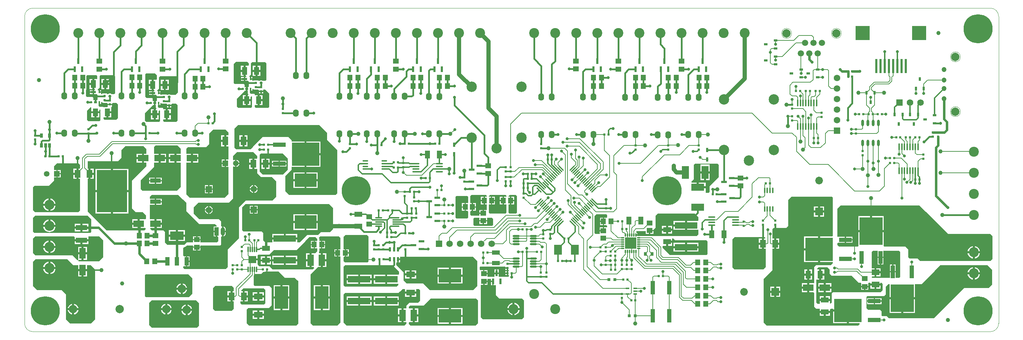
<source format=gtl>
G04 Layer_Physical_Order=1*
G04 Layer_Color=255*
%FSAX44Y44*%
%MOMM*%
G71*
G01*
G75*
%ADD10R,0.6000X0.6000*%
%ADD11R,0.6000X0.6000*%
%ADD12C,1.0000*%
%ADD13R,1.3500X1.2000*%
%ADD14R,1.8500X1.3000*%
%ADD15R,1.9000X1.7300*%
%ADD16O,0.3000X1.5000*%
%ADD17O,0.3500X1.7000*%
%ADD18O,0.6000X1.6000*%
%ADD19O,1.7000X0.3500*%
%ADD20R,0.9000X0.3500*%
%ADD21R,1.0000X3.2000*%
%ADD22R,1.4000X0.6000*%
%ADD23R,5.5500X6.6000*%
%ADD24R,1.0000X3.0500*%
%ADD25R,6.6000X5.5500*%
%ADD26R,3.0500X1.0000*%
%ADD27R,1.2500X1.4500*%
%ADD28R,0.9000X0.6000*%
%ADD29R,0.6000X0.9000*%
%ADD30R,0.6000X1.0000*%
%ADD31R,0.6000X1.4000*%
%ADD32R,2.5500X1.5500*%
%ADD33R,0.8000X0.8000*%
%ADD34R,1.5500X2.5500*%
%ADD35O,1.4000X1.8000*%
%ADD36O,0.3000X0.8500*%
%ADD37O,0.8500X0.3000*%
%ADD38R,2.8000X2.8000*%
%ADD39O,0.4000X1.3500*%
%ADD40R,0.6000X1.1000*%
%ADD41O,1.7000X0.3000*%
%ADD42O,1.7000X0.4500*%
G04:AMPARAMS|DCode=43|XSize=0.3mm|YSize=1.75mm|CornerRadius=0mm|HoleSize=0mm|Usage=FLASHONLY|Rotation=45.000|XOffset=0mm|YOffset=0mm|HoleType=Round|Shape=Round|*
%AMOVALD43*
21,1,1.4500,0.3000,0.0000,0.0000,135.0*
1,1,0.3000,0.5127,-0.5127*
1,1,0.3000,-0.5127,0.5127*
%
%ADD43OVALD43*%

G04:AMPARAMS|DCode=44|XSize=0.3mm|YSize=1.75mm|CornerRadius=0mm|HoleSize=0mm|Usage=FLASHONLY|Rotation=315.000|XOffset=0mm|YOffset=0mm|HoleType=Round|Shape=Round|*
%AMOVALD44*
21,1,1.4500,0.3000,0.0000,0.0000,45.0*
1,1,0.3000,-0.5127,-0.5127*
1,1,0.3000,0.5127,0.5127*
%
%ADD44OVALD44*%

%ADD45R,0.6500X1.1000*%
%ADD46R,2.6000X1.0000*%
%ADD47R,7.3000X10.2000*%
%ADD48O,1.3500X0.4000*%
%ADD49R,1.2000X1.3500*%
%ADD50R,1.8500X1.3500*%
%ADD51R,1.3500X1.8500*%
%ADD52R,2.7500X1.2500*%
%ADD53R,1.0000X2.0000*%
%ADD54R,3.3000X2.0000*%
%ADD55R,5.4000X3.2000*%
%ADD56R,3.2000X5.4000*%
%ADD57R,5.3000X3.2000*%
%ADD58R,2.1000X1.4000*%
%ADD59R,1.4000X2.1000*%
%ADD60R,1.4000X1.2000*%
%ADD61R,1.2000X1.4000*%
%ADD62R,5.4500X1.5500*%
%ADD63R,0.8000X0.9500*%
%ADD64R,1.3000X1.8500*%
%ADD65R,1.6000X2.7000*%
%ADD66R,1.9000X1.1000*%
%ADD67R,1.9000X2.4000*%
%ADD68R,0.6000X3.5000*%
%ADD69R,0.4000X0.5000*%
%ADD70R,0.7500X0.5000*%
%ADD71R,1.3000X0.5000*%
%ADD72R,1.6800X3.1500*%
%ADD73R,3.1500X1.6800*%
%ADD74C,0.2000*%
%ADD75C,0.4000*%
%ADD76C,0.3000*%
%ADD77C,0.6000*%
%ADD78C,1.0000*%
%ADD79C,0.1000*%
%ADD80C,7.0000*%
%ADD81C,2.5000*%
%ADD82C,2.0000*%
%ADD83C,2.4000*%
%ADD84C,1.5750*%
%ADD85R,1.5750X1.5750*%
%ADD86C,1.2000*%
%ADD87C,1.5000*%
%ADD88R,1.5750X1.5750*%
%ADD89C,1.8500*%
%ADD90R,1.8500X1.8500*%
%ADD91R,1.8500X1.8500*%
%ADD92R,1.5000X1.5000*%
%ADD93R,1.0000X2.0000*%
%ADD94O,1.0000X2.0000*%
%ADD95R,1.3500X1.3500*%
%ADD96C,1.3500*%
%ADD97R,3.5000X3.5000*%
%ADD98C,0.7000*%
%ADD99C,0.5000*%
G36*
X00294000Y00440000D02*
Y00429000D01*
X00288250D01*
Y00418250D01*
Y00407500D01*
X00294000D01*
Y00399000D01*
X00259000Y00364000D01*
Y00297000D01*
X00268000Y00288000D01*
X00285000D01*
X00293000Y00280000D01*
Y00271854D01*
X00291250Y00271250D01*
X00291000Y00271250D01*
X00278000D01*
Y00260500D01*
Y00249750D01*
X00291000D01*
X00291250Y00249750D01*
X00291876Y00249534D01*
X00292280Y00247280D01*
X00289000Y00244000D01*
X00277000D01*
X00198000Y00244000D01*
X00170000Y00272000D01*
X00161000Y00281000D01*
X00152000Y00290000D01*
Y00368500D01*
X00154500D01*
Y00380750D01*
Y00393000D01*
X00152000D01*
Y00411000D01*
X00226000D01*
X00234000Y00419000D01*
Y00432000D01*
Y00438000D01*
X00243000Y00447000D01*
X00287000D01*
X00294000Y00440000D01*
D02*
G37*
G36*
X00152000Y00280000D02*
X00161000Y00271000D01*
X00161000Y00249000D01*
Y00241000D01*
X00158000Y00238000D01*
X00024000D01*
X00020000Y00242000D01*
X00020000Y00275000D01*
X00025000Y00280000D01*
X00060000Y00280000D01*
X00152000Y00280000D01*
D02*
G37*
G36*
X01130000Y00272250D02*
Y00257500D01*
X01127500Y00255000D01*
X01085000D01*
X01082500Y00257500D01*
Y00272500D01*
X01085000Y00275000D01*
X01097500D01*
Y00269000D01*
X01115500D01*
Y00275000D01*
X01127250D01*
X01130000Y00272250D01*
D02*
G37*
G36*
X01114960Y00327790D02*
X01114902Y00327500D01*
Y00325250D01*
X01110500D01*
Y00316000D01*
Y00306750D01*
X01114902D01*
Y00293500D01*
X01108000D01*
Y00285500D01*
X01106500D01*
Y00284000D01*
X01097500D01*
Y00280098D01*
X01085000D01*
X01083251Y00279750D01*
X01077750D01*
X01075098Y00282402D01*
X01075098Y00289836D01*
X01076606Y00291250D01*
X01079000D01*
Y00300500D01*
Y00309750D01*
X01076512D01*
X01075098Y00311164D01*
X01075098Y00325250D01*
X01075000Y00325742D01*
Y00327500D01*
X01077500Y00330000D01*
X01112750D01*
X01114960Y00327790D01*
D02*
G37*
G36*
X01067750Y00327500D02*
X01070000Y00325250D01*
X01070000Y00309750D01*
X01064500D01*
Y00300500D01*
Y00291250D01*
X01068586D01*
X01070000Y00289836D01*
X01070000Y00275000D01*
X01067500Y00272500D01*
X01042500D01*
X01040000Y00275000D01*
X01040000Y00325000D01*
X01042500Y00327500D01*
X01067750Y00327500D01*
D02*
G37*
G36*
X00190000Y00220000D02*
Y00180000D01*
X00180000Y00170000D01*
X00130310D01*
X00129399Y00171178D01*
X00130358Y00173000D01*
X00131010Y00173000D01*
X00137500D01*
Y00186250D01*
X00129250D01*
Y00174903D01*
X00129250Y00173578D01*
X00127427Y00172573D01*
X00116000Y00184000D01*
X00076000D01*
X00026000Y00184000D01*
X00020000Y00190000D01*
X00020000Y00225000D01*
X00025000Y00230000D01*
X00118957Y00230000D01*
X00120750Y00228000D01*
Y00222750D01*
X00154250D01*
Y00228000D01*
X00154250Y00229500D01*
X00156043Y00230000D01*
X00180000D01*
X00190000Y00220000D01*
D02*
G37*
G36*
X00382000Y00319000D02*
X00390000Y00311000D01*
Y00307000D01*
Y00291000D01*
X00399000Y00282000D01*
X00422000Y00259000D01*
X00460000Y00259000D01*
X00463652Y00255348D01*
X00462887Y00253500D01*
X00456250D01*
Y00243000D01*
X00463250D01*
Y00241500D01*
X00464750D01*
Y00229500D01*
X00465586D01*
X00467000Y00228086D01*
X00467000Y00218000D01*
X00464000Y00215000D01*
X00424500D01*
Y00220250D01*
X00406500D01*
Y00215000D01*
X00391000D01*
X00385000Y00209000D01*
X00345000D01*
X00339000Y00215000D01*
Y00226000D01*
Y00240000D01*
X00335000Y00244000D01*
X00307000D01*
X00303250Y00247750D01*
X00304078Y00249750D01*
X00313000D01*
Y00260500D01*
Y00271250D01*
X00302000D01*
Y00288000D01*
Y00306200D01*
X00314250D01*
Y00313200D01*
Y00320200D01*
X00302000D01*
Y00325000D01*
X00307000Y00330000D01*
X00371000D01*
X00382000Y00319000D01*
D02*
G37*
G36*
X00738000Y00304000D02*
X00744000Y00298000D01*
Y00269000D01*
Y00247000D01*
X00741000Y00244000D01*
X00737000Y00240000D01*
X00715000D01*
X00713000Y00238000D01*
X00708000Y00233000D01*
X00702493D01*
X00702000Y00233098D01*
X00687000D01*
X00686507Y00233000D01*
X00682000D01*
X00670000Y00221000D01*
X00664000Y00215000D01*
X00658000D01*
Y00222000D01*
X00597500D01*
Y00215000D01*
X00581000D01*
X00576000Y00220000D01*
X00576000Y00224000D01*
X00576000Y00238000D01*
X00572250Y00241750D01*
X00528250D01*
X00525000Y00245000D01*
Y00276000D01*
Y00300000D01*
X00526000Y00301000D01*
X00533000Y00308000D01*
X00734000D01*
X00738000Y00304000D01*
D02*
G37*
G36*
X01625250Y00276250D02*
X01625250Y00268414D01*
X01623836Y00267000D01*
X01598250D01*
Y00256250D01*
Y00245500D01*
X01625250D01*
X01625250Y00234250D01*
X01621750Y00230750D01*
X01483250Y00230750D01*
X01483088Y00230588D01*
X01479250D01*
X01478651Y00231750D01*
X01474750D01*
Y00234750D01*
X01478319D01*
Y00236000D01*
X01478047Y00237366D01*
X01477273Y00238523D01*
X01476116Y00239297D01*
X01475423Y00241366D01*
X01475743Y00241893D01*
X01476214Y00242250D01*
X01499000Y00242250D01*
Y00235750D01*
X01506500D01*
Y00243750D01*
X01508000D01*
Y00245250D01*
X01517000D01*
Y00246000D01*
X01522000Y00251000D01*
X01522000Y00280000D01*
X01527000Y00285000D01*
X01616500D01*
X01625250Y00276250D01*
D02*
G37*
G36*
X01405500Y00281000D02*
Y00276586D01*
X01404887Y00275613D01*
X01403914Y00275000D01*
X01403500Y00275000D01*
X01398000D01*
Y00266000D01*
Y00257000D01*
X01403914Y00257000D01*
X01404887Y00256387D01*
X01405500Y00255414D01*
Y00253500D01*
X01405500Y00251500D01*
X01398000D01*
Y00243500D01*
X01396500D01*
Y00242000D01*
X01387500D01*
Y00235500D01*
X01385500Y00235500D01*
X01377750D01*
X01375250Y00238000D01*
Y00250000D01*
Y00278750D01*
X01379750Y00283250D01*
X01403250D01*
X01405500Y00281000D01*
D02*
G37*
G36*
X01162418Y00327582D02*
X01162402Y00327500D01*
Y00325250D01*
X01156500D01*
Y00316000D01*
Y00306750D01*
X01162402D01*
Y00287500D01*
X01162418Y00287418D01*
X01160000Y00285000D01*
X01122500D01*
X01120000Y00287500D01*
Y00306750D01*
X01125000D01*
Y00316000D01*
Y00325250D01*
X01120000D01*
Y00327500D01*
X01122500Y00330000D01*
X01160000D01*
X01162418Y00327582D01*
D02*
G37*
G36*
X00561000Y00424000D02*
Y00418414D01*
X00559586Y00417000D01*
X00554250D01*
Y00404750D01*
Y00392500D01*
X00561000D01*
Y00382000D01*
X00570000Y00373000D01*
X00597000D01*
X00607000Y00363000D01*
Y00357000D01*
Y00325000D01*
X00598000Y00316000D01*
X00533000D01*
X00524000Y00307000D01*
X00517000Y00300000D01*
Y00293000D01*
X00517000Y00225000D01*
X00490000Y00198000D01*
X00490000Y00156000D01*
X00485000Y00151000D01*
X00386000D01*
X00383000Y00154000D01*
Y00156061D01*
X00383750Y00157750D01*
X00385000Y00157750D01*
X00389250D01*
Y00169750D01*
Y00181750D01*
X00385000D01*
X00383000Y00183440D01*
Y00189000D01*
Y00202000D01*
X00384902Y00203902D01*
X00385000D01*
X00386951Y00204290D01*
X00388605Y00205395D01*
X00391210Y00208000D01*
X00406500D01*
Y00205250D01*
X00424500D01*
Y00208000D01*
X00434000D01*
X00472000Y00208000D01*
X00474000Y00210000D01*
Y00228519D01*
X00476000Y00229855D01*
X00476423Y00229680D01*
X00476750Y00229637D01*
Y00241500D01*
Y00253363D01*
X00476423Y00253320D01*
X00476000Y00253145D01*
X00474000Y00254481D01*
Y00266000D01*
X00469000Y00271000D01*
X00454000Y00271000D01*
X00422000D01*
X00416000Y00277000D01*
X00408000Y00285000D01*
Y00290000D01*
Y00300000D01*
X00413000Y00305000D01*
X00419000Y00311000D01*
X00493000D01*
X00498000Y00316000D01*
X00503000Y00321000D01*
Y00397438D01*
X00505000Y00398424D01*
X00505087Y00398357D01*
X00507216Y00397475D01*
X00508000Y00397372D01*
Y00406000D01*
Y00414628D01*
X00507216Y00414525D01*
X00505087Y00413643D01*
X00505000Y00413576D01*
X00503000Y00414562D01*
X00503000Y00424000D01*
X00512000Y00433000D01*
X00552000Y00433000D01*
X00561000Y00424000D01*
D02*
G37*
G36*
X00631500Y00421000D02*
X00635250Y00417250D01*
Y00400000D01*
Y00390500D01*
X00630000Y00385250D01*
X00623250Y00378500D01*
X00574500D01*
X00572500Y00380500D01*
X00567000Y00386000D01*
Y00416750D01*
Y00426250D01*
X00570000Y00429250D01*
X00623250D01*
X00631500Y00421000D01*
D02*
G37*
G36*
X00488000Y00484000D02*
X00492000Y00480000D01*
Y00473500D01*
X00486500D01*
Y00460000D01*
Y00446500D01*
X00492000D01*
Y00414750D01*
X00486000D01*
Y00406000D01*
Y00397250D01*
X00492000D01*
Y00332000D01*
X00483000Y00323000D01*
X00398000D01*
X00395000Y00326000D01*
X00390000Y00331000D01*
Y00407500D01*
X00401250D01*
Y00418250D01*
Y00429000D01*
X00390000D01*
Y00436000D01*
Y00441000D01*
X00394000Y00445000D01*
X00419074D01*
X00419500Y00444944D01*
X00419926Y00445000D01*
X00438000D01*
X00439000Y00446000D01*
X00445000Y00452000D01*
Y00468000D01*
Y00477000D01*
X00449000Y00481000D01*
X00455000Y00487000D01*
X00485000D01*
X00488000Y00484000D01*
D02*
G37*
G36*
X00161250Y00540672D02*
Y00531500D01*
X00180250D01*
Y00534374D01*
X00182021Y00535661D01*
X00183250Y00535113D01*
X00183250Y00520750D01*
Y00510250D01*
X00180500Y00507500D01*
X00154000Y00507500D01*
X00150500Y00511000D01*
X00150500Y00532750D01*
X00159427Y00541677D01*
X00161250Y00540672D01*
D02*
G37*
G36*
X00319250Y00618500D02*
Y00613742D01*
X00319152Y00613250D01*
Y00608833D01*
X00318750Y00607000D01*
X00311750D01*
Y00594750D01*
Y00582500D01*
X00312580D01*
X00313540Y00581255D01*
X00313538Y00581214D01*
X00312606Y00579750D01*
X00310750D01*
Y00575250D01*
Y00570750D01*
X00317152D01*
X00318750Y00569750D01*
X00319250Y00567957D01*
Y00557543D01*
X00317664Y00555750D01*
X00315750D01*
Y00551250D01*
Y00546750D01*
X00316652D01*
Y00542250D01*
X00317040Y00540299D01*
X00318145Y00538645D01*
X00318443Y00538348D01*
X00317677Y00536500D01*
X00316750D01*
Y00526750D01*
X00323750D01*
Y00532124D01*
X00325521Y00533411D01*
X00326750Y00532863D01*
X00326750Y00518500D01*
Y00508000D01*
X00324500Y00505750D01*
X00293750Y00505750D01*
X00290000Y00509500D01*
X00290000Y00526500D01*
X00305500Y00542000D01*
X00309250Y00545750D01*
X00309750D01*
Y00546750D01*
X00312750D01*
Y00551250D01*
Y00555750D01*
X00309750D01*
Y00556750D01*
X00309250D01*
Y00561750D01*
X00307750Y00563250D01*
X00294250D01*
X00291500Y00566000D01*
X00291500Y00620500D01*
X00293500Y00622500D01*
X00315250Y00622500D01*
X00319250Y00618500D01*
D02*
G37*
G36*
X00132000Y00404000D02*
X00133500Y00402500D01*
Y00393000D01*
X00130000D01*
Y00380750D01*
Y00368500D01*
X00133500D01*
Y00292250D01*
X00129250Y00288000D01*
X00025000D01*
X00020000Y00293000D01*
Y00348000D01*
X00024000Y00352000D01*
X00059000D01*
X00066000Y00359000D01*
X00071000Y00364000D01*
Y00372000D01*
X00076750D01*
Y00380750D01*
Y00389500D01*
X00071000D01*
Y00399000D01*
X00075000Y00403000D01*
X00078000Y00406000D01*
X00130000D01*
X00132000Y00404000D01*
D02*
G37*
G36*
X01187500Y00327500D02*
Y00287500D01*
X01185000Y00285000D01*
X01170000D01*
X01167500Y00287500D01*
Y00306750D01*
X01171000D01*
Y00316000D01*
Y00325250D01*
X01167500D01*
Y00327500D01*
X01170000Y00330000D01*
X01185000D01*
X01187500Y00327500D01*
D02*
G37*
G36*
X00730000Y00479000D02*
Y00466000D01*
X00730000Y00462000D01*
X00750000Y00442000D01*
X00751000Y00441000D01*
X00754000Y00438000D01*
X00754000Y00334000D01*
X00750000Y00330000D01*
X00638000D01*
X00633000Y00335000D01*
X00629000Y00339000D01*
Y00355000D01*
Y00375000D01*
X00631000Y00377000D01*
X00644000Y00390000D01*
Y00397000D01*
X00675250D01*
Y00427750D01*
Y00458500D01*
X00644000D01*
Y00462000D01*
X00642000Y00464000D01*
X00637000Y00469000D01*
X00574000D01*
X00551000Y00446000D01*
X00545000Y00440000D01*
X00510000D01*
X00509000Y00441000D01*
X00506000Y00444000D01*
Y00476000D01*
Y00489000D01*
X00515000Y00498000D01*
X00711000D01*
X00730000Y00479000D01*
D02*
G37*
G36*
X00369000Y00449000D02*
X00377000Y00441000D01*
Y00429000D01*
X00366250D01*
Y00418250D01*
Y00407500D01*
X00377000D01*
Y00349000D01*
X00368000Y00340000D01*
X00284000D01*
X00280000Y00344000D01*
Y00365000D01*
X00290000Y00375000D01*
X00312000Y00397000D01*
Y00407500D01*
X00323250D01*
Y00418250D01*
Y00429000D01*
X00312000D01*
Y00440000D01*
Y00446000D01*
X00315422Y00449422D01*
X00368578D01*
X00369000Y00449000D01*
D02*
G37*
G36*
X01675000Y00402500D02*
Y00372750D01*
X01672250Y00370000D01*
X01652500Y00350250D01*
X01652500Y00337500D01*
X01650000Y00335000D01*
X01643603D01*
X01643000Y00336750D01*
X01643000Y00336750D01*
X01643000D01*
X01643000Y00336750D01*
Y00345650D01*
X01624250D01*
Y00348150D01*
X01621750D01*
Y00359550D01*
X01609878D01*
X01609050Y00361550D01*
X01615000Y00367500D01*
Y00402500D01*
X01617500Y00405000D01*
X01672500D01*
X01675000Y00402500D01*
D02*
G37*
G36*
X00706000Y00224000D02*
Y00219000D01*
X00700250D01*
Y00210000D01*
Y00201000D01*
X00706000D01*
Y00194000D01*
X00702164Y00190164D01*
X00701000Y00189000D01*
X00699104Y00188750D01*
X00692250D01*
Y00172250D01*
Y00155750D01*
X00697922D01*
X00698750Y00153750D01*
X00695000Y00150000D01*
X00613492Y00150000D01*
X00613000Y00150098D01*
X00598902D01*
X00591000Y00158000D01*
X00566000Y00158000D01*
X00562871Y00161129D01*
X00561750Y00162600D01*
X00561750D01*
X00561750Y00162600D01*
Y00171750D01*
X00549250D01*
Y00176750D01*
X00561750D01*
Y00184000D01*
X00563709Y00186000D01*
X00591000Y00186000D01*
X00598000Y00193000D01*
X00602000Y00197000D01*
X00656000D01*
X00677000Y00218000D01*
X00687000Y00228000D01*
X00702000D01*
X00706000Y00224000D01*
D02*
G37*
G36*
X00504999Y00105001D02*
X00504999Y00098664D01*
X00503585Y00097250D01*
X00501750D01*
Y00085000D01*
Y00072750D01*
X00505000D01*
X00505000Y00055000D01*
X00500000Y00050000D01*
X00460000Y00050000D01*
X00455000Y00055000D01*
X00455000Y00105000D01*
X00460000Y00110000D01*
X00500000Y00110000D01*
X00504999Y00105001D01*
D02*
G37*
G36*
X01125000Y00122750D02*
X01130000D01*
Y00121250D01*
X01131500D01*
Y00112250D01*
X01134750D01*
X01136750Y00111647D01*
X01136750Y00088250D01*
X01145000Y00080000D01*
X01200250D01*
X01205000Y00075250D01*
Y00035000D01*
X01200000Y00030000D01*
X01105000D01*
X01100250Y00034750D01*
Y00113250D01*
X01106500D01*
Y00121250D01*
X01108000D01*
Y00122750D01*
X01116750D01*
Y00127402D01*
X01125000D01*
Y00122750D01*
D02*
G37*
G36*
X00580750Y00101250D02*
Y00070250D01*
Y00068250D01*
X00577750Y00065250D01*
X00523750D01*
X00520750Y00068250D01*
Y00072750D01*
X00526250D01*
Y00085000D01*
Y00097250D01*
X00523078D01*
X00522250Y00099250D01*
X00527250Y00104250D01*
X00577750D01*
X00580750Y00101250D01*
D02*
G37*
G36*
X00404931Y00129069D02*
X00404931Y00121433D01*
X00404931Y00091433D01*
X00396931Y00083433D01*
X00292568Y00083432D01*
X00290000Y00086000D01*
X00290000Y00136000D01*
X00292432Y00138432D01*
X00395567Y00138433D01*
X00404931Y00129069D01*
D02*
G37*
G36*
X01942500Y00150250D02*
X01942500Y00140250D01*
X01947500Y00135250D01*
X01995000D01*
X02012500Y00117750D01*
X02016664D01*
X02018250Y00116750D01*
X02018250Y00115750D01*
Y00110250D01*
X02035750D01*
Y00115750D01*
X02035750Y00116750D01*
X02037336Y00117750D01*
X02040500D01*
Y00116250D01*
X02065000D01*
Y00117750D01*
X02067500D01*
X02070000Y00115250D01*
X02070000Y00100250D01*
X02065000Y00095250D01*
X01950000D01*
X01947500Y00092750D01*
Y00070250D01*
X01945000Y00067750D01*
X01943000Y00068103D01*
Y00074000D01*
X01918500D01*
Y00067500D01*
X01912750D01*
X01910000Y00070250D01*
Y00123604D01*
X01910250Y00125500D01*
X01912000Y00125500D01*
X01917250D01*
Y00137750D01*
Y00150000D01*
X01912578D01*
X01911750Y00152000D01*
X01915000Y00155250D01*
X01937500D01*
X01942500Y00150250D01*
D02*
G37*
G36*
X00586250Y00145000D02*
X00613000D01*
X00623000Y00135000D01*
X00628000Y00130000D01*
X00652000D01*
X00658000Y00124000D01*
X00660000Y00122000D01*
Y00020000D01*
X00655000Y00015000D01*
X00542000D01*
X00536000Y00021000D01*
Y00054000D01*
X00539000Y00057000D01*
X00589000Y00057000D01*
X00596000Y00064000D01*
Y00105000D01*
X00591000Y00110000D01*
X00555000D01*
X00553000Y00112000D01*
X00553000Y00134662D01*
X00553018Y00134689D01*
X00553328Y00136250D01*
Y00138328D01*
X00554000Y00139000D01*
X00571000Y00139000D01*
X00576250Y00144250D01*
X00580750D01*
Y00145000D01*
X00583250D01*
Y00150250D01*
X00586250D01*
Y00145000D01*
D02*
G37*
G36*
X00421000Y00068600D02*
X00421000Y00014750D01*
X00416000Y00009750D01*
X00307000D01*
X00300704Y00016046D01*
X00300704Y00069703D01*
X00307036Y00076036D01*
X00413563D01*
X00421000Y00068600D01*
D02*
G37*
G36*
X00762000Y00226000D02*
Y00198750D01*
X00756750D01*
Y00190000D01*
Y00181250D01*
X00762000D01*
Y00022000D01*
X00755000Y00015000D01*
X00696000D01*
X00690000Y00021000D01*
Y00120000D01*
X00690000Y00138000D01*
X00697973Y00145973D01*
X00698605Y00146395D01*
X00702355Y00150145D01*
X00702777Y00150777D01*
X00707750Y00155750D01*
X00714250D01*
Y00172250D01*
Y00188750D01*
X00711414D01*
X00710000Y00190164D01*
Y00190987D01*
X00710710Y00192049D01*
X00711098Y00194000D01*
Y00201000D01*
X00715250D01*
Y00210000D01*
Y00219000D01*
X00711098D01*
Y00224000D01*
X00710710Y00225951D01*
X00710005Y00227005D01*
X00713000Y00230000D01*
X00758000D01*
X00762000Y00226000D01*
D02*
G37*
G36*
X00118000Y00160000D02*
X00129250D01*
Y00151250D01*
X00150750D01*
Y00160000D01*
X00160000D01*
X00170000Y00150000D01*
Y00030000D01*
X00160000Y00020000D01*
X00110000D01*
X00100000Y00030000D01*
Y00090000D01*
X00090000Y00100000D01*
X00030000D01*
X00020000Y00110000D01*
X00020000Y00169000D01*
X00026000Y00175000D01*
X00103000Y00175000D01*
X00118000Y00160000D01*
D02*
G37*
G36*
X01090000Y00080000D02*
X01094000Y00076000D01*
Y00044000D01*
Y00021000D01*
X01088000Y00015000D01*
X00931000D01*
X00927000Y00019000D01*
Y00021164D01*
X00928000Y00022750D01*
X00929000Y00022750D01*
X00936500D01*
Y00039250D01*
Y00055750D01*
X00929000D01*
X00928000Y00055750D01*
X00927000Y00057336D01*
Y00060000D01*
X00930000Y00063000D01*
X00963000D01*
X00969000Y00069000D01*
X00980000Y00080000D01*
X01057000D01*
X01090000Y00080000D01*
D02*
G37*
G36*
X02330000Y00153500D02*
X02334500Y00149000D01*
Y00135500D01*
Y00114000D01*
X02329000Y00108500D01*
X02326000Y00105500D01*
X02266750D01*
X02249500Y00088250D01*
X02194000Y00032750D01*
X02085000D01*
X02080250Y00037500D01*
X02069500D01*
X02067750Y00039250D01*
X02067750Y00048750D01*
X02064000Y00052500D01*
X02035250D01*
X02035000Y00052750D01*
X02030750Y00057000D01*
Y00081250D01*
Y00084000D01*
X02032750Y00086000D01*
X02073250D01*
X02077500Y00090250D01*
X02077500Y00108500D01*
X02081250Y00112250D01*
X02083750Y00114750D01*
X02086750D01*
Y00083500D01*
X02148250D01*
Y00114750D01*
X02164000D01*
X02195000Y00145750D01*
X02209250Y00160000D01*
X02323500D01*
X02330000Y00153500D01*
D02*
G37*
G36*
X00830000Y00229000D02*
X00830000Y00170000D01*
X00827000Y00167000D01*
X00773000D01*
X00770000Y00170000D01*
Y00179836D01*
X00771414Y00181250D01*
X00772750D01*
Y00190000D01*
Y00198750D01*
X00770000D01*
X00770000Y00229000D01*
X00774000Y00233000D01*
X00826000D01*
X00830000Y00229000D01*
D02*
G37*
G36*
X01950000Y00323251D02*
X01950000Y00271250D01*
X01950000Y00230864D01*
X01948586Y00229450D01*
X01919250D01*
Y00198700D01*
Y00167950D01*
X01950000D01*
Y00165250D01*
X01945000Y00160250D01*
X01937993D01*
X01937500Y00160348D01*
X01937500Y00160348D01*
X01937500Y00160348D01*
X01915000D01*
X01914507Y00160250D01*
X01909250D01*
X01904750Y00155750D01*
X01904750Y00116750D01*
X01893250D01*
Y00106000D01*
Y00095250D01*
X01903336D01*
X01904750Y00093836D01*
X01904750Y00060250D01*
X01909750Y00055250D01*
X01918500D01*
Y00050000D01*
X01943000D01*
Y00053836D01*
X01944414Y00055250D01*
X01950500D01*
Y00053450D01*
X01986500D01*
Y00050950D01*
X01989000D01*
Y00020200D01*
X02014087D01*
X02014852Y00018352D01*
X02011000Y00014500D01*
X01790250D01*
X01782750Y00022000D01*
X01782750Y00110500D01*
Y00127250D01*
X01793000Y00137500D01*
X01804250Y00148750D01*
Y00199750D01*
X01808250D01*
Y00212000D01*
Y00224250D01*
X01804250D01*
Y00228500D01*
Y00247750D01*
X01806750Y00250250D01*
X01837500D01*
X01842750Y00255500D01*
Y00317750D01*
X01850250Y00325250D01*
X01948000D01*
X01950000Y00323251D01*
D02*
G37*
G36*
X02159000Y00304250D02*
X02174000Y00289250D01*
X02228000Y00235250D01*
X02330000D01*
X02335000Y00230250D01*
Y00175250D01*
X02330000Y00170250D01*
X02160500D01*
X02154125Y00176625D01*
X02135375D01*
X02132000Y00180000D01*
Y00198750D01*
X02125500Y00205250D01*
X02074157D01*
X02072950Y00206750D01*
X02072950Y00207250D01*
Y00240250D01*
X02011450D01*
Y00207250D01*
X02011450Y00206750D01*
X02010243Y00205250D01*
X01965250D01*
X01961250Y00209250D01*
Y00213896D01*
X01963000Y00214500D01*
X01963250Y00214500D01*
X01978750D01*
Y00221500D01*
Y00228500D01*
X01963250D01*
X01963000Y00228500D01*
X01961250Y00229103D01*
Y00230500D01*
X01961250Y00297000D01*
X01968500Y00304250D01*
X02159000Y00304250D01*
D02*
G37*
G36*
X01569750Y00220000D02*
X01645250Y00220000D01*
X01647500Y00217750D01*
X01647500Y00187500D01*
X01645000Y00185000D01*
X01557250D01*
X01539328Y00202922D01*
Y00203571D01*
X01539328Y00203571D01*
X01539018Y00205132D01*
X01538939Y00205250D01*
X01540008Y00207250D01*
X01547500D01*
Y00216750D01*
X01550000D01*
Y00219250D01*
X01562250D01*
Y00225000D01*
X01564750D01*
X01569750Y00220000D01*
D02*
G37*
G36*
X02112500Y00192750D02*
Y00132750D01*
X02110000Y00130250D01*
X02101700D01*
Y00143000D01*
X02087700D01*
Y00130250D01*
X02045144D01*
X02043970Y00131555D01*
X02044419Y00133500D01*
X02050250D01*
Y00143250D01*
Y00153000D01*
X02043500D01*
Y00192750D01*
X02046000Y00195250D01*
X02058000D01*
Y00180750D01*
X02072000D01*
Y00195250D01*
X02110000D01*
X02112500Y00192750D01*
D02*
G37*
G36*
X01086000Y00176000D02*
X01092000Y00170000D01*
Y00137000D01*
Y00110000D01*
X01091000Y00109000D01*
X01082000Y00100000D01*
X00978000D01*
X00971000Y00107000D01*
X00962000Y00116000D01*
X00922000D01*
X00920000Y00118000D01*
X00914000Y00124000D01*
Y00137000D01*
X00914000Y00143000D01*
X00897000Y00160000D01*
X00897000Y00166000D01*
X00897250D01*
Y00167000D01*
X00899250D01*
Y00174500D01*
X00900750D01*
Y00176000D01*
X00905750D01*
Y00181000D01*
X00984000Y00181000D01*
X01081000D01*
X01086000Y00176000D01*
D02*
G37*
G36*
X00954000Y00100000D02*
X00954000Y00088000D01*
X00954000Y00075000D01*
X00949000Y00070000D01*
X00928000Y00070000D01*
X00921000Y00063000D01*
Y00055750D01*
X00914500D01*
Y00039250D01*
Y00022750D01*
X00921000D01*
Y00020000D01*
X00920000Y00019000D01*
X00916000Y00015000D01*
X00777000D01*
X00775000Y00017000D01*
X00770000Y00022000D01*
Y00081000D01*
Y00090000D01*
X00773000Y00093000D01*
X00902000D01*
X00906000Y00097000D01*
X00912000Y00103000D01*
X00917500D01*
Y00096500D01*
X00944500D01*
Y00103000D01*
X00951000D01*
X00954000Y00100000D01*
D02*
G37*
G36*
X00888000Y00160000D02*
X00903000Y00145000D01*
Y00139147D01*
X00902750Y00137250D01*
X00901000Y00137250D01*
X00875000D01*
Y00126500D01*
Y00115750D01*
X00901000D01*
X00901562Y00115258D01*
X00901682Y00112682D01*
X00898000Y00109000D01*
X00773000Y00109000D01*
X00770000Y00112000D01*
X00770000Y00157000D01*
X00773000Y00160000D01*
X00888000Y00160000D01*
D02*
G37*
G36*
X01787250Y00226250D02*
X01786422Y00224250D01*
X01783750D01*
Y00212000D01*
Y00199750D01*
X01788250D01*
Y00156250D01*
X01782250Y00150250D01*
X01712500D01*
X01707500Y00155250D01*
Y00222750D01*
X01712500Y00227750D01*
X01785750D01*
X01787250Y00226250D01*
D02*
G37*
G36*
X01160250Y00155000D02*
X01165250D01*
Y00153500D01*
X01166750D01*
Y00148500D01*
X01168250D01*
Y00146250D01*
X01166750D01*
Y00141250D01*
Y00136250D01*
X01168250D01*
Y00134250D01*
X01166500Y00132500D01*
X01144000D01*
Y00139750D01*
X01134000D01*
Y00132500D01*
X01116750D01*
Y00138750D01*
X01108000D01*
Y00140250D01*
X01106500D01*
Y00148250D01*
X01099250D01*
X01098250Y00149836D01*
Y00156000D01*
X01098750Y00156500D01*
X01160250D01*
Y00155000D01*
D02*
G37*
G36*
X00540668Y00647332D02*
X00540652Y00647250D01*
Y00642833D01*
X00540250Y00641000D01*
X00533250D01*
Y00628750D01*
Y00616500D01*
X00534080D01*
X00535040Y00615255D01*
X00535038Y00615214D01*
X00534106Y00613750D01*
X00532250D01*
Y00609250D01*
Y00604750D01*
X00538652D01*
X00540250Y00603750D01*
X00540750Y00601957D01*
Y00590750D01*
X00540250D01*
Y00589750D01*
X00537250D01*
Y00585250D01*
Y00580750D01*
X00538152D01*
Y00576250D01*
X00538540Y00574299D01*
X00539645Y00572645D01*
X00539943Y00572348D01*
X00539177Y00570500D01*
X00538250D01*
Y00560750D01*
X00545250D01*
Y00566124D01*
X00547021Y00567411D01*
X00548250Y00566862D01*
X00548250Y00552500D01*
Y00542000D01*
X00546000Y00539750D01*
X00515250D01*
X00512250Y00542750D01*
X00512250Y00561250D01*
X00527000Y00576000D01*
X00530750Y00579750D01*
X00531250D01*
Y00580750D01*
X00534250D01*
Y00585250D01*
Y00589750D01*
X00531250D01*
Y00590750D01*
X00530750D01*
Y00595750D01*
X00529000Y00597500D01*
X00507500Y00597500D01*
X00505000Y00600000D01*
X00505000Y00645250D01*
X00510000Y00650250D01*
X00537750Y00650250D01*
X00540668Y00647332D01*
D02*
G37*
G36*
X00583250Y00647250D02*
Y00607250D01*
X00580750Y00604750D01*
X00574335D01*
X00573778Y00605178D01*
X00572197Y00605833D01*
X00570500Y00606056D01*
X00568803Y00605833D01*
X00567222Y00605178D01*
X00566665Y00604750D01*
X00564000D01*
Y00605500D01*
X00552000D01*
Y00604750D01*
X00549250D01*
Y00607750D01*
X00545250D01*
Y00609250D01*
X00543750D01*
Y00613750D01*
X00542328D01*
X00541500Y00615750D01*
X00545750Y00620000D01*
Y00647250D01*
X00548250Y00649750D01*
X00580750D01*
X00583250Y00647250D01*
D02*
G37*
G36*
X00175668Y00615582D02*
X00175652Y00615500D01*
Y00611083D01*
X00175250Y00609250D01*
X00168250D01*
Y00597000D01*
Y00584750D01*
X00169080D01*
X00170040Y00583505D01*
X00170038Y00583464D01*
X00169106Y00582000D01*
X00167250D01*
Y00577500D01*
Y00573000D01*
X00173652D01*
X00175250Y00572000D01*
X00175750Y00570207D01*
Y00559000D01*
X00175250D01*
Y00558000D01*
X00172250D01*
Y00553500D01*
X00169250D01*
Y00558000D01*
X00166250D01*
Y00559000D01*
X00165750D01*
Y00564000D01*
X00164250Y00565500D01*
X00150750D01*
X00148000Y00568250D01*
Y00583000D01*
X00149250D01*
Y00602500D01*
X00149250D01*
Y00602750D01*
X00149250D01*
Y00616750D01*
X00150500Y00618000D01*
X00173250D01*
X00175668Y00615582D01*
D02*
G37*
G36*
X00218250Y00615500D02*
Y00575500D01*
X00215750Y00573000D01*
X00209335D01*
X00208778Y00573428D01*
X00207197Y00574083D01*
X00205500Y00574306D01*
X00203803Y00574083D01*
X00202222Y00573428D01*
X00201665Y00573000D01*
X00199000D01*
Y00574250D01*
X00187000D01*
Y00573000D01*
X00184250D01*
Y00576000D01*
X00180250D01*
Y00577500D01*
X00178750D01*
Y00582000D01*
X00177328D01*
X00176500Y00584000D01*
X00180750Y00588250D01*
Y00615500D01*
X00183250Y00618000D01*
X00215750D01*
X00218250Y00615500D01*
D02*
G37*
G36*
X00552000Y00584939D02*
Y00583500D01*
X00564000D01*
X00565500Y00582293D01*
Y00581000D01*
X00575500D01*
Y00583500D01*
X00576500D01*
Y00583500D01*
X00580750D01*
X00590000Y00574250D01*
Y00542500D01*
X00587500Y00540000D01*
X00558250Y00540000D01*
X00555750Y00542500D01*
Y00546000D01*
X00562250D01*
Y00558250D01*
Y00570500D01*
X00555750D01*
Y00572500D01*
X00554500Y00573750D01*
X00545750Y00573750D01*
X00543250Y00576250D01*
Y00580750D01*
X00543750D01*
Y00585250D01*
X00546750D01*
Y00580750D01*
X00549250D01*
Y00584530D01*
X00551250Y00585516D01*
X00552000Y00584939D01*
D02*
G37*
G36*
X00330500Y00550939D02*
Y00549500D01*
X00342500D01*
X00344000Y00548293D01*
Y00547000D01*
X00354000D01*
Y00547914D01*
X00356000Y00549500D01*
X00366000Y00549500D01*
X00368750Y00546750D01*
Y00508750D01*
X00365750Y00505750D01*
X00336750Y00505750D01*
X00334250Y00508250D01*
Y00512000D01*
X00340750D01*
Y00524250D01*
Y00536500D01*
X00334250D01*
Y00538500D01*
X00333000Y00539750D01*
X00324250Y00539750D01*
X00321750Y00542250D01*
Y00546750D01*
X00322250D01*
Y00551250D01*
X00325250D01*
Y00546750D01*
X00327750D01*
Y00550530D01*
X00329750Y00551516D01*
X00330500Y00550939D01*
D02*
G37*
G36*
X00187000Y00553189D02*
Y00552250D01*
X00189000D01*
X00189500Y00551750D01*
X00198500D01*
X00200500Y00550164D01*
Y00549250D01*
X00210500D01*
Y00550164D01*
X00212500Y00551750D01*
X00222000Y00551750D01*
X00225250Y00548500D01*
X00225250Y00515000D01*
X00220750Y00510500D01*
X00193250Y00510500D01*
X00190750Y00513000D01*
Y00516750D01*
X00197250D01*
Y00529000D01*
X00199750D01*
Y00531500D01*
X00209250D01*
Y00541250D01*
X00210457Y00542750D01*
X00210500D01*
Y00546250D01*
X00200500D01*
Y00542750D01*
X00199293Y00541250D01*
X00190250D01*
X00189500Y00542000D01*
X00188561Y00542000D01*
X00180750Y00542000D01*
X00178250Y00544500D01*
Y00549000D01*
X00178750D01*
Y00553500D01*
X00181750D01*
Y00549000D01*
X00184250D01*
Y00552780D01*
X00186250Y00553765D01*
X00187000Y00553189D01*
D02*
G37*
G36*
X00368000Y00615750D02*
X00370250Y00613500D01*
X00370250Y00577000D01*
X00364000Y00570750D01*
X00352836D01*
X00352278Y00571178D01*
X00350697Y00571833D01*
X00349000Y00572056D01*
X00347303Y00571833D01*
X00345722Y00571178D01*
X00345165Y00570750D01*
X00342500Y00570750D01*
Y00571500D01*
X00330500D01*
Y00571500D01*
X00329750Y00570750D01*
X00327750D01*
Y00573750D01*
X00323750D01*
Y00575250D01*
X00322250D01*
Y00579750D01*
X00320828D01*
X00320000Y00581750D01*
X00324250Y00586000D01*
Y00613250D01*
X00326750Y00615750D01*
X00329250D01*
X00368000Y00615750D01*
D02*
G37*
%LPC*%
G36*
X02065000Y00140750D02*
X02055250D01*
Y00133500D01*
X02065000D01*
Y00140750D01*
D02*
G37*
G36*
X00150750Y00146250D02*
X00142500D01*
Y00133000D01*
X00150750D01*
Y00146250D01*
D02*
G37*
G36*
X00137500D02*
X00129250D01*
Y00133000D01*
X00137500D01*
Y00146250D01*
D02*
G37*
G36*
X00837500Y00137250D02*
X00809750D01*
Y00129000D01*
X00837500D01*
Y00137250D01*
D02*
G37*
G36*
X00870000Y00137250D02*
X00842250D01*
Y00129000D01*
X00870000D01*
Y00137250D01*
D02*
G37*
G36*
X00335750Y00607000D02*
X00328750D01*
Y00597250D01*
X00335750D01*
Y00607000D01*
D02*
G37*
G36*
X01163750Y00139750D02*
X01160250D01*
Y00136250D01*
X01163750D01*
Y00139750D01*
D02*
G37*
G36*
X00944500Y00148000D02*
X00933500D01*
Y00140500D01*
X00944500D01*
Y00148000D01*
D02*
G37*
G36*
X00928500D02*
X00917500D01*
Y00140500D01*
X00928500D01*
Y00148000D01*
D02*
G37*
G36*
X01929250Y00150000D02*
X01922250D01*
Y00140250D01*
X01929250D01*
Y00150000D01*
D02*
G37*
G36*
X01144000Y00150250D02*
X01140500D01*
Y00142750D01*
X01144000D01*
Y00150250D01*
D02*
G37*
G36*
X01137500D02*
X01134000D01*
Y00142750D01*
X01137500D01*
Y00150250D01*
D02*
G37*
G36*
X01109500Y00148250D02*
Y00141750D01*
X01116750D01*
Y00148250D01*
X01109500D01*
D02*
G37*
G36*
X00057500Y00151100D02*
X00045174D01*
X00045217Y00150660D01*
X00046075Y00147832D01*
X00047467Y00145226D01*
X00049342Y00142942D01*
X00051626Y00141068D01*
X00054232Y00139675D01*
X00057059Y00138817D01*
X00057500Y00138774D01*
Y00151100D01*
D02*
G37*
G36*
X01056250Y00154000D02*
X01028750D01*
Y00137500D01*
X01056250D01*
Y00154000D01*
D02*
G37*
G36*
X01023750D02*
X00996250D01*
Y00137500D01*
X01023750D01*
Y00154000D01*
D02*
G37*
G36*
X01900250Y00150000D02*
X01893250D01*
Y00140250D01*
X01900250D01*
Y00150000D01*
D02*
G37*
G36*
X01888250D02*
X01881250D01*
Y00140250D01*
X01888250D01*
Y00150000D01*
D02*
G37*
G36*
X00074826Y00151100D02*
X00062500D01*
Y00138774D01*
X00062940Y00138817D01*
X00065768Y00139675D01*
X00068374Y00141068D01*
X00070658Y00142942D01*
X00072532Y00145226D01*
X00073925Y00147832D01*
X00074783Y00150660D01*
X00074826Y00151100D01*
D02*
G37*
G36*
X01128500Y00119750D02*
X01125000D01*
Y00112250D01*
X01128500D01*
Y00119750D01*
D02*
G37*
G36*
X00347750Y00607000D02*
X00340750D01*
Y00597250D01*
X00347750D01*
Y00607000D01*
D02*
G37*
G36*
X01116750Y00119750D02*
X01109500D01*
Y00113250D01*
X01116750D01*
Y00119750D01*
D02*
G37*
G36*
X00837500Y00124000D02*
X00809750D01*
Y00115750D01*
X00837500D01*
Y00124000D01*
D02*
G37*
G36*
X00804750D02*
X00777000D01*
Y00115750D01*
X00804750D01*
Y00124000D01*
D02*
G37*
G36*
X00381500Y00116317D02*
Y00106000D01*
X00391817D01*
X00391812Y00106048D01*
X00391068Y00108499D01*
X00389861Y00110757D01*
X00388237Y00112737D01*
X00386257Y00114361D01*
X00383999Y00115569D01*
X00381548Y00116312D01*
X00381500Y00116317D01*
D02*
G37*
G36*
X00376500D02*
X00376452Y00116312D01*
X00374001Y00115569D01*
X00371743Y00114361D01*
X00369763Y00112737D01*
X00368139Y00110757D01*
X00366931Y00108499D01*
X00366188Y00106048D01*
X00366183Y00106000D01*
X00376500D01*
Y00116317D01*
D02*
G37*
G36*
X01888250Y00116750D02*
X01875000D01*
Y00108500D01*
X01888250D01*
Y00116750D01*
D02*
G37*
G36*
X01946500D02*
X01933250D01*
Y00108500D01*
X01946500D01*
Y00116750D01*
D02*
G37*
G36*
X01928250D02*
X01915000D01*
Y00108500D01*
X01928250D01*
Y00116750D01*
D02*
G37*
G36*
X00870000Y00124000D02*
X00842250D01*
Y00115750D01*
X00870000D01*
Y00124000D01*
D02*
G37*
G36*
X02304826Y00138250D02*
X02292500D01*
Y00125924D01*
X02292941Y00125967D01*
X02295768Y00126825D01*
X02298374Y00128218D01*
X02300658Y00130092D01*
X02302532Y00132376D01*
X02303925Y00134982D01*
X02304783Y00137809D01*
X02304826Y00138250D01*
D02*
G37*
G36*
X02287500D02*
X02275174D01*
X02275217Y00137809D01*
X02276075Y00134982D01*
X02277468Y00132376D01*
X02279342Y00130092D01*
X02281626Y00128218D01*
X02284232Y00126825D01*
X02287059Y00125967D01*
X02287500Y00125924D01*
Y00138250D01*
D02*
G37*
G36*
X00928500Y00135500D02*
X00917500D01*
Y00128000D01*
X00928500D01*
Y00135500D01*
D02*
G37*
G36*
X00804750Y00137250D02*
X00777000D01*
Y00129000D01*
X00804750D01*
Y00137250D01*
D02*
G37*
G36*
X00944500Y00135500D02*
X00933500D01*
Y00128000D01*
X00944500D01*
Y00135500D01*
D02*
G37*
G36*
X01056250Y00132500D02*
X01028750D01*
Y00116000D01*
X01056250D01*
Y00132500D01*
D02*
G37*
G36*
X01023750D02*
X00996250D01*
Y00116000D01*
X01023750D01*
Y00132500D01*
D02*
G37*
G36*
X01888250Y00135250D02*
X01881250D01*
Y00125500D01*
X01888250D01*
Y00135250D01*
D02*
G37*
G36*
X01929250D02*
X01922250D01*
Y00125500D01*
X01929250D01*
Y00135250D01*
D02*
G37*
G36*
X01900250D02*
X01893250D01*
Y00125500D01*
X01900250D01*
Y00135250D01*
D02*
G37*
G36*
X00687250Y00188750D02*
X00678750D01*
Y00174750D01*
X00687250D01*
Y00188750D01*
D02*
G37*
G36*
X00658000Y00182750D02*
X00630250D01*
Y00174500D01*
X00658000D01*
Y00182750D01*
D02*
G37*
G36*
X00727750Y00188750D02*
X00719250D01*
Y00174750D01*
X00727750D01*
Y00188750D01*
D02*
G37*
G36*
X02304826Y00189050D02*
X02292500D01*
Y00176724D01*
X02292941Y00176767D01*
X02295768Y00177625D01*
X02298374Y00179018D01*
X02300658Y00180892D01*
X02302532Y00183176D01*
X02303925Y00185782D01*
X02304783Y00188610D01*
X02304826Y00189050D01*
D02*
G37*
G36*
X02287500D02*
X02275174D01*
X02275217Y00188610D01*
X02276075Y00185782D01*
X02277468Y00183176D01*
X02279342Y00180892D01*
X02281626Y00179018D01*
X02284232Y00177625D01*
X02287059Y00176767D01*
X02287500Y00176724D01*
Y00189050D01*
D02*
G37*
G36*
X00625250Y00182750D02*
X00597500D01*
Y00174500D01*
X00625250D01*
Y00182750D01*
D02*
G37*
G36*
X00397750Y00181750D02*
X00392250D01*
Y00171250D01*
X00397750D01*
Y00181750D01*
D02*
G37*
G36*
X00163250Y00594500D02*
X00156250D01*
Y00584750D01*
X00163250D01*
Y00594500D01*
D02*
G37*
G36*
X00150750Y00186250D02*
X00142500D01*
Y00173000D01*
X00150750D01*
Y00186250D01*
D02*
G37*
G36*
X00594500Y00181250D02*
X00584750D01*
Y00174250D01*
X00594500D01*
Y00181250D01*
D02*
G37*
G36*
X00579750D02*
X00570000D01*
Y00174250D01*
X00579750D01*
Y00181250D01*
D02*
G37*
G36*
X00347750Y00592250D02*
X00340750D01*
Y00582500D01*
X00347750D01*
Y00592250D01*
D02*
G37*
G36*
X00150750Y00204500D02*
X00142500D01*
Y00191250D01*
X00150750D01*
Y00204500D01*
D02*
G37*
G36*
X00137500D02*
X00129250D01*
Y00191250D01*
X00137500D01*
Y00204500D01*
D02*
G37*
G36*
X00753750Y00198750D02*
X00747250D01*
Y00191500D01*
X00753750D01*
Y00198750D01*
D02*
G37*
G36*
X01593250Y00201250D02*
X01565500D01*
Y00193000D01*
X01593250D01*
Y00201250D01*
D02*
G37*
G36*
X00782250Y00198750D02*
X00775750D01*
Y00191500D01*
X00782250D01*
Y00198750D01*
D02*
G37*
G36*
X00074826Y00201900D02*
X00062500D01*
Y00189574D01*
X00062940Y00189617D01*
X00065768Y00190475D01*
X00068374Y00191868D01*
X00070658Y00193743D01*
X00072532Y00196026D01*
X00073925Y00198632D01*
X00074783Y00201460D01*
X00074826Y00201900D01*
D02*
G37*
G36*
X00782250Y00188500D02*
X00775750D01*
Y00181250D01*
X00782250D01*
Y00188500D01*
D02*
G37*
G36*
X00753750D02*
X00747250D01*
Y00181250D01*
X00753750D01*
Y00188500D01*
D02*
G37*
G36*
X00335750Y00592250D02*
X00328750D01*
Y00582500D01*
X00335750D01*
Y00592250D01*
D02*
G37*
G36*
X00057500Y00201900D02*
X00045174D01*
X00045217Y00201460D01*
X00046075Y00198632D01*
X00047467Y00196026D01*
X00049342Y00193743D01*
X00051626Y00191868D01*
X00054232Y00190475D01*
X00057059Y00189617D01*
X00057500Y00189574D01*
Y00201900D01*
D02*
G37*
G36*
X00306750Y00592250D02*
X00299750D01*
Y00582500D01*
X00306750D01*
Y00592250D01*
D02*
G37*
G36*
Y00607000D02*
X00299750D01*
Y00597250D01*
X00306750D01*
Y00607000D01*
D02*
G37*
G36*
X01163750Y00152000D02*
X01160250D01*
Y00148500D01*
X01163750D01*
Y00152000D01*
D02*
G37*
G36*
X00687250Y00169750D02*
X00678750D01*
Y00155750D01*
X00687250D01*
Y00169750D01*
D02*
G37*
G36*
X00057500Y00168427D02*
X00057059Y00168383D01*
X00054232Y00167526D01*
X00051626Y00166133D01*
X00049342Y00164258D01*
X00047467Y00161974D01*
X00046075Y00159368D01*
X00045217Y00156541D01*
X00045174Y00156100D01*
X00057500D01*
Y00168427D01*
D02*
G37*
G36*
X00727750Y00169750D02*
X00719250D01*
Y00155750D01*
X00727750D01*
Y00169750D01*
D02*
G37*
G36*
X02101700Y00161750D02*
X02096200D01*
Y00146000D01*
X02101700D01*
Y00161750D01*
D02*
G37*
G36*
X02287500Y00155576D02*
X02287059Y00155533D01*
X02284232Y00154675D01*
X02281626Y00153282D01*
X02279342Y00151408D01*
X02277468Y00149124D01*
X02276075Y00146518D01*
X02275217Y00143691D01*
X02275174Y00143250D01*
X02287500D01*
Y00155576D01*
D02*
G37*
G36*
X01163750Y00146250D02*
X01160250D01*
Y00142750D01*
X01163750D01*
Y00146250D01*
D02*
G37*
G36*
X02292500Y00155576D02*
Y00143250D01*
X02304826D01*
X02304783Y00143691D01*
X02303925Y00146518D01*
X02302532Y00149124D01*
X02300658Y00151408D01*
X02298374Y00153282D01*
X02295768Y00154675D01*
X02292941Y00155533D01*
X02292500Y00155576D01*
D02*
G37*
G36*
X02093200Y00161750D02*
X02087700D01*
Y00146000D01*
X02093200D01*
Y00161750D01*
D02*
G37*
G36*
X02065000Y00153000D02*
X02055250D01*
Y00145750D01*
X02065000D01*
Y00153000D01*
D02*
G37*
G36*
X00062500Y00168427D02*
Y00156100D01*
X00074826D01*
X00074783Y00156541D01*
X00073925Y00159368D01*
X00072532Y00161974D01*
X00070658Y00164258D01*
X00068374Y00166133D01*
X00065768Y00167526D01*
X00062940Y00168383D01*
X00062500Y00168427D01*
D02*
G37*
G36*
X00594500Y00169250D02*
X00584750D01*
Y00162250D01*
X00594500D01*
Y00169250D01*
D02*
G37*
G36*
X00579750D02*
X00570000D01*
Y00162250D01*
X00579750D01*
Y00169250D01*
D02*
G37*
G36*
X00192250Y00594500D02*
X00185250D01*
Y00584750D01*
X00192250D01*
Y00594500D01*
D02*
G37*
G36*
X01914250Y00196200D02*
X01880750D01*
Y00167950D01*
X01914250D01*
Y00196200D01*
D02*
G37*
G36*
X00905750Y00173000D02*
X00902250D01*
Y00167000D01*
X00905750D01*
Y00173000D01*
D02*
G37*
G36*
X02072000Y00177750D02*
X02066500D01*
Y00162000D01*
X02072000D01*
Y00177750D01*
D02*
G37*
G36*
X00204250Y00594500D02*
X00197250D01*
Y00584750D01*
X00204250D01*
Y00594500D01*
D02*
G37*
G36*
X00397750Y00168250D02*
X00392250D01*
Y00157750D01*
X00397750D01*
Y00168250D01*
D02*
G37*
G36*
X00625250Y00169500D02*
X00597500D01*
Y00161250D01*
X00625250D01*
Y00169500D01*
D02*
G37*
G36*
X02063500Y00177750D02*
X02058000D01*
Y00162000D01*
X02063500D01*
Y00177750D01*
D02*
G37*
G36*
X00658000Y00169500D02*
X00630250D01*
Y00161250D01*
X00658000D01*
Y00169500D01*
D02*
G37*
G36*
X02065000Y00111250D02*
X02055250D01*
Y00104000D01*
X02065000D01*
Y00111250D01*
D02*
G37*
G36*
X02115000Y00078500D02*
X02086750D01*
Y00045000D01*
X02115000D01*
Y00078500D01*
D02*
G37*
G36*
X00577500Y00051000D02*
X00566500D01*
Y00043500D01*
X00577500D01*
Y00051000D01*
D02*
G37*
G36*
X02148250Y00078500D02*
X02120000D01*
Y00045000D01*
X02148250D01*
Y00078500D01*
D02*
G37*
G36*
X00617250Y00079750D02*
X00600750D01*
Y00052250D01*
X00617250D01*
Y00079750D01*
D02*
G37*
G36*
X00549250Y00613750D02*
X00546750D01*
Y00610750D01*
X00549250D01*
Y00613750D01*
D02*
G37*
G36*
X00561500Y00051000D02*
X00550500D01*
Y00043500D01*
X00561500D01*
Y00051000D01*
D02*
G37*
G36*
X00339700Y00051700D02*
X00329383D01*
X00329388Y00051652D01*
X00330131Y00049201D01*
X00331339Y00046943D01*
X00332963Y00044963D01*
X00334943Y00043339D01*
X00337201Y00042132D01*
X00339652Y00041389D01*
X00339700Y00041384D01*
Y00051700D01*
D02*
G37*
G36*
X00130017D02*
X00119700D01*
Y00041384D01*
X00119748Y00041389D01*
X00122199Y00042132D01*
X00124457Y00043339D01*
X00126437Y00044963D01*
X00128061Y00046943D01*
X00129269Y00049201D01*
X00130012Y00051652D01*
X00130017Y00051700D01*
D02*
G37*
G36*
X00355017D02*
X00344700D01*
Y00041384D01*
X00344748Y00041389D01*
X00347199Y00042132D01*
X00349457Y00043339D01*
X00351437Y00044963D01*
X00353061Y00046943D01*
X00354268Y00049201D01*
X00355012Y00051652D01*
X00355017Y00051700D01*
D02*
G37*
G36*
X00941500Y00055750D02*
Y00041750D01*
X00950000D01*
Y00055750D01*
X00941500D01*
D02*
G37*
G36*
X00909500D02*
X00901000D01*
Y00041750D01*
X00909500D01*
Y00055750D01*
D02*
G37*
G36*
X00339700Y00067017D02*
X00339652Y00067012D01*
X00337201Y00066269D01*
X00334943Y00065062D01*
X00332963Y00063437D01*
X00331339Y00061458D01*
X00330131Y00059199D01*
X00329388Y00056749D01*
X00329383Y00056700D01*
X00339700D01*
Y00067017D01*
D02*
G37*
G36*
X00119700D02*
Y00056700D01*
X00130017D01*
X00130012Y00056749D01*
X00129269Y00059199D01*
X00128061Y00061458D01*
X00126437Y00063437D01*
X00124457Y00065062D01*
X00122199Y00066269D01*
X00119748Y00067012D01*
X00119700Y00067017D01*
D02*
G37*
G36*
X00344700D02*
Y00056700D01*
X00355017D01*
X00355012Y00056749D01*
X00354268Y00059199D01*
X00353061Y00061458D01*
X00351437Y00063437D01*
X00349457Y00065062D01*
X00347199Y00066269D01*
X00344748Y00067012D01*
X00344700Y00067017D01*
D02*
G37*
G36*
X01182250Y00069576D02*
Y00057250D01*
X01194576D01*
X01194533Y00057691D01*
X01193675Y00060518D01*
X01192282Y00063124D01*
X01190408Y00065408D01*
X01188124Y00067282D01*
X01185518Y00068675D01*
X01182691Y00069533D01*
X01182250Y00069576D01*
D02*
G37*
G36*
X01177250D02*
X01176809Y00069533D01*
X01173982Y00068675D01*
X01171376Y00067282D01*
X01169092Y00065408D01*
X01167218Y00063124D01*
X01165825Y00060518D01*
X01164967Y00057691D01*
X01164924Y00057250D01*
X01177250D01*
Y00069576D01*
D02*
G37*
G36*
X00114700Y00067017D02*
X00114652Y00067012D01*
X00112201Y00066269D01*
X00109943Y00065062D01*
X00107963Y00063437D01*
X00106339Y00061458D01*
X00105132Y00059199D01*
X00104388Y00056749D01*
X00104383Y00056700D01*
X00114700D01*
Y00067017D01*
D02*
G37*
G36*
X00714250Y00079750D02*
X00697750D01*
Y00052250D01*
X00714250D01*
Y00079750D01*
D02*
G37*
G36*
X00638750D02*
X00622250D01*
Y00052250D01*
X00638750D01*
Y00079750D01*
D02*
G37*
G36*
X00735750D02*
X00719250D01*
Y00052250D01*
X00735750D01*
Y00079750D01*
D02*
G37*
G36*
X00393500Y00065317D02*
Y00055000D01*
X00403817D01*
X00403812Y00055048D01*
X00403069Y00057499D01*
X00401861Y00059757D01*
X00400237Y00061737D01*
X00398257Y00063361D01*
X00395999Y00064569D01*
X00393548Y00065312D01*
X00393500Y00065317D01*
D02*
G37*
G36*
X00388500D02*
X00388451Y00065312D01*
X00386001Y00064569D01*
X00383743Y00063361D01*
X00381763Y00061737D01*
X00380139Y00059757D01*
X00378931Y00057499D01*
X00378188Y00055048D01*
X00378183Y00055000D01*
X00388500D01*
Y00065317D01*
D02*
G37*
G36*
X01984000Y00048450D02*
X01950500D01*
Y00020200D01*
X01984000D01*
Y00048450D01*
D02*
G37*
G36*
X00557250Y00626250D02*
X00550250D01*
Y00616500D01*
X00557250D01*
Y00626250D01*
D02*
G37*
G36*
X00909500Y00036750D02*
X00901000D01*
Y00022750D01*
X00909500D01*
Y00036750D01*
D02*
G37*
G36*
X00528250Y00626250D02*
X00521250D01*
Y00616500D01*
X00528250D01*
Y00626250D01*
D02*
G37*
G36*
X00950000Y00036750D02*
X00941500D01*
Y00022750D01*
X00950000D01*
Y00036750D01*
D02*
G37*
G36*
X01056250Y00035500D02*
X01028750D01*
Y00019000D01*
X01056250D01*
Y00035500D01*
D02*
G37*
G36*
X00557250Y00641000D02*
X00550250D01*
Y00631250D01*
X00557250D01*
Y00641000D01*
D02*
G37*
G36*
X00569250D02*
X00562250D01*
Y00631250D01*
X00569250D01*
Y00641000D01*
D02*
G37*
G36*
X00528250D02*
X00521250D01*
Y00631250D01*
X00528250D01*
Y00641000D01*
D02*
G37*
G36*
X01023750Y00035500D02*
X00996250D01*
Y00019000D01*
X01023750D01*
Y00035500D01*
D02*
G37*
G36*
X00569250Y00626250D02*
X00562250D01*
Y00616500D01*
X00569250D01*
Y00626250D01*
D02*
G37*
G36*
X01194576Y00052250D02*
X01182250D01*
Y00039924D01*
X01182691Y00039967D01*
X01185518Y00040825D01*
X01188124Y00042218D01*
X01190408Y00044092D01*
X01192282Y00046376D01*
X01193675Y00048982D01*
X01194533Y00051810D01*
X01194576Y00052250D01*
D02*
G37*
G36*
X01177250D02*
X01164924D01*
X01164967Y00051810D01*
X01165825Y00048982D01*
X01167218Y00046376D01*
X01169092Y00044092D01*
X01171376Y00042218D01*
X01173982Y00040825D01*
X01176809Y00039967D01*
X01177250Y00039924D01*
Y00052250D01*
D02*
G37*
G36*
X01023750Y00057000D02*
X00996250D01*
Y00040500D01*
X01023750D01*
Y00057000D01*
D02*
G37*
G36*
X00114700Y00051700D02*
X00104383D01*
X00104388Y00051652D01*
X00105132Y00049201D01*
X00106339Y00046943D01*
X00107963Y00044963D01*
X00109943Y00043339D01*
X00112201Y00042132D01*
X00114652Y00041389D01*
X00114700Y00041384D01*
Y00051700D01*
D02*
G37*
G36*
X01056250Y00057000D02*
X01028750D01*
Y00040500D01*
X01056250D01*
Y00057000D01*
D02*
G37*
G36*
X00403817Y00050000D02*
X00393500D01*
Y00039683D01*
X00393548Y00039688D01*
X00395999Y00040431D01*
X00398257Y00041639D01*
X00400237Y00043263D01*
X00401861Y00045243D01*
X00403069Y00047501D01*
X00403812Y00049952D01*
X00403817Y00050000D01*
D02*
G37*
G36*
X00577500Y00038500D02*
X00566500D01*
Y00031000D01*
X00577500D01*
Y00038500D01*
D02*
G37*
G36*
X00561500D02*
X00550500D01*
Y00031000D01*
X00561500D01*
Y00038500D01*
D02*
G37*
G36*
X01928250Y00045000D02*
X01918500D01*
Y00038000D01*
X01928250D01*
Y00045000D01*
D02*
G37*
G36*
X00388500Y00050000D02*
X00378183D01*
X00378188Y00049952D01*
X00378931Y00047501D01*
X00380139Y00045243D01*
X00381763Y00043263D01*
X00383743Y00041639D01*
X00386001Y00040431D01*
X00388451Y00039688D01*
X00388500Y00039683D01*
Y00050000D01*
D02*
G37*
G36*
X01943000Y00045000D02*
X01933250D01*
Y00038000D01*
X01943000D01*
Y00045000D01*
D02*
G37*
G36*
X00804750Y00071500D02*
X00777000D01*
Y00063250D01*
X00804750D01*
Y00071500D01*
D02*
G37*
G36*
X00577500Y00095000D02*
X00566500D01*
Y00087500D01*
X00577500D01*
Y00095000D01*
D02*
G37*
G36*
X00561500D02*
X00550500D01*
Y00087500D01*
X00561500D01*
Y00095000D01*
D02*
G37*
G36*
X00496750Y00097250D02*
X00489500D01*
Y00087500D01*
X00496750D01*
Y00097250D01*
D02*
G37*
G36*
X00376500Y00101000D02*
X00366183D01*
X00366188Y00100952D01*
X00366931Y00098501D01*
X00368139Y00096243D01*
X00369763Y00094263D01*
X00371743Y00092639D01*
X00374001Y00091432D01*
X00376452Y00090688D01*
X00376500Y00090683D01*
Y00101000D01*
D02*
G37*
G36*
X00538500Y00097250D02*
X00531250D01*
Y00087500D01*
X00538500D01*
Y00097250D01*
D02*
G37*
G36*
X00735750Y00112250D02*
X00719250D01*
Y00084750D01*
X00735750D01*
Y00112250D01*
D02*
G37*
G36*
X00944500Y00091500D02*
X00933500D01*
Y00084000D01*
X00944500D01*
Y00091500D01*
D02*
G37*
G36*
X00928500D02*
X00917500D01*
Y00084000D01*
X00928500D01*
Y00091500D01*
D02*
G37*
G36*
X00617250Y00112250D02*
X00600750D01*
Y00105000D01*
Y00084750D01*
X00617250D01*
Y00112250D01*
D02*
G37*
G36*
X00714250D02*
X00697750D01*
Y00084750D01*
X00714250D01*
Y00112250D01*
D02*
G37*
G36*
X00638750D02*
X00622250D01*
Y00084750D01*
X00638750D01*
Y00112250D01*
D02*
G37*
G36*
X00163250Y00609250D02*
X00156250D01*
Y00599500D01*
X00163250D01*
Y00609250D01*
D02*
G37*
G36*
X01823250Y00108250D02*
X01813500D01*
Y00098500D01*
X01823250D01*
Y00108250D01*
D02*
G37*
G36*
X02025500Y00107250D02*
X02018250D01*
Y00100750D01*
X02025500D01*
Y00107250D01*
D02*
G37*
G36*
X02050250Y00111250D02*
X02040500D01*
Y00104000D01*
X02050250D01*
Y00111250D01*
D02*
G37*
G36*
X02035750Y00107250D02*
X02028500D01*
Y00100750D01*
X02035750D01*
Y00107250D01*
D02*
G37*
G36*
X01808500Y00108250D02*
X01798750D01*
Y00098500D01*
X01808500D01*
Y00108250D01*
D02*
G37*
G36*
X01888250Y00103500D02*
X01875000D01*
Y00095250D01*
X01888250D01*
Y00103500D01*
D02*
G37*
G36*
X00391817Y00101000D02*
X00381500D01*
Y00090683D01*
X00381548Y00090688D01*
X00383999Y00091432D01*
X00386257Y00092639D01*
X00388237Y00094263D01*
X00389861Y00096243D01*
X00391068Y00098501D01*
X00391812Y00100952D01*
X00391817Y00101000D01*
D02*
G37*
G36*
X01928250Y00103500D02*
X01915000D01*
Y00095250D01*
X01928250D01*
Y00103500D01*
D02*
G37*
G36*
X00192250Y00609250D02*
X00185250D01*
Y00599500D01*
X00192250D01*
Y00609250D01*
D02*
G37*
G36*
X01946500Y00103500D02*
X01933250D01*
Y00095250D01*
X01946500D01*
Y00103500D01*
D02*
G37*
G36*
X00538500Y00082500D02*
X00531250D01*
Y00072750D01*
X00538500D01*
Y00082500D01*
D02*
G37*
G36*
X00496750D02*
X00489500D01*
Y00072750D01*
X00496750D01*
Y00082500D01*
D02*
G37*
G36*
X00561500Y00082500D02*
X00550500D01*
Y00075000D01*
X00561500D01*
Y00082500D01*
D02*
G37*
G36*
X02048500Y00080750D02*
X02032750D01*
Y00075250D01*
X02048500D01*
Y00080750D01*
D02*
G37*
G36*
X00577500Y00082500D02*
X00566500D01*
Y00075000D01*
X00577500D01*
Y00082500D01*
D02*
G37*
G36*
X02067250Y00072250D02*
X02051500D01*
Y00066750D01*
X02067250D01*
Y00072250D01*
D02*
G37*
G36*
X00870000Y00071500D02*
X00842250D01*
Y00063250D01*
X00870000D01*
Y00071500D01*
D02*
G37*
G36*
X00837500Y00071500D02*
X00809750D01*
Y00063250D01*
X00837500D01*
Y00071500D01*
D02*
G37*
G36*
X00902750Y00071500D02*
X00875000D01*
Y00063250D01*
X00902750D01*
Y00071500D01*
D02*
G37*
G36*
X02048500Y00072250D02*
X02032750D01*
Y00066750D01*
X02048500D01*
Y00072250D01*
D02*
G37*
G36*
X00529250Y00613750D02*
X00522250D01*
Y00610750D01*
X00529250D01*
Y00613750D01*
D02*
G37*
G36*
Y00607750D02*
X00522250D01*
Y00604750D01*
X00529250D01*
Y00607750D01*
D02*
G37*
G36*
X01943000Y00086000D02*
X01933250D01*
Y00079000D01*
X01943000D01*
Y00086000D01*
D02*
G37*
G36*
X00204250Y00609250D02*
X00197250D01*
Y00599500D01*
X00204250D01*
Y00609250D01*
D02*
G37*
G36*
X01823250Y00093500D02*
X01813500D01*
Y00083750D01*
X01823250D01*
Y00093500D01*
D02*
G37*
G36*
X01808500D02*
X01798750D01*
Y00083750D01*
X01808500D01*
Y00093500D01*
D02*
G37*
G36*
X01928250Y00086000D02*
X01918500D01*
Y00079000D01*
X01928250D01*
Y00086000D01*
D02*
G37*
G36*
X00804750Y00084750D02*
X00777000D01*
Y00076500D01*
X00804750D01*
Y00084750D01*
D02*
G37*
G36*
X02067250Y00080750D02*
X02051500D01*
Y00075250D01*
X02067250D01*
Y00080750D01*
D02*
G37*
G36*
X00837500Y00084750D02*
X00809750D01*
Y00076500D01*
X00837500D01*
Y00084750D01*
D02*
G37*
G36*
X00902750Y00084750D02*
X00875000D01*
Y00076500D01*
X00902750D01*
Y00084750D01*
D02*
G37*
G36*
X00870000D02*
X00842250D01*
Y00076500D01*
X00870000D01*
Y00084750D01*
D02*
G37*
G36*
X01643000Y00359550D02*
X01626750D01*
Y00350650D01*
X01643000D01*
Y00359550D01*
D02*
G37*
G36*
X00707250Y00362750D02*
X00680250D01*
Y00346250D01*
X00707250D01*
Y00362750D01*
D02*
G37*
G36*
X00314250Y00362500D02*
X00300750D01*
Y00357000D01*
X00314250D01*
Y00362500D01*
D02*
G37*
G36*
X01639150Y00381750D02*
X01630250D01*
Y00365500D01*
X01639150D01*
Y00381750D01*
D02*
G37*
G36*
X00330750Y00362500D02*
X00317250D01*
Y00357000D01*
X00330750D01*
Y00362500D01*
D02*
G37*
G36*
X00675250Y00362750D02*
X00648250D01*
Y00346250D01*
X00675250D01*
Y00362750D01*
D02*
G37*
G36*
X00443000Y00353100D02*
X00435000D01*
Y00345100D01*
X00443000D01*
Y00353100D01*
D02*
G37*
G36*
X00250250Y00392600D02*
X00213250D01*
Y00341100D01*
X00250250D01*
Y00392600D01*
D02*
G37*
G36*
X00454000Y00353100D02*
X00446000D01*
Y00345100D01*
X00454000D01*
Y00353100D01*
D02*
G37*
G36*
X00554500Y00353385D02*
Y00345500D01*
X00562384D01*
X00562256Y00346480D01*
X00561298Y00348791D01*
X00559776Y00350775D01*
X00557791Y00352298D01*
X00555480Y00353256D01*
X00554500Y00353385D01*
D02*
G37*
G36*
X00551500D02*
X00550520Y00353256D01*
X00548209Y00352298D01*
X00546225Y00350775D01*
X00544702Y00348791D01*
X00543745Y00346480D01*
X00543615Y00345500D01*
X00551500D01*
Y00353385D01*
D02*
G37*
G36*
X00087000Y00379250D02*
X00079750D01*
Y00372000D01*
X00087000D01*
Y00379250D01*
D02*
G37*
G36*
X00166750Y00378250D02*
X00159500D01*
Y00368500D01*
X00166750D01*
Y00378250D01*
D02*
G37*
G36*
X00574250Y00555750D02*
X00567250D01*
Y00546000D01*
X00574250D01*
Y00555750D01*
D02*
G37*
G36*
X00125000Y00393000D02*
X00117750D01*
Y00383250D01*
X00125000D01*
Y00393000D01*
D02*
G37*
G36*
X00087000Y00389500D02*
X00079750D01*
Y00382250D01*
X00087000D01*
Y00389500D01*
D02*
G37*
G36*
X00125000Y00378250D02*
X00117750D01*
Y00368500D01*
X00125000D01*
Y00378250D01*
D02*
G37*
G36*
X00314250Y00371000D02*
X00300750D01*
Y00365500D01*
X00314250D01*
Y00371000D01*
D02*
G37*
G36*
X01653050Y00381750D02*
X01644150D01*
Y00365500D01*
X01653050D01*
Y00381750D01*
D02*
G37*
G36*
X00330750Y00371000D02*
X00317250D01*
Y00365500D01*
X00330750D01*
Y00371000D01*
D02*
G37*
G36*
X00707250Y00384250D02*
X00680250D01*
Y00367750D01*
X00707250D01*
Y00384250D01*
D02*
G37*
G36*
X00675250D02*
X00648250D01*
Y00367750D01*
X00675250D01*
Y00384250D01*
D02*
G37*
G36*
X01134750Y00314500D02*
X01128000D01*
Y00306750D01*
X01134750D01*
Y00314500D01*
D02*
G37*
G36*
X01107500D02*
X01100750D01*
Y00306750D01*
X01107500D01*
Y00314500D01*
D02*
G37*
G36*
X01153500D02*
X01146750D01*
Y00306750D01*
X01153500D01*
Y00314500D01*
D02*
G37*
G36*
X00057500Y00320827D02*
X00057059Y00320783D01*
X00054232Y00319926D01*
X00051626Y00318533D01*
X00049342Y00316658D01*
X00047467Y00314374D01*
X00046075Y00311768D01*
X00045217Y00308941D01*
X00045174Y00308500D01*
X00057500D01*
Y00320827D01*
D02*
G37*
G36*
X01180750Y00314500D02*
X01174000D01*
Y00306750D01*
X01180750D01*
Y00314500D01*
D02*
G37*
G36*
X00330750Y00311700D02*
X00317250D01*
Y00306200D01*
X00330750D01*
Y00311700D01*
D02*
G37*
G36*
X00551500Y00303500D02*
X00543500D01*
Y00295500D01*
X00551500D01*
Y00303500D01*
D02*
G37*
G36*
X00446000Y00302985D02*
Y00295100D01*
X00453884D01*
X00453755Y00296080D01*
X00452798Y00298391D01*
X00451275Y00300375D01*
X00449291Y00301898D01*
X00446980Y00302855D01*
X00446000Y00302985D01*
D02*
G37*
G36*
X00562500Y00303500D02*
X00554500D01*
Y00295500D01*
X00562500D01*
Y00303500D01*
D02*
G37*
G36*
X01088750Y00309750D02*
X01082000D01*
Y00302000D01*
X01088750D01*
Y00309750D01*
D02*
G37*
G36*
X01061500D02*
X01054750D01*
Y00302000D01*
X01061500D01*
Y00309750D01*
D02*
G37*
G36*
X00454000Y00342100D02*
X00446000D01*
Y00334100D01*
X00454000D01*
Y00342100D01*
D02*
G37*
G36*
X00443000D02*
X00435000D01*
Y00334100D01*
X00443000D01*
Y00342100D01*
D02*
G37*
G36*
X00551500Y00342500D02*
X00543615D01*
X00543745Y00341520D01*
X00544702Y00339209D01*
X00546225Y00337225D01*
X00548209Y00335702D01*
X00550520Y00334744D01*
X00551500Y00334616D01*
Y00342500D01*
D02*
G37*
G36*
X00208250Y00392600D02*
X00171250D01*
Y00341100D01*
X00208250D01*
Y00392600D01*
D02*
G37*
G36*
X00562384Y00342500D02*
X00554500D01*
Y00334616D01*
X00555480Y00334744D01*
X00557791Y00335702D01*
X00559776Y00337225D01*
X00561298Y00339209D01*
X00562256Y00341520D01*
X00562384Y00342500D01*
D02*
G37*
G36*
X01180750Y00325250D02*
X01174000D01*
Y00317500D01*
X01180750D01*
Y00325250D01*
D02*
G37*
G36*
X00330750Y00320200D02*
X00317250D01*
Y00314700D01*
X00330750D01*
Y00320200D01*
D02*
G37*
G36*
X00062500Y00320827D02*
Y00308500D01*
X00074826D01*
X00074783Y00308941D01*
X00073925Y00311768D01*
X00072532Y00314374D01*
X00070658Y00316658D01*
X00068374Y00318533D01*
X00065768Y00319926D01*
X00062940Y00320783D01*
X00062500Y00320827D01*
D02*
G37*
G36*
X01107500Y00325250D02*
X01100750D01*
Y00317500D01*
X01107500D01*
Y00325250D01*
D02*
G37*
G36*
X01153500D02*
X01146750D01*
Y00317500D01*
X01153500D01*
Y00325250D01*
D02*
G37*
G36*
X01134750D02*
X01128000D01*
Y00317500D01*
X01134750D01*
Y00325250D01*
D02*
G37*
G36*
X00525500Y00457500D02*
X00518000D01*
Y00446500D01*
X00525500D01*
Y00457500D01*
D02*
G37*
G36*
X00481500D02*
X00474000D01*
Y00446500D01*
X00481500D01*
Y00457500D01*
D02*
G37*
G36*
X00538000D02*
X00530500D01*
Y00446500D01*
X00538000D01*
Y00457500D01*
D02*
G37*
G36*
X00525500Y00473500D02*
X00518000D01*
Y00462500D01*
X00525500D01*
Y00473500D01*
D02*
G37*
G36*
X00481500D02*
X00474000D01*
Y00462500D01*
X00481500D01*
Y00473500D01*
D02*
G37*
G36*
X00533250Y00555750D02*
X00526250D01*
Y00546000D01*
X00533250D01*
Y00555750D01*
D02*
G37*
G36*
X00419500Y00429000D02*
X00406250D01*
Y00420750D01*
X00419500D01*
Y00429000D01*
D02*
G37*
G36*
X00361250D02*
X00348000D01*
Y00420750D01*
X00361250D01*
Y00429000D01*
D02*
G37*
G36*
X00283250Y00429000D02*
X00270000D01*
Y00420750D01*
X00283250D01*
Y00429000D01*
D02*
G37*
G36*
X00713750Y00458500D02*
X00680250D01*
Y00430250D01*
X00713750D01*
Y00458500D01*
D02*
G37*
G36*
X00341500Y00429000D02*
X00328250D01*
Y00420750D01*
X00341500D01*
Y00429000D01*
D02*
G37*
G36*
X00180250Y00526500D02*
X00173250D01*
Y00516750D01*
X00180250D01*
Y00526500D01*
D02*
G37*
G36*
X00168250D02*
X00161250D01*
Y00516750D01*
X00168250D01*
Y00526500D01*
D02*
G37*
G36*
X00209250D02*
X00202250D01*
Y00516750D01*
X00209250D01*
Y00526500D01*
D02*
G37*
G36*
X00352750Y00536500D02*
X00345750D01*
Y00526750D01*
X00352750D01*
Y00536500D01*
D02*
G37*
G36*
X00311750D02*
X00304750D01*
Y00526750D01*
X00311750D01*
Y00536500D01*
D02*
G37*
G36*
X00352750Y00521750D02*
X00345750D01*
Y00512000D01*
X00352750D01*
Y00521750D01*
D02*
G37*
G36*
X00354000Y00544000D02*
X00350500D01*
Y00540500D01*
X00354000D01*
Y00544000D01*
D02*
G37*
G36*
X00538000Y00473500D02*
X00530500D01*
Y00462500D01*
X00538000D01*
Y00473500D01*
D02*
G37*
G36*
X00347500Y00544000D02*
X00344000D01*
Y00540500D01*
X00347500D01*
Y00544000D01*
D02*
G37*
G36*
X00323750Y00521750D02*
X00316750D01*
Y00512000D01*
X00323750D01*
Y00521750D01*
D02*
G37*
G36*
X00311750D02*
X00304750D01*
Y00512000D01*
X00311750D01*
Y00521750D01*
D02*
G37*
G36*
X00545250Y00555750D02*
X00538250D01*
Y00546000D01*
X00545250D01*
Y00555750D01*
D02*
G37*
G36*
X00483000Y00404500D02*
X00475750D01*
Y00397250D01*
X00483000D01*
Y00404500D01*
D02*
G37*
G36*
X00518128D02*
X00511000D01*
Y00397372D01*
X00511784Y00397475D01*
X00513913Y00398357D01*
X00515741Y00399759D01*
X00517143Y00401587D01*
X00518025Y00403716D01*
X00518128Y00404500D01*
D02*
G37*
G36*
X00631500Y00403450D02*
X00615750D01*
Y00397950D01*
X00631500D01*
Y00403450D01*
D02*
G37*
G36*
X00612750D02*
X00597000D01*
Y00397950D01*
X00612750D01*
Y00403450D01*
D02*
G37*
G36*
X00713750Y00425250D02*
X00680250D01*
Y00397000D01*
X00713750D01*
Y00425250D01*
D02*
G37*
G36*
X01653050Y00403000D02*
X01630250D01*
Y00386750D01*
X01653050D01*
Y00403000D01*
D02*
G37*
G36*
X00166750Y00393000D02*
X00159500D01*
Y00383250D01*
X00166750D01*
Y00393000D01*
D02*
G37*
G36*
X00549250Y00402250D02*
X00542000D01*
Y00392500D01*
X00549250D01*
Y00402250D01*
D02*
G37*
G36*
X00591000D02*
X00583750D01*
Y00392500D01*
X00591000D01*
Y00402250D01*
D02*
G37*
G36*
X00578750D02*
X00571500D01*
Y00392500D01*
X00578750D01*
Y00402250D01*
D02*
G37*
G36*
X00483000Y00414750D02*
X00475750D01*
Y00407500D01*
X00483000D01*
Y00414750D01*
D02*
G37*
G36*
X00419500Y00415750D02*
X00406250D01*
Y00407500D01*
X00419500D01*
Y00415750D01*
D02*
G37*
G36*
X00511000Y00414628D02*
Y00407500D01*
X00518128D01*
X00518025Y00408284D01*
X00517143Y00410413D01*
X00515741Y00412241D01*
X00513913Y00413643D01*
X00511784Y00414525D01*
X00511000Y00414628D01*
D02*
G37*
G36*
X00341500Y00415750D02*
X00328250D01*
Y00407500D01*
X00341500D01*
Y00415750D01*
D02*
G37*
G36*
X00283250D02*
X00270000D01*
Y00407500D01*
X00283250D01*
Y00415750D01*
D02*
G37*
G36*
X00361250Y00415750D02*
X00348000D01*
Y00407500D01*
X00361250D01*
Y00415750D01*
D02*
G37*
G36*
X00631500Y00411950D02*
X00615750D01*
Y00406450D01*
X00631500D01*
Y00411950D01*
D02*
G37*
G36*
X00612750D02*
X00597000D01*
Y00406450D01*
X00612750D01*
Y00411950D01*
D02*
G37*
G36*
X00549250Y00417000D02*
X00542000D01*
Y00407250D01*
X00549250D01*
Y00417000D01*
D02*
G37*
G36*
X00591000D02*
X00583750D01*
Y00407250D01*
X00591000D01*
Y00417000D01*
D02*
G37*
G36*
X00578750D02*
X00571500D01*
Y00407250D01*
X00578750D01*
Y00417000D01*
D02*
G37*
G36*
X00443000Y00302985D02*
X00442020Y00302855D01*
X00439709Y00301898D01*
X00437724Y00300375D01*
X00436202Y00298391D01*
X00435244Y00296080D01*
X00435116Y00295100D01*
X00443000D01*
Y00302985D01*
D02*
G37*
G36*
X00658000Y00235250D02*
X00630250D01*
Y00227000D01*
X00658000D01*
Y00235250D01*
D02*
G37*
G36*
X00625250D02*
X00597500D01*
Y00227000D01*
X00625250D01*
Y00235250D01*
D02*
G37*
G36*
X00461750Y00240000D02*
X00456250D01*
Y00229500D01*
X00461750D01*
Y00240000D01*
D02*
G37*
G36*
X00164250Y00582000D02*
X00157250D01*
Y00579000D01*
X00164250D01*
Y00582000D01*
D02*
G37*
G36*
X00485310Y00240000D02*
X00479750D01*
Y00229637D01*
X00480077Y00229680D01*
X00481780Y00230385D01*
X00483242Y00231507D01*
X00484364Y00232970D01*
X00485070Y00234673D01*
X00485310Y00236500D01*
Y00240000D01*
D02*
G37*
G36*
X00424500Y00229750D02*
X00417000D01*
Y00223250D01*
X00424500D01*
Y00229750D01*
D02*
G37*
G36*
X00387250Y00229250D02*
X00370250D01*
Y00218750D01*
X00387250D01*
Y00229250D01*
D02*
G37*
G36*
X00365250D02*
X00348250D01*
Y00218750D01*
X00365250D01*
Y00229250D01*
D02*
G37*
G36*
X00184250Y00582000D02*
X00181750D01*
Y00579000D01*
X00184250D01*
Y00582000D01*
D02*
G37*
G36*
X00414000Y00229750D02*
X00406500D01*
Y00223250D01*
X00414000D01*
Y00229750D01*
D02*
G37*
G36*
X01981750Y00228500D02*
Y00223000D01*
X01997500D01*
Y00228500D01*
X01981750D01*
D02*
G37*
G36*
X00575500Y00578000D02*
X00572000D01*
Y00574500D01*
X00575500D01*
Y00578000D01*
D02*
G37*
G36*
X01562250Y00243250D02*
X01552500D01*
Y00236250D01*
X01562250D01*
Y00243250D01*
D02*
G37*
G36*
X00074826Y00252700D02*
X00045174D01*
X00045217Y00252260D01*
X00046075Y00249432D01*
X00047467Y00246826D01*
X00049342Y00244543D01*
X00051626Y00242668D01*
X00054232Y00241275D01*
X00057059Y00240417D01*
X00060000Y00240128D01*
X00062940Y00240417D01*
X00065768Y00241275D01*
X00068374Y00242668D01*
X00070658Y00244543D01*
X00072532Y00246826D01*
X00073925Y00249432D01*
X00074783Y00252260D01*
X00074826Y00252700D01*
D02*
G37*
G36*
X00154250Y00248250D02*
X00140000D01*
Y00241500D01*
X00154250D01*
Y00248250D01*
D02*
G37*
G36*
X00135000D02*
X00120750D01*
Y00241500D01*
X00135000D01*
Y00248250D01*
D02*
G37*
G36*
X01547500Y00243250D02*
X01537750D01*
Y00236250D01*
X01547500D01*
Y00243250D01*
D02*
G37*
G36*
X00387250Y00244750D02*
X00370250D01*
Y00234250D01*
X00387250D01*
Y00244750D01*
D02*
G37*
G36*
X00365250D02*
X00348250D01*
Y00234250D01*
X00365250D01*
Y00244750D01*
D02*
G37*
G36*
X00327750Y00579750D02*
X00325250D01*
Y00576750D01*
X00327750D01*
Y00579750D01*
D02*
G37*
G36*
X01517000Y00242250D02*
X01509500D01*
Y00235750D01*
X01517000D01*
Y00242250D01*
D02*
G37*
G36*
X00307750Y00579750D02*
X00300750D01*
Y00576750D01*
X00307750D01*
Y00579750D01*
D02*
G37*
G36*
X00697250Y00208500D02*
X00690750D01*
Y00201000D01*
X00697250D01*
Y00208500D01*
D02*
G37*
G36*
X01820500Y00209500D02*
X01813250D01*
Y00199750D01*
X01820500D01*
Y00209500D01*
D02*
G37*
G36*
X00724750Y00208500D02*
X00718250D01*
Y00201000D01*
X00724750D01*
Y00208500D01*
D02*
G37*
G36*
X01593250Y00214500D02*
X01565500D01*
Y00206250D01*
X01593250D01*
Y00214500D01*
D02*
G37*
G36*
X01914250Y00229450D02*
X01880750D01*
Y00201200D01*
X01914250D01*
Y00229450D01*
D02*
G37*
G36*
X01778750Y00209500D02*
X01771500D01*
Y00199750D01*
X01778750D01*
Y00209500D01*
D02*
G37*
G36*
X02287500Y00206376D02*
X02287059Y00206333D01*
X02284232Y00205475D01*
X02281626Y00204082D01*
X02279342Y00202208D01*
X02277468Y00199924D01*
X02276075Y00197318D01*
X02275217Y00194491D01*
X02275174Y00194050D01*
X02287500D01*
Y00206376D01*
D02*
G37*
G36*
X01626000Y00201250D02*
X01598250D01*
Y00193000D01*
X01626000D01*
Y00201250D01*
D02*
G37*
G36*
X02292500Y00206376D02*
Y00194050D01*
X02304826D01*
X02304783Y00194491D01*
X02303925Y00197318D01*
X02302532Y00199924D01*
X02300658Y00202208D01*
X02298374Y00204082D01*
X02295768Y00205475D01*
X02292941Y00206333D01*
X02292500Y00206376D01*
D02*
G37*
G36*
X00424500Y00202250D02*
X00417000D01*
Y00195750D01*
X00424500D01*
Y00202250D01*
D02*
G37*
G36*
X00414000D02*
X00406500D01*
Y00195750D01*
X00414000D01*
Y00202250D01*
D02*
G37*
G36*
X00724750Y00219000D02*
X00718250D01*
Y00211500D01*
X00724750D01*
Y00219000D01*
D02*
G37*
G36*
X00697250D02*
X00690750D01*
Y00211500D01*
X00697250D01*
Y00219000D01*
D02*
G37*
G36*
X01997500Y00220000D02*
X01981750D01*
Y00214500D01*
X01997500D01*
Y00220000D01*
D02*
G37*
G36*
X01820500Y00224250D02*
X01813250D01*
Y00214500D01*
X01820500D01*
Y00224250D01*
D02*
G37*
G36*
X01778750D02*
X01771500D01*
Y00214500D01*
X01778750D01*
Y00224250D01*
D02*
G37*
G36*
X00154250Y00217750D02*
X00140000D01*
Y00211000D01*
X00154250D01*
Y00217750D01*
D02*
G37*
G36*
X00057500Y00219227D02*
X00057059Y00219183D01*
X00054232Y00218326D01*
X00051626Y00216933D01*
X00049342Y00215058D01*
X00047467Y00212774D01*
X00046075Y00210168D01*
X00045217Y00207341D01*
X00045174Y00206900D01*
X00057500D01*
Y00219227D01*
D02*
G37*
G36*
X01626000Y00214500D02*
X01598250D01*
Y00206250D01*
X01626000D01*
Y00214500D01*
D02*
G37*
G36*
X00062500Y00219227D02*
Y00206900D01*
X00074826D01*
X00074783Y00207341D01*
X00073925Y00210168D01*
X00072532Y00212774D01*
X00070658Y00215058D01*
X00068374Y00216933D01*
X00065768Y00218326D01*
X00062940Y00219183D01*
X00062500Y00219227D01*
D02*
G37*
G36*
X00135000Y00217750D02*
X00120750D01*
Y00211000D01*
X00135000D01*
Y00217750D01*
D02*
G37*
G36*
X01562250Y00214250D02*
X01552500D01*
Y00207250D01*
X01562250D01*
Y00214250D01*
D02*
G37*
G36*
X00453884Y00292100D02*
X00446000D01*
Y00284216D01*
X00446980Y00284345D01*
X00449291Y00285302D01*
X00451275Y00286824D01*
X00452798Y00288809D01*
X00453755Y00291120D01*
X00453884Y00292100D01*
D02*
G37*
G36*
X00443000D02*
X00435116D01*
X00435244Y00291120D01*
X00436202Y00288809D01*
X00437724Y00286824D01*
X00439709Y00285302D01*
X00442020Y00284345D01*
X00443000Y00284216D01*
Y00292100D01*
D02*
G37*
G36*
X00551500Y00292500D02*
X00543500D01*
Y00284500D01*
X00551500D01*
Y00292500D01*
D02*
G37*
G36*
X00208250Y00336100D02*
X00171250D01*
Y00284600D01*
X00208250D01*
Y00336100D01*
D02*
G37*
G36*
X00562500Y00292500D02*
X00554500D01*
Y00284500D01*
X00562500D01*
Y00292500D01*
D02*
G37*
G36*
X01929000Y00287000D02*
X01919250D01*
Y00277250D01*
X01929000D01*
Y00287000D01*
D02*
G37*
G36*
X00707250Y00283250D02*
X00680250D01*
Y00266750D01*
X00707250D01*
Y00283250D01*
D02*
G37*
G36*
X00675250D02*
X00648250D01*
Y00266750D01*
X00675250D01*
Y00283250D01*
D02*
G37*
G36*
X01395000Y00275000D02*
X01388500D01*
Y00267500D01*
X01395000D01*
Y00275000D01*
D02*
G37*
G36*
X01914250Y00287000D02*
X01904500D01*
Y00277250D01*
X01914250D01*
Y00287000D01*
D02*
G37*
G36*
X00164250Y00576000D02*
X00157250D01*
Y00573000D01*
X00164250D01*
Y00576000D01*
D02*
G37*
G36*
X01061500Y00299000D02*
X01054750D01*
Y00291250D01*
X01061500D01*
Y00299000D01*
D02*
G37*
G36*
X00074826Y00303500D02*
X00062500D01*
Y00291174D01*
X00062940Y00291217D01*
X00065768Y00292075D01*
X00068374Y00293468D01*
X00070658Y00295343D01*
X00072532Y00297626D01*
X00073925Y00300232D01*
X00074783Y00303060D01*
X00074826Y00303500D01*
D02*
G37*
G36*
X01088750Y00299000D02*
X01082000D01*
Y00291250D01*
X01088750D01*
Y00299000D01*
D02*
G37*
G36*
X01929000Y00301750D02*
X01919250D01*
Y00292000D01*
X01929000D01*
Y00301750D01*
D02*
G37*
G36*
X01914250D02*
X01904500D01*
Y00292000D01*
X01914250D01*
Y00301750D01*
D02*
G37*
G36*
X00057500Y00303500D02*
X00045174D01*
X00045217Y00303060D01*
X00046075Y00300232D01*
X00047467Y00297626D01*
X00049342Y00295343D01*
X00051626Y00293468D01*
X00054232Y00292075D01*
X00057059Y00291217D01*
X00057500Y00291174D01*
Y00303500D01*
D02*
G37*
G36*
X00307750Y00573750D02*
X00300750D01*
Y00570750D01*
X00307750D01*
Y00573750D01*
D02*
G37*
G36*
X00250250Y00336100D02*
X00213250D01*
Y00284600D01*
X00250250D01*
Y00336100D01*
D02*
G37*
G36*
X00574250Y00570500D02*
X00567250D01*
Y00560750D01*
X00574250D01*
Y00570500D01*
D02*
G37*
G36*
X00533250D02*
X00526250D01*
Y00560750D01*
X00533250D01*
Y00570500D01*
D02*
G37*
G36*
X01105000Y00293500D02*
X01097500D01*
Y00287000D01*
X01105000D01*
Y00293500D01*
D02*
G37*
G36*
X01593250Y00253750D02*
X01565500D01*
Y00245500D01*
X01593250D01*
Y00253750D01*
D02*
G37*
G36*
X00707250Y00261750D02*
X00680250D01*
Y00245250D01*
X00707250D01*
Y00261750D01*
D02*
G37*
G36*
X01547500Y00255250D02*
X01537750D01*
Y00248250D01*
X01547500D01*
Y00255250D01*
D02*
G37*
G36*
X00273000Y00258000D02*
X00259750D01*
Y00249750D01*
X00273000D01*
Y00258000D01*
D02*
G37*
G36*
X01562250Y00255250D02*
X01552500D01*
Y00248250D01*
X01562250D01*
Y00255250D01*
D02*
G37*
G36*
X00675250Y00261750D02*
X00648250D01*
Y00245250D01*
X00675250D01*
Y00261750D01*
D02*
G37*
G36*
X00569000Y00578000D02*
X00565500D01*
Y00574500D01*
X00569000D01*
Y00578000D01*
D02*
G37*
G36*
X00479750Y00253363D02*
Y00243000D01*
X00485310D01*
Y00246500D01*
X00485070Y00248327D01*
X00484364Y00250030D01*
X00483242Y00251493D01*
X00481780Y00252614D01*
X00480077Y00253320D01*
X00479750Y00253363D01*
D02*
G37*
G36*
X01395000Y00251500D02*
X01387500D01*
Y00245000D01*
X01395000D01*
Y00251500D01*
D02*
G37*
G36*
X02072950Y00278750D02*
X02044700D01*
Y00245250D01*
X02072950D01*
Y00278750D01*
D02*
G37*
G36*
X02039700D02*
X02011450D01*
Y00245250D01*
X02039700D01*
Y00278750D01*
D02*
G37*
G36*
X01105000Y00266000D02*
X01097500D01*
Y00259500D01*
X01105000D01*
Y00266000D01*
D02*
G37*
G36*
X01593250Y00267000D02*
X01565500D01*
Y00258750D01*
X01593250D01*
Y00267000D01*
D02*
G37*
G36*
X01115500Y00266000D02*
X01108000D01*
Y00259500D01*
X01115500D01*
Y00266000D01*
D02*
G37*
G36*
X00331250Y00271250D02*
X00318000D01*
Y00263000D01*
X00331250D01*
Y00271250D01*
D02*
G37*
G36*
X00273000D02*
X00259750D01*
Y00263000D01*
X00273000D01*
Y00271250D01*
D02*
G37*
G36*
X00062500Y00270027D02*
Y00257700D01*
X00074826D01*
X00074783Y00258141D01*
X00073925Y00260968D01*
X00072532Y00263574D01*
X00070658Y00265858D01*
X00068374Y00267733D01*
X00065768Y00269126D01*
X00062940Y00269983D01*
X00062500Y00270027D01*
D02*
G37*
G36*
X00135000Y00260000D02*
X00120750D01*
Y00253250D01*
X00135000D01*
Y00260000D01*
D02*
G37*
G36*
X00331250Y00258000D02*
X00318000D01*
Y00249750D01*
X00331250D01*
Y00258000D01*
D02*
G37*
G36*
X00154250Y00260000D02*
X00140000D01*
Y00253250D01*
X00154250D01*
Y00260000D01*
D02*
G37*
G36*
X00057500Y00270027D02*
X00057059Y00269983D01*
X00054232Y00269126D01*
X00051626Y00267733D01*
X00049342Y00265858D01*
X00047467Y00263574D01*
X00046075Y00260968D01*
X00045217Y00258141D01*
X00045174Y00257700D01*
X00057500D01*
Y00270027D01*
D02*
G37*
G36*
X01395000Y00264500D02*
X01388500D01*
Y00257000D01*
X01395000D01*
Y00264500D01*
D02*
G37*
%LPD*%
D10*
X00524000Y00194000D02*
D03*
Y00204000D02*
D03*
X00554250Y00220000D02*
D03*
X00564250D02*
D03*
X00542250D02*
D03*
X00532250D02*
D03*
X00577750Y00438500D02*
D03*
X00587750D02*
D03*
Y00450500D02*
D03*
X00577750D02*
D03*
X00453500Y00502750D02*
D03*
X00443500D02*
D03*
X00301750Y00478250D02*
D03*
X00291750D02*
D03*
X00092500Y00422500D02*
D03*
X00082500D02*
D03*
X00060000Y00422500D02*
D03*
X00050000D02*
D03*
X00025250Y00473000D02*
D03*
Y00463000D02*
D03*
X00851000Y00449750D02*
D03*
X00890500Y00408000D02*
D03*
X00900500D02*
D03*
Y00395500D02*
D03*
X00890500D02*
D03*
X00930000Y00337000D02*
D03*
X00940000D02*
D03*
X00944000Y00297750D02*
D03*
X00934000D02*
D03*
X00933500Y00285000D02*
D03*
Y00275000D02*
D03*
X00944500D02*
D03*
Y00285000D02*
D03*
X00928250Y00237750D02*
D03*
X00918250D02*
D03*
X00918750Y00208500D02*
D03*
Y00198500D02*
D03*
X00885000Y00227750D02*
D03*
X00875000D02*
D03*
X00865750Y00174500D02*
D03*
X00855750D02*
D03*
X00854250Y00292000D02*
D03*
X00864250D02*
D03*
X00877000D02*
D03*
X00887000D02*
D03*
X00996000Y00341250D02*
D03*
X01006000D02*
D03*
X01012750Y00305000D02*
D03*
X01022750D02*
D03*
Y00285000D02*
D03*
X01012750D02*
D03*
Y00267000D02*
D03*
X01022750D02*
D03*
X00977500Y00370000D02*
D03*
X00967500D02*
D03*
X00991000Y00453000D02*
D03*
X01001000D02*
D03*
X00926750D02*
D03*
X00916750D02*
D03*
X00913500Y00406750D02*
D03*
Y00396750D02*
D03*
X00861000Y00449750D02*
D03*
X01203750Y00333250D02*
D03*
Y00323250D02*
D03*
X01268000Y00245750D02*
D03*
Y00235750D02*
D03*
X01302250Y00224250D02*
D03*
X01312250D02*
D03*
X01246000Y00192250D02*
D03*
X01236000D02*
D03*
X01414750Y00149000D02*
D03*
X01441000Y00091250D02*
D03*
Y00081250D02*
D03*
X01463500Y00075500D02*
D03*
X01473500D02*
D03*
X01454750Y00125750D02*
D03*
X01444750D02*
D03*
X01424750Y00149000D02*
D03*
X01441750Y00247250D02*
D03*
X01451750D02*
D03*
X01441750Y00266000D02*
D03*
X01431750D02*
D03*
X01402750Y00297500D02*
D03*
Y00307500D02*
D03*
X01399000Y00475500D02*
D03*
X01409000D02*
D03*
X01660000Y00331250D02*
D03*
X01670000D02*
D03*
X01734500Y00255000D02*
D03*
Y00265000D02*
D03*
X01788250Y00357500D02*
D03*
X01798250D02*
D03*
X01923000Y00518000D02*
D03*
Y00528000D02*
D03*
X02006000Y00487750D02*
D03*
Y00477750D02*
D03*
X02036000Y00524500D02*
D03*
X02046000D02*
D03*
X02058500D02*
D03*
X02068500D02*
D03*
X01996750Y00615250D02*
D03*
X01986750D02*
D03*
X02013250Y00524500D02*
D03*
X02023250D02*
D03*
X02087750Y00418750D02*
D03*
X02097750D02*
D03*
Y00406750D02*
D03*
X02087750D02*
D03*
X02168000Y00417000D02*
D03*
Y00427000D02*
D03*
X01996750Y00627500D02*
D03*
X01986750D02*
D03*
D11*
X00502250Y00150250D02*
D03*
X00513250D02*
D03*
X00524250D02*
D03*
X00574750Y00150250D02*
D03*
X00584750D02*
D03*
X00524250Y00160250D02*
D03*
X00513250D02*
D03*
X00502250D02*
D03*
X00785250Y00442500D02*
D03*
Y00452500D02*
D03*
X00922500Y00285000D02*
D03*
Y00275000D02*
D03*
X00940000Y00314000D02*
D03*
Y00324000D02*
D03*
X00917250Y00327000D02*
D03*
Y00337000D02*
D03*
X00885000Y00238750D02*
D03*
X00875000D02*
D03*
X00865250Y00208500D02*
D03*
Y00198500D02*
D03*
X00854250D02*
D03*
Y00208500D02*
D03*
X00843250D02*
D03*
Y00198500D02*
D03*
X01107000Y00190750D02*
D03*
Y00165750D02*
D03*
X01117000D02*
D03*
Y00190750D02*
D03*
X01165250Y00153500D02*
D03*
Y00141250D02*
D03*
X01175250D02*
D03*
X01245250Y00142500D02*
D03*
Y00132500D02*
D03*
X01258750Y00132500D02*
D03*
Y00142500D02*
D03*
X01286750Y00170500D02*
D03*
X01296750D02*
D03*
X01317750D02*
D03*
X01327750D02*
D03*
X01401750Y00171250D02*
D03*
Y00161250D02*
D03*
X01414750D02*
D03*
X01414250Y00183250D02*
D03*
Y00193250D02*
D03*
X01401750Y00193250D02*
D03*
Y00203250D02*
D03*
X01389250D02*
D03*
Y00193250D02*
D03*
X01440750Y00151250D02*
D03*
X01452750D02*
D03*
X01464750D02*
D03*
Y00161250D02*
D03*
X01452750D02*
D03*
X01440750D02*
D03*
X01424750D02*
D03*
X01425250Y00183250D02*
D03*
Y00193250D02*
D03*
X01530250Y00134000D02*
D03*
X01540250D02*
D03*
X01781250Y00258000D02*
D03*
X01811000D02*
D03*
Y00268000D02*
D03*
X01781250D02*
D03*
X01626750Y00439000D02*
D03*
Y00449000D02*
D03*
X01552500D02*
D03*
Y00439000D02*
D03*
X01474000D02*
D03*
Y00449000D02*
D03*
X01272000Y00415500D02*
D03*
X01246500Y00442250D02*
D03*
Y00452250D02*
D03*
X01262000Y00415500D02*
D03*
X01223750Y00380250D02*
D03*
X01213750D02*
D03*
Y00369000D02*
D03*
X01223750D02*
D03*
X01213750Y00357750D02*
D03*
Y00346250D02*
D03*
X01172750Y00372750D02*
D03*
X01173000Y00386250D02*
D03*
Y00396250D02*
D03*
X01172750Y00362750D02*
D03*
X01203750Y00357750D02*
D03*
Y00346250D02*
D03*
X01160750Y00372750D02*
D03*
X01160750Y00386250D02*
D03*
Y00396250D02*
D03*
X01160750Y00362750D02*
D03*
X01061000Y00371750D02*
D03*
Y00361750D02*
D03*
X01201750Y00246250D02*
D03*
X01211750D02*
D03*
X01211750Y00192250D02*
D03*
X01201750D02*
D03*
X01165250Y00163500D02*
D03*
X01251000Y00224500D02*
D03*
Y00234500D02*
D03*
X01852000Y00509500D02*
D03*
X01904250Y00467000D02*
D03*
X01914250D02*
D03*
X01852000Y00519500D02*
D03*
Y00537500D02*
D03*
Y00547500D02*
D03*
X01884750Y00580000D02*
D03*
X01894750D02*
D03*
X01908250D02*
D03*
X01918250D02*
D03*
X01871250D02*
D03*
X01861250D02*
D03*
X02021750Y00435500D02*
D03*
Y00425500D02*
D03*
X02102750Y00468500D02*
D03*
X02112750D02*
D03*
X02126000D02*
D03*
X02136000D02*
D03*
X02148750D02*
D03*
X02158750D02*
D03*
X02191500Y00470250D02*
D03*
Y00480250D02*
D03*
X02204000D02*
D03*
Y00470250D02*
D03*
X02159000Y00367000D02*
D03*
X02149000D02*
D03*
X00623500Y00527250D02*
D03*
Y00537250D02*
D03*
X00570500Y00579500D02*
D03*
Y00589500D02*
D03*
X00558000D02*
D03*
Y00599500D02*
D03*
X00349000Y00555500D02*
D03*
Y00545500D02*
D03*
X00336500Y00555500D02*
D03*
Y00565500D02*
D03*
X00205500Y00557750D02*
D03*
Y00547750D02*
D03*
X00193000Y00558250D02*
D03*
Y00568250D02*
D03*
X00154000Y00488000D02*
D03*
Y00478000D02*
D03*
D12*
X00235500Y00116000D02*
D03*
X00185750Y00148500D02*
D03*
X00244500Y00212750D02*
D03*
X00360250Y00280250D02*
D03*
X00443000Y00158000D02*
D03*
X00739500Y00218500D02*
D03*
X00759000Y00254750D02*
D03*
X00841250Y00174250D02*
D03*
X00898000Y00337000D02*
D03*
X00851000Y00430000D02*
D03*
X00805250Y00477250D02*
D03*
X00941750D02*
D03*
X01024750Y00392250D02*
D03*
X01012750Y00319000D02*
D03*
X01061000Y00388250D02*
D03*
X01027250Y00477000D02*
D03*
X01263750Y00442250D02*
D03*
X01372500Y00452250D02*
D03*
X01496750Y00449000D02*
D03*
X01576250Y00449500D02*
D03*
X01648750Y00475000D02*
D03*
X01671250Y00343250D02*
D03*
X01878250Y00438750D02*
D03*
X01871750Y00458750D02*
D03*
X01841250Y00495250D02*
D03*
X01838500Y00547500D02*
D03*
X02021750Y00392000D02*
D03*
X02042250Y00321750D02*
D03*
X02034500Y00377000D02*
D03*
X02060000Y00378000D02*
D03*
X02047750Y00392000D02*
D03*
X02213750Y00281750D02*
D03*
X02209500Y00383250D02*
D03*
X02209750Y00434250D02*
D03*
X02073250Y00576250D02*
D03*
X02011750D02*
D03*
X02205000Y00720250D02*
D03*
X01879000Y00034750D02*
D03*
X02179250Y00055000D02*
D03*
X02227500Y00028000D02*
D03*
X01473500Y00020000D02*
D03*
X01012750Y00253250D02*
D03*
X00623500Y00562500D02*
D03*
X00458250Y00460000D02*
D03*
X00443500Y00516750D02*
D03*
X00287250Y00500250D02*
D03*
X00210250Y00430500D02*
D03*
X00154000Y00460000D02*
D03*
X00128000Y00418750D02*
D03*
X00060000Y00505500D02*
D03*
X00034750Y00606500D02*
D03*
D13*
X00315500Y00212750D02*
D03*
Y00231750D02*
D03*
X00485250Y00633250D02*
D03*
Y00652250D02*
D03*
X00332700Y00652000D02*
D03*
Y00633000D02*
D03*
X00180300Y00633000D02*
D03*
Y00652000D02*
D03*
X00895750Y00652000D02*
D03*
Y00633000D02*
D03*
X01118500Y00400250D02*
D03*
Y00381250D02*
D03*
X01108000Y00140250D02*
D03*
Y00121250D02*
D03*
X01584750Y00633000D02*
D03*
Y00652000D02*
D03*
X01432250Y00652000D02*
D03*
Y00633000D02*
D03*
X01330500Y00633250D02*
D03*
Y00652250D02*
D03*
X01727500Y00351250D02*
D03*
Y00370250D02*
D03*
X02027000Y00127750D02*
D03*
Y00108750D02*
D03*
D14*
X00582250Y00171750D02*
D03*
Y00200750D02*
D03*
X00805250Y00254250D02*
D03*
Y00283250D02*
D03*
X01550000Y00245750D02*
D03*
Y00216750D02*
D03*
X01930750Y00047500D02*
D03*
Y00076500D02*
D03*
D15*
X00549250Y00174250D02*
D03*
D16*
X00539250Y00150250D02*
D03*
X00544250D02*
D03*
X00549250D02*
D03*
X00554250D02*
D03*
X00559250D02*
D03*
Y00198250D02*
D03*
X00554250D02*
D03*
X00549250D02*
D03*
X00544250D02*
D03*
X00539250D02*
D03*
D17*
X01865250Y00494500D02*
D03*
X01871750D02*
D03*
X01878250D02*
D03*
X01884750D02*
D03*
X01891250D02*
D03*
X01897750D02*
D03*
X01904250D02*
D03*
X01910750D02*
D03*
Y00551500D02*
D03*
X01904250D02*
D03*
X01897750D02*
D03*
X01891250D02*
D03*
X01884750D02*
D03*
X01878250D02*
D03*
X01871750D02*
D03*
X01865250D02*
D03*
X02110000Y00388250D02*
D03*
X02116500D02*
D03*
X02123000D02*
D03*
X02129500D02*
D03*
X02136000D02*
D03*
X02142500D02*
D03*
X02149000D02*
D03*
X02155500D02*
D03*
Y00445250D02*
D03*
X02149000D02*
D03*
X02142500D02*
D03*
X02136000D02*
D03*
X02129500D02*
D03*
X02123000D02*
D03*
X02116500D02*
D03*
X02110000D02*
D03*
D18*
X02021830Y00455040D02*
D03*
X02034530D02*
D03*
X02047230D02*
D03*
X02059930D02*
D03*
Y00503040D02*
D03*
X02047230D02*
D03*
X02034530D02*
D03*
X02021830D02*
D03*
D19*
X00944000Y00385500D02*
D03*
Y00392000D02*
D03*
Y00398500D02*
D03*
Y00405000D02*
D03*
X01001000D02*
D03*
Y00398500D02*
D03*
Y00392000D02*
D03*
Y00385500D02*
D03*
X01658000Y00256750D02*
D03*
X01715000D02*
D03*
Y00263250D02*
D03*
Y00269750D02*
D03*
Y00276250D02*
D03*
X01658000D02*
D03*
Y00269750D02*
D03*
Y00263250D02*
D03*
D20*
X01454500Y00091250D02*
D03*
Y00104250D02*
D03*
X01473500D02*
D03*
Y00097750D02*
D03*
Y00091250D02*
D03*
D21*
X01515250Y00038000D02*
D03*
X01555250D02*
D03*
Y00106000D02*
D03*
X01515250D02*
D03*
D22*
X00937750Y00208500D02*
D03*
X00957750Y00199500D02*
D03*
Y00217500D02*
D03*
X00976000Y00276000D02*
D03*
X00996000Y00285000D02*
D03*
Y00267000D02*
D03*
Y00305000D02*
D03*
Y00323000D02*
D03*
X00976000Y00314000D02*
D03*
X01077500Y00343750D02*
D03*
Y00361750D02*
D03*
X01097500Y00352750D02*
D03*
X01097500Y00381250D02*
D03*
Y00400250D02*
D03*
X01078500Y00390750D02*
D03*
X01686750Y00313250D02*
D03*
Y00331250D02*
D03*
X01706750Y00322250D02*
D03*
X01706250Y00351250D02*
D03*
X01687250Y00360750D02*
D03*
X01706250Y00370250D02*
D03*
D23*
X02042200Y00242750D02*
D03*
X02117500Y00081000D02*
D03*
D24*
X02019400Y00179250D02*
D03*
X02065000D02*
D03*
X02094700Y00144500D02*
D03*
X02140300D02*
D03*
D25*
X00677750Y00427750D02*
D03*
X01916750Y00198700D02*
D03*
X01986500Y00050950D02*
D03*
D26*
X00614250Y00404950D02*
D03*
Y00450550D02*
D03*
X01980250Y00175900D02*
D03*
Y00221500D02*
D03*
X02050000Y00073750D02*
D03*
Y00028150D02*
D03*
D27*
X01063000Y00300500D02*
D03*
X01080500D02*
D03*
X01126500Y00316000D02*
D03*
X01155000D02*
D03*
X01172500D02*
D03*
X01109000D02*
D03*
D28*
X01788500Y00653750D02*
D03*
X01811500Y00663250D02*
D03*
Y00644250D02*
D03*
X01873250Y00613000D02*
D03*
X01913750D02*
D03*
Y00632000D02*
D03*
X01890750Y00622500D02*
D03*
X01873250Y00632000D02*
D03*
X01850250Y00622500D02*
D03*
X01811500Y00683000D02*
D03*
Y00702000D02*
D03*
X01788500Y00692500D02*
D03*
X02172250Y00512000D02*
D03*
X02195250Y00502500D02*
D03*
Y00521500D02*
D03*
D29*
X02031500Y00576250D02*
D03*
X02041000Y00553250D02*
D03*
X02108750Y00500500D02*
D03*
X02145750D02*
D03*
X02136250Y00523500D02*
D03*
X02155250D02*
D03*
X02150250Y00586250D02*
D03*
X02169250D02*
D03*
X02159750Y00609250D02*
D03*
X02118250Y00523500D02*
D03*
X02099250D02*
D03*
X02050500Y00576250D02*
D03*
D30*
X01036500Y00428000D02*
D03*
Y00451000D02*
D03*
X01647000Y00414750D02*
D03*
Y00437750D02*
D03*
D31*
X00425300Y00632500D02*
D03*
X00443300D02*
D03*
X00434300Y00652500D02*
D03*
X00268000Y00652500D02*
D03*
X00277000Y00632500D02*
D03*
X00259000D02*
D03*
X00138750Y00632500D02*
D03*
X00120750D02*
D03*
X00129750Y00652500D02*
D03*
X00794250D02*
D03*
X00785250Y00632500D02*
D03*
X00803250D02*
D03*
X00836000Y00632500D02*
D03*
X00854000D02*
D03*
X00845000Y00652500D02*
D03*
X00946500Y00652500D02*
D03*
X00955500Y00632500D02*
D03*
X00937500D02*
D03*
X00988500Y00632500D02*
D03*
X01006500D02*
D03*
X00997500Y00652500D02*
D03*
X01381500D02*
D03*
X01390500Y00632500D02*
D03*
X01372500D02*
D03*
X01474000Y00632500D02*
D03*
X01492000D02*
D03*
X01483000Y00652500D02*
D03*
X01543750D02*
D03*
X01552750Y00632500D02*
D03*
X01534750D02*
D03*
X01626500Y00632500D02*
D03*
X01644500D02*
D03*
X01635500Y00652500D02*
D03*
X01139000Y00141250D02*
D03*
X01148000Y00121250D02*
D03*
X01130000D02*
D03*
D32*
X00315500Y00260500D02*
D03*
X00275500D02*
D03*
X00403750Y00418250D02*
D03*
X00363750D02*
D03*
X00325750Y00418250D02*
D03*
X00285750D02*
D03*
X01890750Y00106000D02*
D03*
X01930750D02*
D03*
D33*
X01409500Y00125750D02*
D03*
X01424500D02*
D03*
X01458500Y00038000D02*
D03*
X01473500D02*
D03*
D34*
X00140000Y00148750D02*
D03*
Y00188750D02*
D03*
D35*
X00411200Y00478250D02*
D03*
Y00568250D02*
D03*
X00385800D02*
D03*
Y00478250D02*
D03*
X00258950Y00568250D02*
D03*
Y00478250D02*
D03*
X00233550Y00568250D02*
D03*
Y00478250D02*
D03*
X00121200Y00568250D02*
D03*
X00095800D02*
D03*
Y00478250D02*
D03*
X00121200D02*
D03*
X00654300Y00527250D02*
D03*
X00679700D02*
D03*
Y00617250D02*
D03*
X00654300D02*
D03*
X00759800Y00477250D02*
D03*
X00785200D02*
D03*
X00825550D02*
D03*
X00850950D02*
D03*
X00891300D02*
D03*
X00916700D02*
D03*
X00975550Y00477000D02*
D03*
X01000950D02*
D03*
Y00567000D02*
D03*
X00975550D02*
D03*
X00916700Y00567250D02*
D03*
X00891300D02*
D03*
X00850950D02*
D03*
X00825550D02*
D03*
X00785200D02*
D03*
X00759800D02*
D03*
X01246600Y00475500D02*
D03*
X01272000D02*
D03*
X01347300D02*
D03*
X01372700D02*
D03*
X01448550Y00475000D02*
D03*
X01473950D02*
D03*
X01527600Y00474750D02*
D03*
X01553000D02*
D03*
X01601300Y00475000D02*
D03*
X01626700D02*
D03*
Y00565000D02*
D03*
X01601300D02*
D03*
X01553000Y00564750D02*
D03*
X01527600D02*
D03*
X01473950Y00565000D02*
D03*
X01448550D02*
D03*
X01372700Y00565500D02*
D03*
X01347300D02*
D03*
X01272000D02*
D03*
X01246600D02*
D03*
D36*
X01449750Y00193750D02*
D03*
X01454750D02*
D03*
X01459750D02*
D03*
X01464750D02*
D03*
X01469750D02*
D03*
X01474750D02*
D03*
Y00233250D02*
D03*
X01469750D02*
D03*
X01464750D02*
D03*
X01459750D02*
D03*
X01454750D02*
D03*
X01449750D02*
D03*
D37*
X01442500Y00201000D02*
D03*
Y00206000D02*
D03*
X01482000D02*
D03*
Y00201000D02*
D03*
Y00211000D02*
D03*
Y00216000D02*
D03*
Y00221000D02*
D03*
Y00226000D02*
D03*
X01442500D02*
D03*
Y00221000D02*
D03*
Y00216000D02*
D03*
Y00211000D02*
D03*
D38*
X01462250Y00213500D02*
D03*
D39*
X01785250Y00295500D02*
D03*
X01791750D02*
D03*
X01798250D02*
D03*
X01804750D02*
D03*
Y00341000D02*
D03*
X01798250D02*
D03*
X01791750D02*
D03*
X01785250D02*
D03*
D40*
X00881750Y00174500D02*
D03*
X00891250D02*
D03*
X00900750D02*
D03*
Y00198500D02*
D03*
X00891250D02*
D03*
X00881750D02*
D03*
D41*
X00854500Y00254250D02*
D03*
Y00259250D02*
D03*
X00895500D02*
D03*
Y00254250D02*
D03*
Y00264250D02*
D03*
Y00269250D02*
D03*
Y00274250D02*
D03*
X00854500D02*
D03*
Y00269250D02*
D03*
Y00264250D02*
D03*
D42*
X01185750Y00157000D02*
D03*
X01227750D02*
D03*
Y00163500D02*
D03*
Y00170000D02*
D03*
Y00176500D02*
D03*
X01227750Y00211500D02*
D03*
Y00218000D02*
D03*
Y00224500D02*
D03*
Y00231000D02*
D03*
X01185750D02*
D03*
Y00224500D02*
D03*
Y00218000D02*
D03*
Y00211500D02*
D03*
X01185750Y00176500D02*
D03*
Y00170000D02*
D03*
Y00163500D02*
D03*
D43*
X01241562Y00341155D02*
D03*
X01245098Y00344690D02*
D03*
X01248633Y00348226D02*
D03*
X01252169Y00351761D02*
D03*
X01255704Y00355297D02*
D03*
X01259240Y00358832D02*
D03*
X01262775Y00362368D02*
D03*
X01266311Y00365903D02*
D03*
X01269847Y00369439D02*
D03*
X01273382Y00372975D02*
D03*
X01276918Y00376510D02*
D03*
X01280453Y00380046D02*
D03*
X01283989Y00383581D02*
D03*
X01287524Y00387117D02*
D03*
X01291060Y00390652D02*
D03*
X01294595Y00394188D02*
D03*
X01320405Y00262312D02*
D03*
X01323940Y00265848D02*
D03*
X01327476Y00269383D02*
D03*
X01331011Y00272919D02*
D03*
X01334547Y00276454D02*
D03*
X01338082Y00279990D02*
D03*
X01341618Y00283526D02*
D03*
X01345153Y00287061D02*
D03*
X01348689Y00290597D02*
D03*
X01352224Y00294132D02*
D03*
X01355760Y00297668D02*
D03*
X01359296Y00301203D02*
D03*
X01362831Y00304739D02*
D03*
X01366367Y00308274D02*
D03*
X01369902Y00311810D02*
D03*
X01373438Y00315345D02*
D03*
D44*
X01245098Y00311810D02*
D03*
X01248633Y00308274D02*
D03*
X01252169Y00304739D02*
D03*
X01255704Y00301203D02*
D03*
X01259240Y00297668D02*
D03*
X01262775Y00294132D02*
D03*
X01266311Y00290597D02*
D03*
X01269847Y00287061D02*
D03*
X01273382Y00283526D02*
D03*
X01276918Y00279990D02*
D03*
X01280453Y00276454D02*
D03*
X01283989Y00272919D02*
D03*
X01287524Y00269383D02*
D03*
X01291060Y00265848D02*
D03*
X01294595Y00262312D02*
D03*
X01362831Y00351761D02*
D03*
X01359296Y00355297D02*
D03*
X01355760Y00358832D02*
D03*
X01352224Y00362368D02*
D03*
X01366367Y00348226D02*
D03*
X01369902Y00344690D02*
D03*
X01373438Y00341155D02*
D03*
X01348689Y00365903D02*
D03*
X01345153Y00369439D02*
D03*
X01341618Y00372975D02*
D03*
X01338082Y00376510D02*
D03*
X01334547Y00380046D02*
D03*
X01331011Y00383581D02*
D03*
X01327476Y00387117D02*
D03*
X01323940Y00390652D02*
D03*
X01320405Y00394188D02*
D03*
X01241562Y00315345D02*
D03*
D45*
X00041000Y00449000D02*
D03*
X00050500D02*
D03*
X00060000D02*
D03*
Y00473000D02*
D03*
X00041000D02*
D03*
D46*
X00315750Y00313200D02*
D03*
X00315750Y00364000D02*
D03*
D47*
X00210750Y00338600D02*
D03*
D48*
X00822500Y00392000D02*
D03*
Y00398500D02*
D03*
Y00405000D02*
D03*
Y00411500D02*
D03*
X00868000D02*
D03*
Y00405000D02*
D03*
Y00398500D02*
D03*
Y00392000D02*
D03*
D49*
X00294750Y00170000D02*
D03*
X00313750D02*
D03*
X00295750Y00212750D02*
D03*
X00295750Y00231750D02*
D03*
X00276750D02*
D03*
X00276750Y00212750D02*
D03*
X00411250Y00590500D02*
D03*
X00430250D02*
D03*
Y00610250D02*
D03*
X00411250D02*
D03*
X00278000Y00613000D02*
D03*
X00259000D02*
D03*
Y00593000D02*
D03*
X00278000D02*
D03*
X00140250Y00592750D02*
D03*
Y00612500D02*
D03*
X00121250D02*
D03*
Y00592750D02*
D03*
X00755250Y00190000D02*
D03*
X00774250D02*
D03*
X01020000Y00592500D02*
D03*
Y00612750D02*
D03*
X01001000D02*
D03*
Y00592500D02*
D03*
X00956250D02*
D03*
X00937250D02*
D03*
Y00612750D02*
D03*
X00956250D02*
D03*
X00870000D02*
D03*
Y00592500D02*
D03*
X00851000D02*
D03*
Y00612750D02*
D03*
X00804250D02*
D03*
Y00592500D02*
D03*
X00785250D02*
D03*
Y00612750D02*
D03*
X01372750D02*
D03*
X01391750D02*
D03*
Y00592500D02*
D03*
X01372750D02*
D03*
X01474000D02*
D03*
X01493000D02*
D03*
Y00612750D02*
D03*
X01474000D02*
D03*
X01553000D02*
D03*
X01553000Y00592500D02*
D03*
X01572000D02*
D03*
X01572000Y00612750D02*
D03*
X01627000D02*
D03*
X01646000D02*
D03*
Y00592500D02*
D03*
X01627000D02*
D03*
X01624000Y00167250D02*
D03*
X01643000D02*
D03*
X01643000Y00147250D02*
D03*
X01624000D02*
D03*
Y00127000D02*
D03*
X01643000D02*
D03*
X01643000Y00107000D02*
D03*
X01624000D02*
D03*
Y00087000D02*
D03*
X01643000D02*
D03*
Y00067000D02*
D03*
X01624000D02*
D03*
D50*
X02052750Y00113750D02*
D03*
Y00143250D02*
D03*
D51*
X00157000Y00380750D02*
D03*
X00127500D02*
D03*
X00499250Y00085000D02*
D03*
X00528750D02*
D03*
X00551750Y00404750D02*
D03*
X00581250D02*
D03*
X01781250Y00212000D02*
D03*
X01810750D02*
D03*
D52*
X00137500Y00220250D02*
D03*
Y00250750D02*
D03*
D53*
X00344750Y00169750D02*
D03*
X00367750D02*
D03*
X00390750D02*
D03*
D54*
X00367750Y00231750D02*
D03*
D55*
X01026250Y00038000D02*
D03*
Y00135000D02*
D03*
D56*
X00619750Y00082250D02*
D03*
X00716750D02*
D03*
D57*
X00677750Y00264250D02*
D03*
Y00365250D02*
D03*
D58*
X00564000Y00041000D02*
D03*
Y00085000D02*
D03*
X00931000Y00094000D02*
D03*
Y00138000D02*
D03*
D59*
X00528000Y00460000D02*
D03*
X00484000D02*
D03*
D60*
X00415500Y00203750D02*
D03*
Y00221750D02*
D03*
X00831000Y00259250D02*
D03*
Y00277250D02*
D03*
X01106500Y00285500D02*
D03*
Y00267500D02*
D03*
X01396500Y00243500D02*
D03*
Y00225500D02*
D03*
X01508000Y00243750D02*
D03*
Y00261750D02*
D03*
D61*
X00698750Y00210000D02*
D03*
X00716750D02*
D03*
X01396500Y00266000D02*
D03*
X01414500D02*
D03*
D62*
X00627750Y00172000D02*
D03*
Y00224500D02*
D03*
X00807250Y00074000D02*
D03*
X00872500Y00074000D02*
D03*
Y00126500D02*
D03*
X00807250Y00126500D02*
D03*
X01595750Y00203750D02*
D03*
Y00256250D02*
D03*
D63*
X01497500Y00187500D02*
D03*
X01513500D02*
D03*
D64*
X00564750Y00558250D02*
D03*
X00535750D02*
D03*
X00559750Y00628750D02*
D03*
X00530750D02*
D03*
X00343250Y00524250D02*
D03*
X00338250Y00594750D02*
D03*
X00309250D02*
D03*
X00314250Y00524250D02*
D03*
X00194750Y00597000D02*
D03*
X00199750Y00529000D02*
D03*
X00165750Y00597000D02*
D03*
X00170750Y00529000D02*
D03*
X00972000Y00427250D02*
D03*
X01001000D02*
D03*
X01457750Y00267750D02*
D03*
X01486750D02*
D03*
X01658000Y00234750D02*
D03*
X01687000D02*
D03*
X01890750Y00137750D02*
D03*
X01919750D02*
D03*
D65*
X00689750Y00172250D02*
D03*
X00716750D02*
D03*
X00912000Y00039250D02*
D03*
X00939000D02*
D03*
D66*
X01136750Y00165750D02*
D03*
Y00190750D02*
D03*
D67*
X01286750Y00197500D02*
D03*
X01327750D02*
D03*
D68*
X02054440Y00640000D02*
D03*
X02064600D02*
D03*
X02074760D02*
D03*
X02084920D02*
D03*
X02095080D02*
D03*
X02105240D02*
D03*
X02115400D02*
D03*
X02125560D02*
D03*
D69*
X00304750Y00551250D02*
D03*
X00323750D02*
D03*
Y00575250D02*
D03*
X00180250Y00577500D02*
D03*
Y00553500D02*
D03*
X00161250D02*
D03*
X00526250Y00585250D02*
D03*
X00545250D02*
D03*
Y00609250D02*
D03*
D70*
X00314250Y00551250D02*
D03*
X00170750Y00553500D02*
D03*
X00535750Y00585250D02*
D03*
D71*
X00530750Y00609250D02*
D03*
X00309250Y00575250D02*
D03*
X00165750Y00577500D02*
D03*
D72*
X01593850Y00384250D02*
D03*
X01641650D02*
D03*
D73*
X01624250Y00300350D02*
D03*
Y00348150D02*
D03*
D74*
X00139750Y00395250D02*
Y00418571D01*
X00149179Y00428000D01*
X00180000D01*
X00210500Y00458500D01*
X00412500D01*
X00414500Y00460500D01*
X00419500D01*
Y00451500D02*
X00414500D01*
X00412500Y00453500D01*
X00212571D01*
X00182071Y00423000D01*
X00151250D01*
X00144750Y00416500D01*
Y00395250D01*
X00157000Y00383000D01*
Y00380750D01*
X00139750Y00395250D02*
X00127500Y00383000D01*
Y00380750D01*
X00411200Y00478250D02*
Y00495950D01*
X00418000Y00502750D01*
X00443500D01*
Y00516750D01*
X00577750Y00438500D02*
X00577750Y00438500D01*
X00542250Y00235000D02*
Y00220000D01*
X00549250Y00213000D01*
Y00198250D01*
X00554250D02*
Y00220000D01*
X00559250Y00215000D02*
X00564250Y00220000D01*
X00559250Y00215000D02*
Y00198250D01*
X00549250Y00174250D02*
X00539250Y00184250D01*
Y00198250D01*
X00544250D02*
Y00208750D01*
X00542000Y00211000D01*
X00531000D01*
X00524000Y00204000D01*
Y00194000D02*
Y00179500D01*
X00529250Y00174250D01*
X00549250D01*
X00544250Y00169250D01*
Y00150250D01*
Y00139250D01*
X00510750Y00105750D01*
Y00087750D01*
X00508000Y00085000D01*
X00499250D01*
X00516750Y00087750D02*
X00519500Y00085000D01*
X00528750D01*
X00516750Y00087750D02*
Y00103750D01*
X00549250Y00136250D01*
Y00150250D01*
X00554250D02*
Y00135750D01*
X00559250Y00150250D02*
X00574750D01*
X00574750Y00150250D01*
X00524250Y00160250D02*
Y00169250D01*
X00529250Y00174250D01*
X00513250Y00160250D02*
X00502250D01*
Y00150250D02*
Y00140750D01*
X00513250Y00150250D02*
X00524250D01*
X00539250D01*
X00819000Y00174000D02*
X00841000D01*
X00841250Y00174250D01*
X00933500Y00285000D02*
X00934000Y00285500D01*
X01006625Y00237125D02*
X01018125D01*
X01031750Y00250750D01*
X01131750D01*
X01161250Y00280250D01*
X01194500D01*
Y00266750D02*
X01166750D01*
X01137500Y00237500D01*
X01085500D01*
X01076450Y00228450D01*
Y00211750D01*
X01101850D02*
X01115100Y00225000D01*
X01134000D01*
X01169250Y00260250D01*
X01207500D01*
X01211750Y00246250D02*
X01222500D01*
X01222750Y00253750D02*
X01230250Y00261250D01*
X01236964D01*
X01266311Y00290597D01*
X01269847Y00287061D02*
X01284678Y00301892D01*
X01291749Y00294821D02*
X01276918Y00279990D01*
X01280453Y00276454D02*
X01267678Y00263679D01*
X01255679D01*
X01244000Y00252000D01*
X01232750D01*
X01222750Y00253750D02*
X01171500D01*
X01162500Y00244750D01*
Y00220000D01*
X01154250Y00211750D01*
X01127250D01*
X01136000Y00244750D02*
X01165250Y00274000D01*
X01235572D01*
X01259072Y00297500D01*
X01262775Y00294132D02*
X01277607Y00308963D01*
X01273382Y00283526D02*
X01273276D01*
X01260500Y00270750D01*
X01255704Y00301203D02*
X01270536Y00316034D01*
X01311250Y00316500D02*
Y00306822D01*
X01338082Y00279990D01*
X01341225Y00283526D02*
X01341618D01*
X01341225D02*
X01318250Y00306500D01*
Y00328250D01*
X01304750Y00341750D01*
Y00425750D01*
X01295250Y00435250D01*
X01303000Y00442250D02*
X01309500Y00435750D01*
Y00356750D01*
X01337000Y00329250D01*
X01345391D01*
X01366367Y00308274D01*
X01370500Y00282928D02*
Y00232750D01*
X01357000Y00219250D01*
Y00157250D01*
X01388500Y00125750D01*
X01409500D01*
X01414750Y00149500D02*
Y00161250D01*
X01401750D01*
X01401500Y00161500D01*
X01390750D01*
X01401750Y00171250D02*
Y00171250D01*
Y00180750D01*
X01404250Y00183250D01*
X01414250D01*
Y00193250D02*
X01427000Y00206000D01*
X01442500D01*
Y00201000D02*
X01433000D01*
X01425250Y00193250D01*
Y00183250D02*
Y00173000D01*
X01424750Y00172500D01*
Y00149000D01*
X01424750Y00149000D01*
X01428750Y00139250D02*
X01440750Y00151250D01*
X01452750D01*
X01464750D01*
X01454750Y00125750D02*
X01463750Y00116750D01*
Y00093250D01*
X01461750Y00091250D01*
X01454500D01*
Y00084500D01*
X01463500Y00075500D01*
X01454500Y00091250D02*
X01441000D01*
Y00081250D02*
Y00070250D01*
X01441000Y00070250D01*
X01458500Y00052750D01*
Y00038000D01*
X01473500D02*
Y00075500D01*
Y00091250D01*
X01473500Y00097750D02*
X01486750D01*
X01473500D02*
X01473500Y00097750D01*
Y00104250D02*
X01495000D01*
X01515250Y00106000D02*
Y00131500D01*
X01517750Y00134000D01*
X01530250D01*
X01540250D02*
Y00144750D01*
X01540250Y00144750D01*
X01540250Y00134000D02*
X01552500D01*
X01555250Y00131250D01*
Y00106000D01*
Y00038000D01*
X01579500Y00083679D02*
Y00137000D01*
X01563750Y00152750D01*
X01495000D01*
X01469750Y00178000D01*
Y00193750D01*
X01474750D02*
Y00180071D01*
X01497071Y00157750D01*
X01565821D01*
X01584500Y00139071D01*
Y00085750D01*
X01589750Y00080500D01*
X01610500D01*
X01617000Y00087000D01*
X01624000D01*
X01643000D02*
X01655500D01*
X01662000Y00080500D01*
X01669750D01*
X01671500Y00082250D01*
X01679750D01*
X01680000Y00072500D02*
X01672500D01*
X01669500Y00075500D01*
X01662000D01*
X01653500Y00067000D01*
X01643000D01*
X01624000D02*
X01617000D01*
X01608500Y00075500D01*
X01587679D01*
X01579500Y00083679D01*
X01596750Y00107000D02*
X01624000D01*
X01643000D02*
X01660000D01*
X01660000Y00107000D01*
X01680000Y00153250D02*
X01680250D01*
X01680000D02*
X01672500D01*
X01670000Y00155750D01*
X01662000D01*
X01653500Y00147250D01*
X01643000D01*
X01624000Y00148000D02*
X01614500D01*
X01607000Y00155500D01*
X01593929D01*
X01575429Y00174000D01*
X01538179D01*
X01530250Y00181929D01*
Y00201500D01*
X01510750Y00221000D01*
X01482000D01*
Y00226000D02*
X01512821D01*
X01535250Y00203571D01*
Y00184000D01*
X01540250Y00179000D01*
X01577500D01*
X01596000Y00160500D01*
X01607250D01*
X01614000Y00167250D01*
X01624000D01*
X01643000Y00167250D02*
X01655500D01*
X01662000Y00160750D01*
X01670250D01*
X01672750Y00163250D01*
X01680000D01*
X01732750Y00256750D02*
X01734500Y00255000D01*
X01738500D01*
X01742000Y00258500D01*
X01748250D01*
X01751000Y00255750D01*
X01757000D01*
X01732750Y00256750D02*
X01715000D01*
X01687000Y00215750D02*
X01687000Y00215750D01*
X01732750Y00263250D02*
X01734500Y00265000D01*
X01738500D01*
X01741000Y00262500D01*
X01748500D01*
X01751250Y00265250D01*
X01757000D01*
X01732750Y00263250D02*
X01715000D01*
X01721000Y00290250D02*
X01755000Y00324250D01*
Y00356500D01*
X01770000Y00371500D01*
X01796500D01*
X01798250Y00369750D01*
Y00357500D01*
Y00341000D01*
X01785250D02*
Y00354500D01*
X01788250Y00357500D01*
X01785250Y00341000D02*
Y00327750D01*
X01782250Y00324750D01*
X01772750D01*
Y00312750D02*
X01782250D01*
X01785250Y00309750D01*
Y00295500D01*
X01791750D02*
Y00278500D01*
X01781250Y00268000D01*
X01798250Y00280750D02*
Y00295500D01*
Y00280750D02*
X01811000Y00268000D01*
X01793000Y00246000D02*
Y00214000D01*
X01791000Y00212000D01*
X01781250D01*
X01801000D02*
X01810750D01*
X01801000D02*
X01799000Y00214000D01*
Y00236000D01*
X01721000Y00290250D02*
X01689750D01*
X01669250Y00269750D01*
X01658000D01*
X01573000Y00167500D02*
X01594500Y00146000D01*
Y00130250D01*
X01597750Y00127000D01*
X01624000D01*
X01643000D02*
X01660000D01*
X01660000Y00127000D01*
X01573000Y00167500D02*
X01536000D01*
X01524500Y00179000D01*
Y00195750D01*
X01504250Y00216000D01*
X01482000D01*
Y00211000D02*
X01502321D01*
X01508000Y00205321D01*
Y00199500D01*
X01508000Y00199500D01*
Y00193000D01*
X01513500Y00187500D01*
X01508000Y00182000D01*
Y00175875D01*
X01509563Y00174313D01*
Y00172188D01*
X01501625Y00172250D02*
X01503250Y00173875D01*
Y00181750D01*
X01497500Y00187500D01*
X01503000Y00193000D01*
Y00203250D01*
X01500250Y00206000D01*
X01482000D01*
Y00201000D02*
Y00181571D01*
X01501071Y00162500D01*
X01570000D01*
X01589500Y00143000D01*
Y00114250D01*
X01596750Y00107000D01*
X01515250Y00106000D02*
Y00038000D01*
X01515250Y00038000D01*
X01473500D01*
Y00020000D01*
X01454500Y00104250D02*
X01395000D01*
X01349000Y00150250D01*
Y00224000D01*
X01336500Y00236500D01*
Y00253288D01*
X01323940Y00265848D01*
X01327476Y00269383D02*
X01347000Y00249859D01*
Y00249750D01*
X01349378Y00261623D02*
X01334547Y00276454D01*
X01331011Y00272919D02*
X01316180Y00287750D01*
X01326500Y00305714D02*
Y00312250D01*
Y00305714D02*
X01345153Y00287061D01*
X01348689Y00290597D02*
X01363520Y00275765D01*
X01362831Y00304739D02*
X01378320Y00289250D01*
X01420500D01*
X01428250Y00297000D01*
Y00377500D01*
X01421250Y00384500D01*
Y00424250D01*
X01446000Y00449000D01*
X01474000D01*
X01496750D01*
X01474000D02*
Y00474950D01*
X01473950Y00475000D01*
X01529000Y00449000D02*
X01552500D01*
X01553000Y00449500D01*
X01576250D01*
X01603000Y00449000D02*
X01626750D01*
Y00474950D01*
X01626700Y00475000D01*
X01648750D01*
X01630000Y00420250D02*
X01635500Y00414750D01*
X01647000D01*
X01649000D01*
X01580500Y00426500D02*
X01603000Y00449000D01*
X01580500Y00426500D02*
X01543250D01*
X01490250Y00373500D01*
Y00364250D01*
X01486750Y00267750D02*
X01474500D01*
X01473000Y00266250D01*
Y00258000D01*
X01464750Y00249750D01*
Y00233250D01*
X01459750D02*
Y00265750D01*
X01457750Y00267750D01*
X01441750Y00266000D02*
Y00247250D01*
X01441750Y00247250D01*
Y00241250D01*
X01443625Y00239375D01*
X01446375D01*
X01449750Y00236000D01*
Y00233250D01*
X01454750D02*
Y00239750D01*
X01451750Y00242750D01*
Y00247250D01*
X01454750Y00233250D02*
Y00221000D01*
X01456750Y00219000D01*
X01462250Y00213500D01*
X01464750Y00211000D01*
Y00193750D01*
X01459750D02*
Y00177250D01*
X01464500Y00172500D01*
X01464750Y00172250D01*
Y00161250D01*
X01452750D02*
Y00178750D01*
X01454750Y00180750D01*
Y00193750D01*
X01449750D02*
Y00186500D01*
X01440750Y00177500D01*
Y00172500D01*
Y00161250D01*
X01428750Y00139250D02*
X01393750D01*
X01374250Y00158750D01*
Y00172500D01*
Y00178250D01*
X01389250Y00193250D01*
X01401750D01*
Y00203250D02*
X01413500D01*
X01421250Y00211000D01*
X01442500D01*
Y00216000D02*
X01408750D01*
X01404000Y00211250D01*
X01397250D01*
X01390000Y00204000D01*
Y00203250D01*
X01389250D02*
X01389000Y00203500D01*
X01365000D01*
X01401750Y00171250D02*
X01412750D01*
X01424500Y00125750D02*
X01444750D01*
X01469750Y00233250D02*
Y00242500D01*
X01475250Y00248000D01*
X01493250D01*
X01507000Y00261750D01*
X01508000D01*
X01431750Y00266000D02*
X01414750D01*
X01414500D01*
X01414750D02*
Y00242750D01*
X01431500Y00226000D01*
X01442500D01*
Y00221000D02*
X01419250D01*
X01414750Y00225500D01*
X01396500D01*
X01370500Y00282928D02*
X01355760Y00297668D01*
X01359296Y00301203D02*
X01338249Y00322250D01*
X01325250D01*
X01327715Y00359071D02*
X01341618Y00372975D01*
X01338082Y00376510D02*
X01351986Y00390414D01*
X01347500Y00400070D02*
Y00418250D01*
X01338000Y00421500D02*
Y00397500D01*
X01327617Y00387117D01*
X01327476D01*
X01331011Y00383581D02*
X01347500Y00400070D01*
X01333250Y00399962D02*
Y00413250D01*
X01329000Y00417500D01*
Y00437750D01*
X01338250Y00447000D02*
X01382000Y00403250D01*
Y00392143D01*
X01352224Y00362368D01*
X01355760Y00358832D02*
X01389500Y00392572D01*
Y00405000D01*
X01338250Y00456250D01*
X01299000D01*
X01303000Y00442250D02*
X01263750D01*
X01247499Y00413000D02*
X01280453Y00380046D01*
X01276918Y00376510D02*
X01250678Y00402750D01*
X01232250D01*
X01227500Y00413000D02*
X01247499D01*
X01250357Y00396000D02*
X01273382Y00372975D01*
X01269847Y00369439D02*
X01248536Y00390750D01*
X01199500D01*
X01181500Y00372750D01*
X01172750D01*
X01173000Y00386250D02*
X01183000D01*
X01192750Y00396000D01*
X01250357D01*
X01251061Y00380275D02*
X01251500Y00380714D01*
X01266311Y00365903D01*
X01278250Y00403462D02*
Y00411250D01*
X01282750Y00415750D01*
X01295000D02*
X01286500Y00407250D01*
Y00402283D01*
X01294595Y00394188D01*
X01291060Y00390652D02*
X01278250Y00403462D01*
X01334785Y00352000D02*
X01348689Y00365903D01*
X01345153Y00369439D02*
X01359057Y00383342D01*
X01334547Y00380046D02*
X01320643Y00366142D01*
X01323940Y00390652D02*
X01333250Y00399962D01*
X01329000Y00402783D02*
Y00409500D01*
X01318750Y00419750D01*
Y00428250D01*
X01338250Y00447000D02*
X01308750D01*
Y00465000D02*
X01339750D01*
X01395750Y00409000D01*
Y00391751D01*
X01359296Y00355297D01*
X01362831Y00351761D02*
X01351250Y00340180D01*
Y00336500D01*
X01356000Y00331750D01*
X01337393Y00308963D02*
X01352224Y00294132D01*
X01366367Y00348226D02*
X01376000Y00357859D01*
Y00365500D01*
X01388750Y00378250D01*
X01403750D01*
X01411250Y00372750D02*
Y00424750D01*
X01399000Y00437000D01*
Y00475500D01*
X01372700D01*
X01372700Y00475500D01*
X01329000Y00402783D02*
X01320405Y00394188D01*
X01369902Y00344690D02*
X01384733Y00359521D01*
X01382533Y00350250D02*
X01388750D01*
X01411250Y00372750D01*
X01382533Y00350250D02*
X01373438Y00341155D01*
X01434000Y00406000D02*
X01486000D01*
X01529000Y00449000D01*
X01552500D02*
Y00474550D01*
X01552950Y00475000D01*
X01755250Y00526750D02*
X01803000Y00479000D01*
X01851750D01*
X01862500Y00468250D01*
Y00435000D01*
X01894250Y00403250D01*
X01938500D01*
X02002750Y00339000D01*
X02062500D01*
X02074250Y00350750D01*
Y00393250D01*
X02087750Y00406750D01*
X02097750Y00406750D02*
X02107500D01*
X02110000Y00404250D01*
Y00388250D01*
X02116500D02*
Y00322500D01*
X02116250Y00322250D01*
X02128500Y00359750D02*
X02136000Y00367250D01*
Y00388250D01*
X02142500D02*
Y00364500D01*
X02138000Y00360000D01*
X02209500Y00383250D02*
X02289900D01*
X02290000Y00383350D01*
Y00434150D02*
X02289900Y00434250D01*
X02209750D01*
X02158750Y00468500D02*
Y00461750D01*
X02155500Y00458500D01*
Y00445250D01*
X02149000D02*
Y00430750D01*
X02152750Y00427000D01*
X02168000D01*
Y00417000D02*
X02161250D01*
X02155500Y00411250D01*
Y00388250D01*
X02142500Y00445250D02*
Y00462250D01*
X02148750Y00468500D01*
X02136000D02*
Y00445250D01*
X02136000Y00445250D01*
X02126000Y00468500D02*
Y00462250D01*
X02129500Y00458750D01*
Y00445250D01*
X02123000D02*
Y00458250D01*
X02112750Y00468500D01*
X02102750D02*
X02092500D01*
X02092500Y00468500D01*
X02110000Y00445250D02*
Y00427750D01*
X02116500Y00429250D02*
X02122500Y00423250D01*
X02116500Y00429250D02*
Y00445250D01*
X02114750Y00418750D02*
X02129500Y00404000D01*
Y00388250D01*
X02123000D02*
Y00367750D01*
X02123000Y00367750D01*
X02114750Y00418750D02*
X02097750D01*
X02087750D02*
X02087500Y00418500D01*
X02077250D01*
X02047250Y00428500D02*
Y00392500D01*
X02047750Y00392000D01*
X02060000Y00378000D02*
Y00411250D01*
X02059930Y00411320D02*
Y00455040D01*
X02047230D02*
Y00428520D01*
X02047250Y00428500D01*
X02034530Y00455040D02*
Y00411280D01*
X02034500Y00411250D01*
Y00377000D01*
Y00350250D01*
X02042250Y00321750D02*
Y00296750D01*
X02002000Y00212500D02*
Y00189500D01*
X02002150Y00175900D02*
X01980250D01*
X01962250Y00151000D02*
X02009821D01*
X02011286Y00149536D01*
X02011286D01*
X02017571Y00143250D01*
X02052750D01*
X02019400Y00179250D02*
Y00156600D01*
X02007750Y00146000D02*
X02025000Y00128750D01*
X02026000D01*
X02027000Y00127750D01*
X02007750Y00146000D02*
X01962000D01*
X01959500Y00143500D01*
X01954500D01*
Y00153500D02*
X01959750D01*
X01962250Y00151000D01*
X02050000Y00028150D02*
X02073150D01*
X02073250Y00042000D02*
X02078000Y00046750D01*
X02079000D01*
X02140300Y00144500D02*
Y00167700D01*
X02140250Y00167750D01*
X02021750Y00392000D02*
X02021750Y00392000D01*
Y00425500D01*
Y00435500D02*
Y00454960D01*
X02021830Y00455040D01*
X02021750Y00392000D02*
X02002750D01*
X01931750Y00455250D02*
Y00477500D01*
X01938850Y00484600D01*
X01960000D01*
X01931750Y00455250D02*
X01920250Y00443750D01*
X01897000D01*
X01891250Y00449500D01*
Y00494500D01*
Y00515000D01*
X01891250Y00515000D01*
X01910750Y00514750D02*
X01914000Y00518000D01*
X01923000D01*
X01910750Y00514750D02*
Y00494500D01*
Y00478750D01*
X01914250Y00475250D01*
Y00467000D01*
Y00455000D01*
X01914250Y00455000D01*
X01904250D02*
Y00467000D01*
Y00494500D01*
X01904250Y00494500D01*
X01897750D02*
Y00523000D01*
X01897750Y00523000D01*
X01909750Y00528000D02*
X01923000D01*
X01909750D02*
X01904250Y00533500D01*
Y00551500D01*
X01897750D02*
Y00565000D01*
X01899500Y00566750D01*
X01905250D01*
X01908250Y00569750D01*
Y00580000D01*
X01918250D02*
Y00572250D01*
X01910750Y00564750D01*
Y00551500D01*
X01891250D02*
Y00567250D01*
X01894750Y00570750D01*
Y00580000D01*
X01884750D02*
Y00551500D01*
X01884750Y00551500D01*
Y00530500D02*
Y00494500D01*
X01883250Y00467750D02*
X01878250Y00472750D01*
Y00494500D01*
Y00519250D01*
X01878250Y00519250D01*
X01865750D02*
X01871750Y00513250D01*
Y00494500D01*
Y00458750D01*
X01878250Y00438750D02*
X01878250Y00438750D01*
X01883250Y00443750D01*
Y00467750D01*
X01884750Y00530500D02*
X01877750Y00537500D01*
X01852000D01*
Y00547500D02*
Y00559750D01*
X01852000Y00559750D01*
X01851500Y00568000D02*
X01862000D01*
X01865250Y00564750D01*
Y00551500D01*
X01871750D02*
Y00568000D01*
X01871750Y00568000D01*
X01851500D02*
X01846750Y00572750D01*
Y00594000D01*
X01853750Y00601000D01*
X01895750D01*
X01902500Y00607750D01*
Y00629500D01*
X01905000Y00632000D01*
X01913750D01*
Y00662000D01*
X01913800Y00662050D01*
Y00670800D01*
X01913750Y00632000D02*
X01925500D01*
X01925500Y00632000D01*
X01937000D01*
X01940000Y00629000D01*
Y00592000D01*
X01945800Y00586200D01*
X01960000D01*
X02003750Y00524500D02*
X02013250D01*
X02023250D02*
X02036000D01*
Y00528500D01*
X02039000Y00531500D01*
Y00538500D01*
X02031500Y00546000D01*
Y00576250D01*
X02039000Y00583750D01*
Y00590657D01*
X02049843Y00601500D01*
X02084000D01*
X02088000Y00605500D01*
Y00614000D01*
X02084920Y00617080D01*
Y00640000D01*
X02095080D02*
Y00617080D01*
X02092000Y00614000D01*
Y00604257D01*
X02085243Y00597500D01*
X02051500D01*
X02043000Y00589000D01*
Y00583750D01*
X02050500Y00576250D01*
X02073250D01*
X02050500D02*
Y00546000D01*
X02043000Y00538500D01*
Y00531500D01*
X02046000Y00528500D01*
Y00524500D01*
X02058500D01*
X02068500D02*
X02077750D01*
X02046000D02*
X02047230Y00523270D01*
Y00503040D01*
X02034530D02*
Y00523030D01*
X02036000Y00524500D01*
X02041000Y00553250D02*
Y00564750D01*
X02059930Y00503040D02*
Y00481930D01*
X02055750Y00477750D01*
X02006000D01*
X01994500D01*
X01994500Y00477750D01*
Y00487750D02*
X02006000D01*
X02019500D01*
X02021830Y00490080D01*
Y00503040D01*
X02031500Y00576250D02*
X02011750D01*
X01903600Y00696200D02*
Y00709400D01*
X01899000Y00714000D01*
X01868000D01*
X01856000Y00702000D01*
X01811500D01*
Y00693250D01*
X01811500Y00693250D01*
X01811500Y00683000D02*
X01802250D01*
X01799500Y00680250D01*
Y00673000D01*
Y00648000D01*
X01803250Y00644250D01*
X01811500D01*
Y00655000D02*
X01811500Y00655000D01*
X01811500Y00655000D02*
Y00663250D01*
X01828000D01*
X01860950Y00696200D01*
X01883200D01*
X01873000Y00670800D02*
Y00632250D01*
X01873250Y00632000D01*
Y00622750D01*
X01873250Y00622750D01*
X01873250Y00613000D02*
X01883750D01*
X01913750D02*
X01925000D01*
X01861250Y00591250D02*
Y00580000D01*
X01871250D02*
X01878250Y00573000D01*
Y00551500D01*
X01852000Y00519500D02*
X01841250D01*
X01852000Y00509500D02*
X01863250D01*
X01865250Y00507500D01*
Y00494500D01*
X01755250Y00526750D02*
X01199250D01*
X01173000Y00500500D01*
Y00396250D01*
X01203750Y00323250D02*
X01220500Y00306500D01*
X01232717D01*
X01241562Y00315345D01*
X01263465Y00323105D02*
X01248633Y00308274D01*
X01252169Y00304739D02*
X01239393Y00291963D01*
X01232322Y00299034D02*
X01245098Y00311810D01*
X01244000Y00234500D02*
X01251000D01*
X01244000D02*
X01240500Y00231000D01*
X01227750D01*
X01211750D01*
Y00246250D01*
X01201750D02*
X01191500D01*
X01175500D01*
X01170500Y00241250D01*
Y00214750D01*
X01173750Y00211500D01*
X01185750D01*
Y00218000D02*
X01209750D01*
X01211750Y00220000D01*
Y00225000D01*
Y00231000D01*
X01185750D01*
Y00224500D02*
X01211250D01*
X01211750Y00225000D01*
X01211750Y00201250D02*
X01211750Y00201250D01*
X01211750Y00201250D02*
Y00192250D01*
X01211750Y00192250D02*
X01236000D01*
X01246000D02*
Y00174250D01*
X01241750Y00170000D01*
X01227750D01*
Y00163500D02*
X01258750D01*
Y00163750D01*
Y00163500D02*
X01258750D01*
Y00211750D01*
X01254750Y00215750D01*
X01244500D01*
X01242250Y00218000D01*
X01227750D01*
Y00224500D02*
X01251000D01*
X01241750Y00211500D02*
X01248500Y00204750D01*
X01258750Y00163500D02*
Y00142500D01*
X01245250Y00142500D02*
Y00157000D01*
X01227750D01*
X01185750Y00170000D02*
X01171000D01*
X01169500Y00171500D01*
X01158250D01*
X01152500Y00165750D01*
X01136750D01*
X01117000D01*
Y00190750D02*
X01136750D01*
X01141250D01*
X01155500Y00176500D01*
X01185750D01*
X01191000Y00192250D02*
X01191000Y00192250D01*
X01201750D01*
Y00159250D01*
X01199500Y00157000D01*
X01185750D01*
Y00143250D01*
X01183750Y00141250D01*
X01175250D01*
X01227750Y00211500D02*
X01241750D01*
X01283989Y00272919D02*
X01298820Y00287750D01*
X01259240Y00358832D02*
X01244409Y00373663D01*
X01251061Y00380269D02*
Y00380275D01*
X01136000Y00244750D02*
X01043250D01*
X01025650Y00227150D01*
Y00211750D01*
X01012750Y00253250D02*
X01012750Y00253250D01*
Y00267000D01*
X00996000D01*
Y00285000D02*
X01012750D01*
X01012750Y00285000D01*
X01022750D02*
X01032750D01*
X01032750Y00285000D01*
Y00267000D02*
X01022750D01*
Y00305000D02*
X01032750D01*
X01012750D02*
X01012750Y00305000D01*
Y00319000D01*
X01012750Y00305000D02*
X00996000D01*
X01000250Y00230750D02*
X01006625Y00237125D01*
X01000250Y00230750D02*
Y00211750D01*
X01107000Y00190750D02*
Y00178250D01*
Y00165750D01*
X00996000Y00323000D02*
X00996000Y00323000D01*
Y00341250D01*
X01006000D02*
Y00352000D01*
X00976000Y00314000D02*
X00976000Y00314000D01*
X00958500Y00377000D02*
X00986500Y00405000D01*
X01001000D01*
X00958500Y00377000D02*
X00920750D01*
X00913750Y00384000D01*
Y00396750D01*
X00913500Y00406750D02*
Y00419500D01*
X00898000Y00337000D02*
X00917250D01*
X00917250Y00337000D01*
X01027250Y00477000D02*
X01037750Y00487500D01*
X01037750D01*
X00913250Y00633000D02*
X00913250Y00633000D01*
X02150250Y00586250D02*
Y00574750D01*
X02150250Y00574750D01*
X02169250Y00574750D02*
Y00586250D01*
Y00597500D01*
X02178250Y00606500D01*
X02218650D01*
D75*
X00092500Y00400500D02*
Y00420000D01*
X00154000Y00460000D02*
Y00478000D01*
X00173750D01*
X00174000Y00478250D01*
X00154000Y00478000D02*
X00121450D01*
X00121200Y00478250D01*
X00095850D02*
X00095800D01*
X00077750D01*
X00060000Y00473000D02*
Y00487250D01*
Y00505500D01*
Y00473000D02*
Y00462250D01*
X00058500Y00460750D01*
X00043500D01*
X00041000Y00458250D01*
Y00449000D01*
X00050500D02*
Y00434500D01*
Y00423000D01*
X00050000Y00422500D01*
X00060000D02*
X00060000D01*
X00082500D01*
X00082500Y00422500D01*
X00060000Y00422500D02*
X00060000Y00422500D01*
Y00449000D01*
X00041000Y00473000D02*
X00025250D01*
Y00484500D01*
Y00463000D02*
Y00452500D01*
X00095800Y00568250D02*
Y00623050D01*
X00105250Y00632500D01*
X00120750D01*
X00129750Y00652500D02*
Y00719750D01*
X00129500Y00720000D01*
X00180300Y00652000D02*
Y00720000D01*
Y00633000D02*
X00197500D01*
X00239250Y00632500D02*
X00259000D01*
X00268000Y00652500D02*
Y00676100D01*
X00281900Y00690000D01*
Y00720000D01*
X00332700Y00652000D02*
Y00720000D01*
Y00633000D02*
X00350500D01*
X00350500Y00633000D01*
X00385800Y00621050D02*
X00397250Y00632500D01*
X00425300D01*
X00434300Y00652500D02*
Y00720000D01*
X00485100Y00652400D02*
X00485250Y00652250D01*
X00485100Y00652400D02*
Y00720000D01*
X00485250Y00633250D02*
X00468000D01*
X00446000Y00590500D02*
X00430250D01*
Y00610250D01*
X00411250D02*
Y00590500D01*
Y00568300D01*
X00411200Y00568250D01*
X00411250Y00478250D02*
X00428000D01*
X00453500Y00502750D02*
X00458000Y00507250D01*
Y00525500D01*
X00517000Y00585250D02*
X00526250D01*
X00517000D02*
X00517000Y00585250D01*
X00535750Y00585250D02*
Y00596500D01*
X00538750Y00599500D01*
X00558000D01*
Y00589500D02*
X00570500D01*
X00570500Y00589500D01*
Y00599500D01*
X00570500Y00599500D01*
X00623500Y00562500D02*
Y00548750D01*
Y00537250D01*
Y00527250D02*
X00623500Y00527250D01*
X00654300D01*
X00679700D02*
X00697500D01*
X00697500Y00527250D01*
X00679700Y00617250D02*
Y00707100D01*
X00692600Y00720000D01*
X00654300Y00707500D02*
Y00617250D01*
X00759850Y00477250D02*
Y00459350D01*
X00759750Y00459250D01*
X00785200Y00452550D02*
X00785250Y00452500D01*
X00801250D01*
X00801250Y00452500D01*
X00785200Y00452550D02*
Y00477250D01*
X00785250D02*
X00805250D01*
X00805250Y00477250D01*
X00825550Y00477250D02*
Y00458550D01*
X00825500Y00458500D01*
X00836750Y00449750D02*
X00851000D01*
Y00430000D01*
Y00449750D02*
X00850950Y00449800D01*
Y00477250D01*
X00861000Y00455500D02*
X00870250Y00464750D01*
X00861000Y00455500D02*
Y00449750D01*
X00891350Y00458650D02*
Y00477250D01*
X00905500Y00453250D02*
X00905750Y00453000D01*
X00916750D01*
X00916700Y00453050D01*
Y00477250D01*
X00941750D01*
X00941750Y00477250D01*
X00926750Y00453000D02*
X00978250D01*
X00991000D01*
X01001000D02*
Y00476950D01*
X01000950Y00477000D01*
X01001000D02*
X01027250D01*
X01053500Y00468000D02*
X01078500D01*
Y00390750D01*
X01061000Y00388250D02*
Y00371750D01*
X01061000Y00371750D01*
X01050750D01*
X01050750Y00371750D01*
X01036500Y00382250D02*
Y00428000D01*
Y00451000D02*
X01053500Y00468000D01*
X01109250Y00429250D02*
X01118500Y00420000D01*
Y00400250D01*
X01118500Y00400250D01*
X01097500D01*
Y00381250D02*
X01118500D01*
X01118500Y00381250D01*
Y00355000D01*
X01116250Y00352750D01*
X01097500D01*
X01077500Y00343750D02*
X01063750D01*
X01061000Y00361750D02*
X01077500D01*
X01109250Y00429250D02*
Y00473250D01*
X01037250Y00545250D01*
Y00564750D01*
X01036750Y00592500D02*
X01020000D01*
Y00612750D01*
X00988500Y00632500D02*
X00978750D01*
X00975550Y00629300D01*
Y00567000D01*
X01000950D02*
X01001000Y00567050D01*
Y00592500D01*
Y00612750D01*
X00997500Y00652500D02*
Y00719900D01*
X00997400Y00720000D01*
X00946600D02*
X00946500Y00719900D01*
Y00652500D01*
X00937500Y00632500D02*
X00926250D01*
X00921250Y00627500D01*
Y00615250D01*
X00891300Y00585300D01*
Y00567250D01*
X00916700D02*
X00934000D01*
X00937250Y00570500D01*
Y00592500D01*
Y00612750D01*
X00956250D02*
X00956250Y00612750D01*
Y00574000D01*
X00913250Y00633000D02*
X00895750D01*
Y00652000D02*
Y00719950D01*
X00895800Y00720000D01*
X00845000D02*
Y00652500D01*
X00836000Y00632500D02*
Y00620250D01*
X00825550Y00609800D01*
Y00567250D01*
X00850950D02*
Y00612700D01*
X00851000Y00612750D01*
X00804250D02*
X00804250Y00612750D01*
Y00574000D01*
X00870000Y00592500D02*
X00884500D01*
X00870000D02*
Y00612750D01*
X00959750Y00477000D02*
X00975550D01*
X00975600D01*
X00794250Y00719950D02*
Y00652500D01*
X00785250Y00632500D02*
X00768750D01*
X00759800Y00623550D01*
Y00567250D01*
X00785200D02*
X00785250Y00567300D01*
Y00592500D01*
Y00612750D01*
X00794200Y00720000D02*
X00794250Y00719950D01*
X00654300Y00707500D02*
X00641800Y00720000D01*
X00559750Y00696150D02*
Y00628750D01*
Y00696150D02*
X00535900Y00720000D01*
X00383500D02*
Y00690000D01*
X00368250Y00674750D01*
Y00601250D01*
X00361750Y00594750D01*
X00338250D01*
X00336500Y00565500D02*
X00317250D01*
X00314250Y00562500D01*
Y00551250D01*
X00304750D02*
X00295500D01*
X00295500Y00551250D01*
X00336500Y00555500D02*
X00349000D01*
X00349000Y00555500D01*
Y00565500D01*
X00349000Y00565500D01*
X00385800Y00568250D02*
Y00621050D01*
X00278000Y00613000D02*
Y00593000D01*
Y00577250D01*
X00258950Y00612950D02*
X00259000Y00613000D01*
X00258950Y00612950D02*
Y00568250D01*
Y00478250D02*
X00291750D01*
Y00495750D01*
X00287250Y00500250D01*
X00291750Y00465000D02*
Y00478250D01*
X00302000D02*
X00321750D01*
X00367750D02*
X00385800D01*
X00385850D01*
X00233550Y00626800D02*
X00239250Y00632500D01*
X00233550Y00626800D02*
Y00568250D01*
X00205500Y00567750D02*
X00205500Y00567750D01*
Y00557750D01*
X00205500Y00557750D01*
X00193000D01*
Y00567750D02*
X00173750D01*
X00170750Y00564750D01*
Y00553500D01*
X00161250D02*
X00152000D01*
X00152000Y00553500D01*
X00163250Y00497250D02*
X00171500D01*
X00163250D02*
X00154000Y00488000D01*
X00214750Y00478250D02*
X00233550D01*
X00233600D01*
X00215000Y00617250D02*
Y00673900D01*
X00231100Y00690000D01*
Y00720000D01*
X00140250Y00612500D02*
Y00592750D01*
Y00575500D01*
X00153250Y00596750D02*
X00153500D01*
X00194750Y00597000D02*
X00215000Y00617250D01*
X00121250Y00612500D02*
Y00592750D01*
Y00568300D01*
X00121200Y00568250D01*
X00767750Y00433500D02*
X00776250D01*
X00785250Y00442500D01*
X00805250Y00254250D02*
X00818500Y00241000D01*
X00848000D01*
X00854500Y00247500D01*
Y00253750D01*
X00871750Y00215000D02*
X00880750D01*
X00891250D01*
Y00198500D01*
X00881750D02*
X00865250D01*
X00854250D01*
X00843250D01*
Y00208500D02*
X00854250D01*
X00865250D02*
X00871750Y00215000D01*
X00900750Y00198500D02*
X00910750Y00208500D01*
X00918750D01*
X00918750Y00208500D01*
X00937750D01*
X00918750Y00198500D02*
Y00175250D01*
X00957750Y00199500D02*
X00973500D01*
X00937250Y00237750D02*
X00937250Y00237750D01*
X00928250D01*
X00891250Y00174500D02*
Y00161250D01*
X00885000Y00155000D01*
X00855750Y00153750D02*
Y00174500D01*
X00865750D02*
X00881750D01*
X00855750Y00153750D02*
X00856500Y00153000D01*
X00843250Y00208500D02*
Y00217750D01*
X01246500Y00442250D02*
X01263750D01*
X01246500D02*
X01246500Y00442250D01*
Y00452250D02*
X01246600Y00452350D01*
Y00475500D01*
X01272000D02*
X01272500Y00475000D01*
X01287250D01*
X01331850Y00475500D02*
X01347300D01*
X01347450D01*
X01372500Y00452250D02*
Y00475500D01*
X01372700D01*
X01433350Y00475000D02*
X01448550D01*
X01448950D01*
X01511850Y00475000D02*
X01527450D01*
X01585750D02*
X01601300D01*
X01601350D01*
X01647250Y00437750D02*
X01687000D01*
X01687250Y00438000D01*
Y00360750D01*
X01687250Y00360750D01*
X01706250Y00351250D02*
X01727500D01*
X01727500Y00351250D01*
Y00325500D01*
X01724250Y00322250D01*
X01706750D01*
X01686750Y00331250D02*
X01670000D01*
X01660000D02*
Y00343250D01*
X01660000Y00343250D01*
X01671250D01*
X01624250Y00350650D02*
Y00381000D01*
X01627500Y00384250D01*
X01641650D01*
X01657250D01*
X01706250Y00370250D02*
X01727500D01*
X01727500Y00370250D01*
X01742250D01*
X01742250Y00370250D01*
X01686750Y00313250D02*
X01671500D01*
X01624250Y00302850D02*
Y00300350D01*
Y00286750D01*
X01612500Y00275000D01*
X01658000Y00256750D02*
Y00234750D01*
X01640500D01*
X01640500Y00234750D01*
X01687000Y00234750D02*
Y00215750D01*
X01781250Y00212000D02*
Y00258000D01*
X01811000D02*
Y00211500D01*
X01781250Y00212000D02*
X01781250Y00212000D01*
X01986500Y00510000D02*
Y00540000D01*
X01996750Y00550250D01*
Y00615250D01*
X02169750Y00457500D02*
X02182500Y00470250D01*
X02191500D01*
X02195250Y00502500D02*
X02210000D01*
X02210000Y00502500D01*
X02213750Y00281750D02*
X02290000D01*
X01841250Y00519500D02*
Y00495250D01*
X01838500Y00547500D02*
X01852000D01*
X01852000Y00547500D01*
X01635500Y00719900D02*
Y00652500D01*
X01626500Y00632500D02*
X01614500D01*
X01601300Y00619300D01*
Y00565000D01*
X01626700D02*
X01627000Y00565300D01*
Y00592500D01*
Y00612750D01*
X01646000D02*
X01646000Y00612750D01*
Y00576500D01*
X01602000Y00633000D02*
X01584750D01*
Y00652000D02*
Y00719850D01*
X01584600Y00720000D01*
X01635400D02*
X01635500Y00719900D01*
X01572000Y00612750D02*
Y00576500D01*
X01572000Y00576500D01*
X01534750Y00632500D02*
Y00598000D01*
X01527600Y00590850D01*
Y00564750D01*
X01553000D02*
Y00612750D01*
X01543750Y00652500D02*
Y00683000D01*
X01533800Y00692950D01*
Y00720000D01*
X01483000D02*
X01483000Y00720000D01*
Y00652500D01*
X01474000Y00632500D02*
X01457250D01*
X01448550Y00623800D01*
Y00565000D01*
X01473950D02*
X01474000Y00565050D01*
Y00592500D01*
Y00612750D01*
X01493000D02*
Y00592500D01*
X01509000D01*
X01432250Y00633000D02*
X01432250Y00633000D01*
X01414000D01*
X01372500Y00632500D02*
X01353250D01*
X01347300Y00626550D01*
Y00565500D01*
X01372700D02*
X01372750Y00565550D01*
Y00592500D01*
Y00612750D01*
X01391750D02*
X01408000D01*
X01408000Y00612750D01*
X01391750Y00612750D02*
Y00592500D01*
X01432250Y00652000D02*
Y00719950D01*
X01432200Y00720000D01*
X01381400D02*
X01381500Y00719900D01*
Y00652500D01*
X01330500Y00719900D02*
X01330600Y00720000D01*
X01330500Y00719900D02*
Y00652250D01*
Y00633250D02*
X01313750D01*
X01279800Y00652550D02*
Y00720000D01*
Y00652550D02*
X01272000Y00644750D01*
Y00565500D01*
X01246600D02*
Y00640150D01*
X01229000Y00657750D01*
Y00720000D01*
D76*
X00140000Y00148750D02*
X00140250Y00148500D01*
X00185750D01*
X00210250Y00339100D02*
X00210750Y00338600D01*
X00210250Y00339100D02*
Y00430500D01*
X00128000Y00418750D02*
Y00397500D01*
X00532250Y00228750D02*
X00532250Y00228750D01*
Y00220000D01*
X00559250Y00198250D02*
X00566250D01*
X00568750Y00200750D01*
X00582250D01*
X00735250Y00254750D02*
X00759000D01*
X00759250D01*
X00831000Y00259250D02*
X00854500D01*
X00854500Y00259250D01*
X00868500Y00262000D02*
Y00250000D01*
X00858500Y00240000D01*
X00875000Y00238750D02*
Y00268750D01*
X00880500Y00274250D01*
Y00279000D01*
X00887000Y00285500D01*
Y00292000D01*
X00904000D01*
X00911000Y00285000D01*
X00922500D01*
X00933500D01*
X00934000Y00285500D02*
Y00297750D01*
X00944000D02*
X00944500Y00297250D01*
Y00285000D01*
Y00275000D02*
X00933500D01*
Y00267500D01*
X00930250Y00264250D01*
X00895500D01*
Y00269250D02*
X00908250D01*
X00911125Y00272125D01*
X00914000Y00275000D01*
X00922500D01*
Y00285000D02*
Y00304500D01*
X00917250Y00309750D01*
Y00327000D01*
Y00337000D02*
X00930000D01*
X00930000Y00337000D01*
Y00344750D01*
X00933750Y00348500D01*
X00978250D01*
X00975000Y00359250D02*
X00977500Y00361750D01*
Y00370000D01*
Y00384250D01*
X00985250Y00392000D01*
X01001000D01*
X01024500D01*
X01024750Y00392250D01*
Y00380500D01*
X01015500Y00427250D02*
X01015500Y00427250D01*
X01015500Y00427250D02*
X01001000D01*
Y00405000D01*
X00972000Y00401000D02*
Y00427250D01*
X00956500D01*
X00956500Y00427250D01*
X00944000Y00405000D02*
X00929000D01*
X00927250Y00406750D01*
X00913500D01*
X00901750D01*
X00900500Y00408000D01*
X00890500D02*
X00887500Y00405000D01*
X00868000D01*
Y00398500D02*
X00887500D01*
X00890500Y00395500D01*
X00900500D02*
X00912250D01*
X00913500Y00396750D01*
X00913750D01*
X00927750D01*
X00929500Y00398500D01*
X00944000D01*
X00944000Y00398500D01*
Y00385500D02*
X00956500D01*
X00972000Y00401000D01*
X00967500Y00370000D02*
X00956750D01*
X00956750Y00370000D01*
X00975000Y00359250D02*
X00884000D01*
X00862750Y00380500D01*
X00814750D01*
X00805250Y00390000D01*
Y00401750D01*
X00808500Y00405000D01*
X00822500D01*
Y00392000D02*
X00837000D01*
X00868000D02*
X00879750D01*
X00888000Y00383750D01*
X00898500D01*
X00900500Y00385750D01*
Y00395500D01*
X00940000Y00337000D02*
X00952000D01*
X00940000D02*
Y00324000D01*
Y00314000D02*
X00951000D01*
X00951000Y00314000D01*
X00976000D01*
X00976000Y00314000D02*
Y00276000D01*
X00913750Y00259250D02*
X00918250Y00254750D01*
Y00237750D01*
X00907750D01*
X00897750Y00227750D01*
X00885000D01*
X00875000D02*
Y00238750D01*
X00885000D02*
Y00244500D01*
X00881500Y00248000D01*
Y00252500D01*
X00883250Y00254250D01*
X00895500D01*
Y00259250D02*
X00913750D01*
X00895500Y00274250D02*
X00880500D01*
X00880500Y00274250D01*
X00875000Y00269250D02*
X00854500D01*
X00839000D01*
X00831000Y00277250D01*
X00829750D01*
X00823750Y00283250D01*
X00805250D01*
X00787500D01*
X00787500Y00283250D01*
X00868500Y00262000D02*
X00866250Y00264250D01*
X00854500D01*
Y00274250D02*
Y00291750D01*
X00854250Y00292000D01*
X00864250D02*
X00877000D01*
X00885000Y00238750D02*
X00895000D01*
X00895000Y00238750D01*
X01108000Y00079750D02*
Y00121250D01*
X01130000D01*
X01138000Y00140250D02*
X01139000Y00141250D01*
X01165250D01*
Y00153500D01*
X01175250Y00141250D02*
Y00131500D01*
X01175250Y00131500D01*
X01211750Y00132500D02*
X01257750D01*
X01248000Y00118250D02*
X01275000Y00091250D01*
X01441000D01*
X01327750Y00170500D02*
Y00197500D01*
Y00200000D01*
X01312250Y00215500D01*
Y00224250D01*
X01328750Y00240750D01*
Y00253967D01*
X01320405Y00262312D01*
X01384212Y00297500D02*
X01402750D01*
X01414250D01*
X01402750Y00307500D02*
Y00318250D01*
X01373438Y00315345D02*
X01381283Y00307500D01*
X01402750D01*
X01384212Y00297500D02*
X01369902Y00311810D01*
X01317750Y00170500D02*
X01307000D01*
X01296750D01*
X01286750D02*
Y00197500D01*
Y00200000D01*
X01302250Y00215500D01*
Y00224250D01*
X01286250Y00240250D01*
Y00253967D01*
X01294595Y00262312D01*
X01291060Y00265848D02*
X01278250Y00253038D01*
Y00239250D01*
X01274750Y00235750D01*
X01268000D01*
Y00224750D01*
Y00245750D02*
X01272000Y00249750D01*
Y00253859D01*
X01287524Y00269383D01*
X01268000Y00245750D02*
X01259750D01*
X01257750Y00243750D01*
X01251000D01*
Y00234500D01*
X01227750Y00176500D02*
X01211750D01*
Y00192250D01*
X01211750Y00192250D01*
X01211750Y00176500D02*
Y00132500D01*
X01211750Y00132500D01*
X01211750Y00132500D02*
Y00122000D01*
X01215500Y00118250D01*
X01248000D01*
X01185750Y00163500D02*
X01185750Y00163500D01*
X01185750Y00163500D02*
X01165250D01*
X01138000Y00140250D02*
X01108000D01*
Y00079750D02*
X01133000Y00054750D01*
X01179750D01*
X01270000Y00331000D02*
X01274750Y00335750D01*
Y00336251D01*
X01255704Y00355297D01*
X01252169Y00351761D02*
X01234930Y00369000D01*
X01223750D01*
Y00380250D01*
X01234000D01*
X01213750D02*
Y00369000D01*
X01204750D01*
X01203750Y00368000D01*
Y00357750D01*
Y00346250D01*
Y00333250D01*
X01210000D01*
X01215250Y00328000D01*
X01222750D01*
X01226000Y00331250D01*
Y00348000D01*
X01230500Y00352500D01*
X01237288D01*
X01245098Y00344690D01*
X01258788Y00331000D01*
X01270000D01*
X01274750Y00335750D02*
X01279000Y00340000D01*
Y00346143D01*
X01262775Y00362368D01*
X01239109Y00357750D02*
X01248633Y00348226D01*
X01241562Y00341155D02*
X01231408Y00331000D01*
X01226000D01*
Y00331250D01*
X01218250Y00335250D02*
X01213750Y00339750D01*
Y00346250D01*
Y00357750D01*
X01239109D01*
X01283989Y00383581D02*
X01262000Y00405570D01*
Y00415500D01*
Y00426500D01*
X01213750Y00380250D02*
X01203500D01*
X01173000Y00386250D02*
X01160250D01*
X01160750Y00396250D02*
X01147250D01*
X01140500Y00389500D01*
Y00364500D01*
X01160750Y00362750D02*
Y00351750D01*
X01172750Y00351750D02*
Y00362750D01*
Y00372750D02*
X01172750Y00372750D01*
X01160750D01*
X01272000Y00402641D02*
Y00415500D01*
Y00402641D02*
X01287524Y00387117D01*
X01271750Y00415750D02*
Y00426500D01*
X01409000Y00475500D02*
Y00485750D01*
X01413250Y00490000D01*
X01420000D01*
X01460250Y00430000D02*
X01465000D01*
X01474000Y00439000D01*
X01535250Y00435000D02*
X01539500Y00439250D01*
X01552750D01*
X01612750Y00435000D02*
X01622750D01*
X01626750Y00439000D01*
X01641750Y00269750D02*
X01658000D01*
X01641750D02*
X01635000Y00263000D01*
Y00247250D01*
X01687000Y00234750D02*
Y00267500D01*
X01695750Y00276250D01*
X01715000D01*
X02074750Y00640010D02*
Y00675500D01*
Y00640010D02*
X02074760Y00640000D01*
X02105240D02*
Y00675490D01*
X02105250Y00675500D01*
X02218650Y00586500D02*
X02195250Y00563100D01*
Y00521500D01*
X02155250Y00523500D02*
Y00546100D01*
X02161650Y00552500D01*
X02136250D02*
X02136250Y00552500D01*
Y00523500D01*
X02155250D02*
Y00514750D01*
X02151500Y00511000D01*
X02120750D01*
X02118250Y00513500D01*
Y00523500D01*
X02099250D02*
Y00540900D01*
X02110850Y00552500D01*
X02149000Y00388250D02*
Y00367000D01*
X02149000Y00367000D01*
Y00357750D01*
X02149000Y00357750D01*
Y00357500D01*
X02159000D02*
Y00367000D01*
Y00373000D01*
X02155500Y00376500D01*
Y00388250D01*
X00614200Y00450500D02*
X00614250Y00450550D01*
X00614200Y00450500D02*
X00587750D01*
X00577750D02*
X00567000D01*
X00567000Y00450500D01*
Y00438500D02*
X00577750D01*
X00587750Y00438500D02*
Y00428250D01*
X00581250Y00421750D01*
Y00404750D01*
D77*
X00276750Y00188000D02*
X00294750Y00170000D01*
X00313750D02*
X00314000Y00169750D01*
X00344750D01*
X00367750D02*
Y00231750D01*
X00315500D02*
Y00260500D01*
Y00231750D02*
X00295750D01*
X00295750Y00212750D02*
X00315500D01*
X00315500Y00212750D01*
X00276750Y00212750D02*
X00216750D01*
X00178750Y00250750D01*
X00137500D01*
X00276750Y00188000D02*
Y00212750D01*
X00276750Y00231750D02*
Y00259250D01*
X00275500Y00260500D01*
X00582250Y00200750D02*
Y00222000D01*
X01807250Y00438000D02*
X01807750Y00438500D01*
X01986750Y00615250D02*
Y00627500D01*
X01971750D01*
X01967500Y00631750D01*
X01996750Y00627500D02*
X02015000D01*
X01900000Y00649500D02*
X01893400Y00656100D01*
Y00670800D01*
X02198500Y00327500D02*
X02227250Y00298750D01*
X02198500Y00327500D02*
Y00443750D01*
X02204000Y00449250D01*
Y00470250D01*
Y00480250D02*
X02219250D01*
X02225250Y00486250D01*
Y00506000D01*
X02218650Y00512600D01*
Y00561500D01*
X02204000Y00480250D02*
X02191500D01*
D78*
X00735750Y00254250D02*
X00805250D01*
X01138500Y00442500D02*
Y00519250D01*
X01119000Y00538750D01*
Y00700000D01*
X01099000Y00720000D01*
X01048200D02*
Y00620300D01*
X01078500Y00590000D01*
X01566000Y00400000D02*
Y00391750D01*
X01573500Y00384250D01*
X01593850D01*
X01687250Y00560000D02*
X01737000Y00609750D01*
Y00720000D01*
D79*
X-00000000Y00020000D02*
G03*
X00020000Y00000000I00020000J00000000D01*
G01*
X00020000D02*
X02330000D01*
D02*
G03*
X02350000Y00020000I00000000J00020000D01*
G01*
Y00760000D01*
Y00760000D02*
G03*
X02330000Y00780000I-00020000J00000000D01*
G01*
X00020000D01*
X00020000D02*
G03*
X-00000000Y00760000I00000000J-00020000D01*
G01*
Y00760000D02*
Y00020000D01*
X00066000Y00050000D02*
G03*
X00066000Y00050000I-00016000J00000000D01*
G01*
X00080000D02*
G03*
X00080000Y00050000I-00030000J00000000D01*
G01*
X00068000Y00153600D02*
G03*
X00068000Y00153600I-00008000J00000000D01*
G01*
Y00204400D02*
G03*
X00068000Y00204400I-00008000J00000000D01*
G01*
Y00255200D02*
G03*
X00068000Y00255200I-00008000J00000000D01*
G01*
Y00306000D02*
G03*
X00068000Y00306000I-00008000J00000000D01*
G01*
X00493100Y00720000D02*
G03*
X00493100Y00720000I-00008000J00000000D01*
G01*
X00543900D02*
G03*
X00543900Y00720000I-00008000J00000000D01*
G01*
X00442300D02*
G03*
X00442300Y00720000I-00008000J00000000D01*
G01*
X00391500D02*
G03*
X00391500Y00720000I-00008000J00000000D01*
G01*
X00340700D02*
G03*
X00340700Y00720000I-00008000J00000000D01*
G01*
X00289900D02*
G03*
X00289900Y00720000I-00008000J00000000D01*
G01*
X00239100D02*
G03*
X00239100Y00720000I-00008000J00000000D01*
G01*
X00188300D02*
G03*
X00188300Y00720000I-00008000J00000000D01*
G01*
X00137500D02*
G03*
X00137500Y00720000I-00008000J00000000D01*
G01*
X00080000Y00730000D02*
G03*
X00080000Y00730000I-00030000J00000000D01*
G01*
X00066000D02*
G03*
X00066000Y00730000I-00016000J00000000D01*
G01*
X00649800Y00720000D02*
G03*
X00649800Y00720000I-00008000J00000000D01*
G01*
X00700600D02*
G03*
X00700600Y00720000I-00008000J00000000D01*
G01*
X00751400D02*
G03*
X00751400Y00720000I-00008000J00000000D01*
G01*
X00802200D02*
G03*
X00802200Y00720000I-00008000J00000000D01*
G01*
X00853000D02*
G03*
X00853000Y00720000I-00008000J00000000D01*
G01*
X00903800D02*
G03*
X00903800Y00720000I-00008000J00000000D01*
G01*
X00954600D02*
G03*
X00954600Y00720000I-00008000J00000000D01*
G01*
X01005400D02*
G03*
X01005400Y00720000I-00008000J00000000D01*
G01*
X01056200D02*
G03*
X01056200Y00720000I-00008000J00000000D01*
G01*
X01107000D02*
G03*
X01107000Y00720000I-00008000J00000000D01*
G01*
X01237000D02*
G03*
X01237000Y00720000I-00008000J00000000D01*
G01*
X01287800D02*
G03*
X01287800Y00720000I-00008000J00000000D01*
G01*
X01338600D02*
G03*
X01338600Y00720000I-00008000J00000000D01*
G01*
X01389400D02*
G03*
X01389400Y00720000I-00008000J00000000D01*
G01*
X01440200D02*
G03*
X01440200Y00720000I-00008000J00000000D01*
G01*
X01491000D02*
G03*
X01491000Y00720000I-00008000J00000000D01*
G01*
X01541800D02*
G03*
X01541800Y00720000I-00008000J00000000D01*
G01*
X01592600D02*
G03*
X01592600Y00720000I-00008000J00000000D01*
G01*
X01643400D02*
G03*
X01643400Y00720000I-00008000J00000000D01*
G01*
X01694200D02*
G03*
X01694200Y00720000I-00008000J00000000D01*
G01*
X01745000D02*
G03*
X01745000Y00720000I-00008000J00000000D01*
G01*
X01877500Y00670800D02*
G03*
X01877500Y00670800I-00004500J00000000D01*
G01*
X01897900D02*
G03*
X01897900Y00670800I-00004500J00000000D01*
G01*
X01918300D02*
G03*
X01918300Y00670800I-00004500J00000000D01*
G01*
X01970500Y00719200D02*
G03*
X01970500Y00719200I-00012000J00000000D01*
G01*
X02028600Y00720000D02*
G03*
X02028600Y00720000I-00006400J00000000D01*
G01*
X01928500Y00696200D02*
G03*
X01928500Y00696200I-00004500J00000000D01*
G01*
X01908100D02*
G03*
X01908100Y00696200I-00004500J00000000D01*
G01*
X01887700D02*
G03*
X01887700Y00696200I-00004500J00000000D01*
G01*
X01850500Y00719200D02*
G03*
X01850500Y00719200I-00012000J00000000D01*
G01*
X02164200Y00720000D02*
G03*
X02164200Y00720000I-00006400J00000000D01*
G01*
X02257750Y00662500D02*
G03*
X02257750Y00662500I-00012000J00000000D01*
G01*
Y00530500D02*
G03*
X02257750Y00530500I-00012000J00000000D01*
G01*
X02298000Y00434150D02*
G03*
X02298000Y00434150I-00008000J00000000D01*
G01*
Y00383350D02*
G03*
X02298000Y00383350I-00008000J00000000D01*
G01*
Y00332550D02*
G03*
X02298000Y00332550I-00008000J00000000D01*
G01*
Y00281750D02*
G03*
X02298000Y00281750I-00008000J00000000D01*
G01*
X02298000Y00191550D02*
G03*
X02298000Y00191550I-00008000J00000000D01*
G01*
Y00140750D02*
G03*
X02298000Y00140750I-00008000J00000000D01*
G01*
X02316000Y00050000D02*
G03*
X02316000Y00050000I-00016000J00000000D01*
G01*
X02330000D02*
G03*
X02330000Y00050000I-00030000J00000000D01*
G01*
Y00730000D02*
G03*
X02330000Y00730000I-00030000J00000000D01*
G01*
X02316000D02*
G03*
X02316000Y00730000I-00016000J00000000D01*
G01*
X01580000Y00340000D02*
G03*
X01580000Y00340000I-00030000J00000000D01*
G01*
X01566000D02*
G03*
X01566000Y00340000I-00016000J00000000D01*
G01*
X00830000D02*
G03*
X00830000Y00340000I-00030000J00000000D01*
G01*
X00816000D02*
G03*
X00816000Y00340000I-00016000J00000000D01*
G01*
D80*
X00050000Y00050000D02*
D03*
X00800000Y00340000D02*
D03*
X00050000Y00730000D02*
D03*
X01550000Y00340000D02*
D03*
X02300000Y00050000D02*
D03*
Y00730000D02*
D03*
D81*
X01078500Y00468000D02*
D03*
X01138500Y00442500D02*
D03*
X01198500Y00468000D02*
D03*
Y00590000D02*
D03*
X01078500D02*
D03*
X01687250Y00438000D02*
D03*
X01747250Y00412500D02*
D03*
X01807250Y00438000D02*
D03*
Y00560000D02*
D03*
X01687250D02*
D03*
D82*
X00117200Y00054200D02*
D03*
X00229699Y00054200D02*
D03*
X00342200Y00054200D02*
D03*
X00391000Y00052500D02*
D03*
X00379000Y00103500D02*
D03*
X01838500Y00719200D02*
D03*
X01958500D02*
D03*
X02245750Y00530500D02*
D03*
Y00662500D02*
D03*
D83*
X00060000Y00153600D02*
D03*
Y00204400D02*
D03*
Y00255200D02*
D03*
Y00306000D02*
D03*
X00485100Y00720000D02*
D03*
X00535900D02*
D03*
X00641800D02*
D03*
X00692600D02*
D03*
X00743400D02*
D03*
X00794200D02*
D03*
X00845000D02*
D03*
X00895800D02*
D03*
X00946600D02*
D03*
X00997400D02*
D03*
X01048200D02*
D03*
X01099000D02*
D03*
X01229000D02*
D03*
X01279800D02*
D03*
X01330600D02*
D03*
X01381400D02*
D03*
X01432200D02*
D03*
X01483000D02*
D03*
X01533800D02*
D03*
X01584600D02*
D03*
X01635400D02*
D03*
X01686200D02*
D03*
X01737000D02*
D03*
X02290000Y00140750D02*
D03*
Y00191550D02*
D03*
X02290000Y00281750D02*
D03*
Y00332550D02*
D03*
Y00383350D02*
D03*
Y00434150D02*
D03*
X01279750Y00054750D02*
D03*
X01229750Y00090750D02*
D03*
X01179750Y00054750D02*
D03*
X00434300Y00720000D02*
D03*
X00383500D02*
D03*
X00332700D02*
D03*
X00281900D02*
D03*
X00231100D02*
D03*
X00180300D02*
D03*
X00129500D02*
D03*
D84*
X01025650Y00211750D02*
D03*
X01051050D02*
D03*
X01076450D02*
D03*
X01101850D02*
D03*
X01127250D02*
D03*
X01960000Y00510000D02*
D03*
Y00535400D02*
D03*
Y00560800D02*
D03*
Y00586200D02*
D03*
Y00611600D02*
D03*
X02136250Y00552500D02*
D03*
X02161650D02*
D03*
D85*
X01000250Y00211750D02*
D03*
X02110850Y00552500D02*
D03*
D86*
X02218650Y00561500D02*
D03*
Y00586500D02*
D03*
Y00606500D02*
D03*
Y00631500D02*
D03*
D87*
X00444500Y00293600D02*
D03*
X00553000Y00344000D02*
D03*
X01873000Y00670800D02*
D03*
X01893400D02*
D03*
X01913800D02*
D03*
X01924000Y00696200D02*
D03*
X01903600D02*
D03*
X01883200D02*
D03*
D88*
X01960000Y00484600D02*
D03*
D89*
X01736000Y00096000D02*
D03*
X01916750Y00364500D02*
D03*
D90*
X01811000Y00096000D02*
D03*
D91*
X01916750Y00289500D02*
D03*
D92*
X00444500Y00343600D02*
D03*
X00553000Y00294000D02*
D03*
D93*
X00463250Y00241500D02*
D03*
D94*
X00478250Y00241500D02*
D03*
D95*
X00484500Y00406000D02*
D03*
X00078250Y00380750D02*
D03*
D96*
X00053250Y00380750D02*
D03*
X00509500Y00406000D02*
D03*
D97*
X02022200Y00720000D02*
D03*
X02157800D02*
D03*
D98*
X00300000Y00095000D02*
D03*
X00315000D02*
D03*
X00330000D02*
D03*
X00345000D02*
D03*
X00395000Y00090000D02*
D03*
X00465000D02*
D03*
X00470000Y00100000D02*
D03*
X00485000D02*
D03*
X00480000Y00090000D02*
D03*
X00485000Y00080000D02*
D03*
X00480000Y00070000D02*
D03*
X00465000D02*
D03*
X00470000Y00080000D02*
D03*
Y00060000D02*
D03*
X00485000D02*
D03*
X00502250Y00140750D02*
D03*
X00603000Y00155750D02*
D03*
X00616000D02*
D03*
X00629500D02*
D03*
X00643000D02*
D03*
X00656000D02*
D03*
X00668750D02*
D03*
X00704250Y00132750D02*
D03*
X00780000Y00142500D02*
D03*
Y00155000D02*
D03*
X00792500D02*
D03*
Y00142500D02*
D03*
X00805000D02*
D03*
Y00155000D02*
D03*
X00817500D02*
D03*
Y00142500D02*
D03*
X00830000D02*
D03*
Y00155000D02*
D03*
X00842500D02*
D03*
Y00142500D02*
D03*
X00855000D02*
D03*
Y00155000D02*
D03*
X00867500D02*
D03*
Y00142500D02*
D03*
X00880000D02*
D03*
Y00155000D02*
D03*
X00819000Y00174000D02*
D03*
Y00187000D02*
D03*
Y00200000D02*
D03*
X00805000D02*
D03*
Y00187000D02*
D03*
Y00174000D02*
D03*
X00880750Y00215000D02*
D03*
X00891250D02*
D03*
X00895000Y00238750D02*
D03*
X00858500Y00240000D02*
D03*
X00937250Y00237750D02*
D03*
X00973500Y00199500D02*
D03*
X00985000Y00070000D02*
D03*
X01000000D02*
D03*
X00985000Y00055000D02*
D03*
Y00040000D02*
D03*
Y00025000D02*
D03*
X00970000D02*
D03*
Y00040000D02*
D03*
Y00055000D02*
D03*
X01015000Y00070000D02*
D03*
X01035000D02*
D03*
X01050000D02*
D03*
X01065000Y00055000D02*
D03*
Y00040000D02*
D03*
Y00025000D02*
D03*
X01080000D02*
D03*
Y00040000D02*
D03*
Y00055000D02*
D03*
Y00070000D02*
D03*
X01065000D02*
D03*
X01175250Y00131500D02*
D03*
X01245250Y00157000D02*
D03*
X01307000Y00170500D02*
D03*
X01365000Y00203500D02*
D03*
X01374250Y00172500D02*
D03*
X01390750Y00161500D02*
D03*
X01412750Y00171250D02*
D03*
X01424750Y00172500D02*
D03*
X01440750Y00172500D02*
D03*
X01452750Y00172500D02*
D03*
X01464500D02*
D03*
X01418250Y00207750D02*
D03*
X01501625Y00172250D02*
D03*
X01511625D02*
D03*
X01540250Y00144750D02*
D03*
X01550000Y00201500D02*
D03*
X01558500Y00193750D02*
D03*
X01495000Y00104250D02*
D03*
X01486750Y00097750D02*
D03*
X01441000Y00070250D02*
D03*
X01381250Y00243500D02*
D03*
Y00254250D02*
D03*
Y00266250D02*
D03*
X01414250Y00297500D02*
D03*
X01402750Y00318250D02*
D03*
X01384733Y00359521D02*
D03*
X01434000Y00406000D02*
D03*
X01490250Y00364250D02*
D03*
X01537500Y00275000D02*
D03*
X01552500D02*
D03*
X01567500D02*
D03*
X01560000Y00265000D02*
D03*
X01545000D02*
D03*
X01530000D02*
D03*
X01582500Y00275000D02*
D03*
X01597500D02*
D03*
X01612500D02*
D03*
X01635000Y00247250D02*
D03*
X01640500Y00234750D02*
D03*
X01636750Y00214000D02*
D03*
Y00204000D02*
D03*
Y00193750D02*
D03*
X01660000Y00127000D02*
D03*
Y00107000D02*
D03*
X01679750Y00082250D02*
D03*
X01680000Y00072500D02*
D03*
X01680000Y00153250D02*
D03*
X01730000Y00170000D02*
D03*
X01740000Y00160000D02*
D03*
Y00180000D02*
D03*
Y00200000D02*
D03*
X01760000D02*
D03*
X01770000Y00190000D02*
D03*
X01760000Y00180000D02*
D03*
Y00160000D02*
D03*
X01770000Y00170000D02*
D03*
X01750000D02*
D03*
Y00190000D02*
D03*
Y00210000D02*
D03*
X01730000D02*
D03*
Y00190000D02*
D03*
X01780000Y00180000D02*
D03*
Y00160000D02*
D03*
X01799000Y00236000D02*
D03*
X01793000Y00246000D02*
D03*
X01757000Y00265250D02*
D03*
X01772750Y00312750D02*
D03*
X01757000Y00255750D02*
D03*
X01760000Y00220000D02*
D03*
X01740000D02*
D03*
X01720000D02*
D03*
X01687000Y00215750D02*
D03*
X01720000Y00200000D02*
D03*
Y00180000D02*
D03*
Y00160000D02*
D03*
X01680000Y00163250D02*
D03*
X01671500Y00313250D02*
D03*
X01660000Y00343250D02*
D03*
X01657250Y00384250D02*
D03*
X01668250Y00384500D02*
D03*
Y00396000D02*
D03*
X01657250D02*
D03*
X01630000Y00420250D02*
D03*
X01585750Y00475000D02*
D03*
X01612750Y00435000D02*
D03*
X01535250D02*
D03*
X01566000Y00400000D02*
D03*
X01511850Y00475000D02*
D03*
X01433350Y00475000D02*
D03*
X01420000Y00490000D02*
D03*
X01460250Y00430000D02*
D03*
X01403750Y00378250D02*
D03*
X01347500Y00418250D02*
D03*
X01338000Y00421500D02*
D03*
X01329000Y00437750D02*
D03*
X01318750Y00428250D02*
D03*
X01320643Y00366142D02*
D03*
X01351986Y00390414D02*
D03*
X01359057Y00383342D02*
D03*
X01356000Y00331750D02*
D03*
X01325250Y00322250D02*
D03*
X01327715Y00359071D02*
D03*
X01334785Y00352000D02*
D03*
X01337393Y00308963D02*
D03*
X01326500Y00312250D02*
D03*
X01316180Y00287750D02*
D03*
X01363520Y00275765D02*
D03*
X01349378Y00261623D02*
D03*
X01347000Y00249750D02*
D03*
X01298820Y00287750D02*
D03*
X01291749Y00294821D02*
D03*
X01284678Y00301892D02*
D03*
X01277607Y00308963D02*
D03*
X01268000Y00224750D02*
D03*
X01260500Y00270750D02*
D03*
X01239393Y00291963D02*
D03*
X01232322Y00299034D02*
D03*
X01232750Y00252000D02*
D03*
X01222500Y00246250D02*
D03*
X01251000Y00243750D02*
D03*
X01248500Y00204750D02*
D03*
X01258750Y00163750D02*
D03*
X01207500Y00260250D02*
D03*
X01191500Y00246250D02*
D03*
X01191000Y00192250D02*
D03*
X01211750Y00201250D02*
D03*
X01123000Y00260000D02*
D03*
X01194500Y00266750D02*
D03*
Y00280250D02*
D03*
X01182000Y00296000D02*
D03*
X01218250Y00335250D02*
D03*
X01263465Y00323105D02*
D03*
X01270536Y00316034D02*
D03*
X01311250Y00316500D02*
D03*
X01251061Y00380269D02*
D03*
X01244409Y00373663D02*
D03*
X01234000Y00380250D02*
D03*
X01232250Y00402750D02*
D03*
X01227500Y00413000D02*
D03*
X01271750Y00426500D02*
D03*
X01282750Y00415750D02*
D03*
X01295000D02*
D03*
X01295250Y00435250D02*
D03*
X01299000Y00456250D02*
D03*
X01308750Y00465000D02*
D03*
Y00447000D02*
D03*
X01331850Y00475500D02*
D03*
X01287250Y00475000D02*
D03*
X01262000Y00426500D02*
D03*
X01203500Y00380250D02*
D03*
X01172750Y00351750D02*
D03*
X01160750Y00351750D02*
D03*
X01140500Y00364500D02*
D03*
X01141000Y00325000D02*
D03*
Y00314000D02*
D03*
Y00302000D02*
D03*
Y00292000D02*
D03*
X01127000D02*
D03*
Y00302000D02*
D03*
X01155000D02*
D03*
Y00292000D02*
D03*
X01123000Y00270000D02*
D03*
X01093000Y00317000D02*
D03*
X01081000D02*
D03*
X01087000Y00325000D02*
D03*
X01063000Y00319000D02*
D03*
X01063750Y00343750D02*
D03*
X01063000Y00280000D02*
D03*
X01081000Y00286000D02*
D03*
X01092000D02*
D03*
X01090000Y00270000D02*
D03*
X01096000Y00301000D02*
D03*
X01109000D02*
D03*
X01090000Y00260000D02*
D03*
X01107000Y00178250D02*
D03*
X01053000Y00280000D02*
D03*
X01046000Y00289000D02*
D03*
Y00300000D02*
D03*
Y00311000D02*
D03*
X01032750Y00305000D02*
D03*
Y00285000D02*
D03*
Y00267000D02*
D03*
X01053000Y00319000D02*
D03*
X01050750Y00371750D02*
D03*
X01036500Y00382250D02*
D03*
X01024750Y00380500D02*
D03*
X01015500Y00427250D02*
D03*
X01037750Y00487500D02*
D03*
X01037250Y00564750D02*
D03*
X01036750Y00592500D02*
D03*
X00959750Y00477000D02*
D03*
X00978250Y00453000D02*
D03*
X00956750Y00370000D02*
D03*
X00978250Y00348500D02*
D03*
X01006000Y00352000D02*
D03*
X00913750Y00384000D02*
D03*
X00952000Y00337000D02*
D03*
X00951000Y00314000D02*
D03*
X00911125Y00272125D02*
D03*
X00837000Y00392000D02*
D03*
X00870250Y00464750D02*
D03*
X00891350Y00458650D02*
D03*
X00905500Y00453250D02*
D03*
X00913500Y00419500D02*
D03*
X00956500Y00427250D02*
D03*
X00836750Y00449750D02*
D03*
X00825500Y00458500D02*
D03*
X00801250Y00452500D02*
D03*
X00759750Y00459250D02*
D03*
X00767750Y00433500D02*
D03*
X00697500Y00527250D02*
D03*
X00623500Y00548750D02*
D03*
X00570500Y00599500D02*
D03*
X00582500Y00567250D02*
D03*
Y00555000D02*
D03*
X00517000Y00585250D02*
D03*
X00520000Y00557500D02*
D03*
Y00545000D02*
D03*
X00446000Y00590500D02*
D03*
X00458000Y00525500D02*
D03*
X00428000Y00478250D02*
D03*
X00419500Y00460500D02*
D03*
Y00451500D02*
D03*
X00367750Y00478250D02*
D03*
X00359000Y00529750D02*
D03*
X00362500Y00541250D02*
D03*
X00349000Y00565500D02*
D03*
X00308750Y00616250D02*
D03*
X00296250D02*
D03*
X00295500Y00551250D02*
D03*
X00299000Y00526250D02*
D03*
Y00514000D02*
D03*
X00321750Y00478250D02*
D03*
X00291750Y00465000D02*
D03*
X00217500Y00532500D02*
D03*
X00205500Y00567750D02*
D03*
X00217250Y00517500D02*
D03*
X00214750Y00478250D02*
D03*
X00156250Y00525250D02*
D03*
X00152000Y00553500D02*
D03*
X00156250Y00513750D02*
D03*
X00171500Y00497250D02*
D03*
X00174000Y00478250D02*
D03*
X00278000Y00577250D02*
D03*
X00197500Y00633000D02*
D03*
X00165750Y00614000D02*
D03*
X00153250Y00596750D02*
D03*
X00152000Y00571500D02*
D03*
X00140250Y00575500D02*
D03*
X00077750Y00478250D02*
D03*
X00060000Y00487250D02*
D03*
X00050500Y00434500D02*
D03*
X00025250Y00484500D02*
D03*
Y00452500D02*
D03*
X00300000Y00130000D02*
D03*
X00315000D02*
D03*
X00330000D02*
D03*
Y00115000D02*
D03*
X00315000D02*
D03*
X00300000D02*
D03*
X00345000D02*
D03*
Y00130000D02*
D03*
X00360000D02*
D03*
Y00115000D02*
D03*
X00375000Y00130000D02*
D03*
X00390000D02*
D03*
X00395000Y00115000D02*
D03*
X00532250Y00228750D02*
D03*
X00542250Y00235000D02*
D03*
X00540000Y00255000D02*
D03*
X00555000D02*
D03*
X00570000D02*
D03*
X00585000Y00245000D02*
D03*
X00603000Y00189500D02*
D03*
X00616000D02*
D03*
X00629500D02*
D03*
X00643000D02*
D03*
X00656250D02*
D03*
X00669000Y00197500D02*
D03*
X00683750Y00197750D02*
D03*
X00668750Y00180500D02*
D03*
Y00167250D02*
D03*
X00720000Y00260000D02*
D03*
X00792000Y00200000D02*
D03*
Y00187000D02*
D03*
Y00174000D02*
D03*
X00779000D02*
D03*
X00805000Y00214000D02*
D03*
Y00227000D02*
D03*
X00819000D02*
D03*
Y00214000D02*
D03*
X00843250Y00217750D02*
D03*
X00787500Y00283250D02*
D03*
X00792000Y00227000D02*
D03*
Y00214000D02*
D03*
X00779000D02*
D03*
Y00227000D02*
D03*
X00720000Y00280000D02*
D03*
Y00300000D02*
D03*
X00700000D02*
D03*
X00680000D02*
D03*
X00660000D02*
D03*
X00650000Y00240000D02*
D03*
X00670000D02*
D03*
X00690000D02*
D03*
X00683750Y00211500D02*
D03*
X00625000Y00265000D02*
D03*
X00605000D02*
D03*
Y00285000D02*
D03*
X00625000D02*
D03*
X00640000Y00300000D02*
D03*
X00625000Y00245000D02*
D03*
X00605000D02*
D03*
X00585000Y00265000D02*
D03*
X00567000Y00438500D02*
D03*
Y00450500D02*
D03*
X00512500Y00627500D02*
D03*
Y00640000D02*
D03*
X00468000Y00633250D02*
D03*
X00350500Y00633000D02*
D03*
X00804250Y00574000D02*
D03*
X00884500Y00592500D02*
D03*
X00956250Y00574000D02*
D03*
X00913250Y00633000D02*
D03*
X01313750Y00633250D02*
D03*
X01408000Y00612750D02*
D03*
X01414000Y00633000D02*
D03*
X01509000Y00592500D02*
D03*
X01572000Y00576500D02*
D03*
X01646000D02*
D03*
X01602000Y00633000D02*
D03*
X01811500Y00655000D02*
D03*
X01861250Y00591250D02*
D03*
X01871750Y00568000D02*
D03*
X01852000Y00559750D02*
D03*
X01841250Y00519500D02*
D03*
X01865750Y00519250D02*
D03*
X01878250D02*
D03*
X01891250Y00515000D02*
D03*
X01904250Y00455000D02*
D03*
X01914250D02*
D03*
X02002750Y00392000D02*
D03*
X02034500Y00350250D02*
D03*
X02128500Y00359750D02*
D03*
X02116250Y00322250D02*
D03*
X02138000Y00360000D02*
D03*
X02149000Y00357500D02*
D03*
X02159000D02*
D03*
X02227250Y00298750D02*
D03*
X02140250Y00167750D02*
D03*
X02073250Y00042000D02*
D03*
X02073150Y00028150D02*
D03*
X02006500Y00103750D02*
D03*
X01993562D02*
D03*
Y00116250D02*
D03*
Y00128750D02*
D03*
X02019400Y00156600D02*
D03*
X02002150Y00175900D02*
D03*
X02002000Y00189500D02*
D03*
X01980625Y00128750D02*
D03*
Y00116250D02*
D03*
X01967688D02*
D03*
Y00128750D02*
D03*
X01954750D02*
D03*
Y00116250D02*
D03*
X01945500Y00122750D02*
D03*
X01933750D02*
D03*
X01939750Y00133000D02*
D03*
X01954500Y00143500D02*
D03*
Y00153500D02*
D03*
X01954750Y00103750D02*
D03*
X01967688D02*
D03*
X01980625D02*
D03*
X01772750Y00324750D02*
D03*
X01742250Y00370250D02*
D03*
X01897750Y00523000D02*
D03*
X01883750Y00613000D02*
D03*
X01925000D02*
D03*
X01967500Y00631750D02*
D03*
X02015000Y00627500D02*
D03*
X02074750Y00675500D02*
D03*
X02105250D02*
D03*
X02150250Y00574750D02*
D03*
X02169250Y00574750D02*
D03*
X02092500Y00468500D02*
D03*
X02110000Y00427750D02*
D03*
X02122500Y00423250D02*
D03*
X02123000Y00367750D02*
D03*
X02169750Y00457500D02*
D03*
X02210000Y00502500D02*
D03*
X02077750Y00524500D02*
D03*
X02041000Y00564750D02*
D03*
X02003750Y00524500D02*
D03*
X01986500Y00510000D02*
D03*
X01994500Y00487750D02*
D03*
Y00477750D02*
D03*
X02077250Y00418500D02*
D03*
X02060000Y00411250D02*
D03*
X02047500Y00406750D02*
D03*
X02034500Y00411250D02*
D03*
X01925500Y00632000D02*
D03*
X01900000Y00649500D02*
D03*
X01873250Y00622750D02*
D03*
X01799500Y00673000D02*
D03*
X01811500Y00693250D02*
D03*
X00955000Y00055000D02*
D03*
Y00040000D02*
D03*
Y00025000D02*
D03*
X00885000D02*
D03*
Y00040000D02*
D03*
Y00055000D02*
D03*
X00870000D02*
D03*
Y00040000D02*
D03*
Y00025000D02*
D03*
X00855000D02*
D03*
Y00040000D02*
D03*
Y00055000D02*
D03*
X00840000D02*
D03*
X00825000D02*
D03*
X00810000D02*
D03*
Y00040000D02*
D03*
X00825000D02*
D03*
X00840000D02*
D03*
Y00025000D02*
D03*
X00825000D02*
D03*
X00810000D02*
D03*
X00795000D02*
D03*
Y00040000D02*
D03*
Y00055000D02*
D03*
X00780000D02*
D03*
Y00040000D02*
D03*
Y00025000D02*
D03*
D99*
X00544250Y00169250D02*
D03*
Y00179250D02*
D03*
X00554250D02*
D03*
Y00169250D02*
D03*
X01456750Y00208000D02*
D03*
X01467750D02*
D03*
Y00219000D02*
D03*
X01456750D02*
D03*
M02*

</source>
